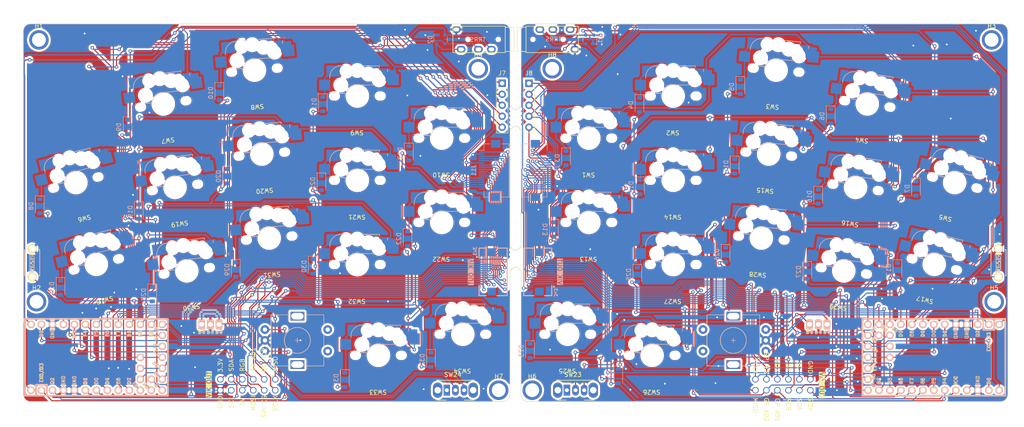
<source format=kicad_pcb>
(kicad_pcb (version 20221018) (generator pcbnew)
  (title_block (title "rufous") (rev "0.2") (company "jcmkk3"))
  (layers (0 "F.Cu" signal) (31 "B.Cu" signal) (34 "B.Paste" user) (35 "F.Paste" user) (36 "B.SilkS" user "B.Silkscreen") (37 "F.SilkS" user "F.Silkscreen") (38 "B.Mask" user) (39 "F.Mask" user) (44 "Edge.Cuts" user))
  (net 0 "")
  (net 1 "GND_R")
  (net 2 "TX_R")
  (net 3 "RX_R")
  (net 4 "RAW_R")
  (net 5 "GND_L")
  (net 6 "TX_L")
  (net 7 "RX_L")
  (net 8 "RAW_L")
  (net 9 "Net-(D3-K)")
  (net 10 "col4_R")
  (net 11 "Net-(D4-K)")
  (net 12 "col3_R")
  (net 13 "Net-(D5-K)")
  (net 14 "col2_R")
  (net 15 "Net-(D6-K)")
  (net 16 "col1_R")
  (net 17 "Net-(D7-K)")
  (net 18 "col0_R")
  (net 19 "Net-(D8-K)")
  (net 20 "col0_L")
  (net 21 "Net-(D9-K)")
  (net 22 "col1_L")
  (net 23 "Net-(D10-K)")
  (net 24 "col2_L")
  (net 25 "Net-(D11-K)")
  (net 26 "col3_L")
  (net 27 "Net-(D12-K)")
  (net 28 "col4_L")
  (net 29 "Net-(D13-K)")
  (net 30 "Net-(D14-K)")
  (net 31 "Net-(D15-K)")
  (net 32 "Net-(D16-K)")
  (net 33 "Net-(D17-K)")
  (net 34 "Net-(D18-K)")
  (net 35 "Net-(D19-K)")
  (net 36 "Net-(D20-K)")
  (net 37 "Net-(D21-K)")
  (net 38 "Net-(D22-K)")
  (net 39 "Net-(D23-K)")
  (net 40 "Net-(D24-K)")
  (net 41 "Net-(D25-K)")
  (net 42 "Net-(D26-K)")
  (net 43 "Net-(D27-K)")
  (net 44 "Net-(D28-K)")
  (net 45 "Net-(D29-K)")
  (net 46 "Net-(D30-K)")
  (net 47 "Net-(D31-K)")
  (net 48 "Net-(D32-K)")
  (net 49 "VCC_R")
  (net 50 "SDA_R")
  (net 51 "SCL_R")
  (net 52 "LED_5V_R")
  (net 53 "VIK_AD1_R")
  (net 54 "MOSI_R")
  (net 55 "VIK_AD2_R")
  (net 56 "NCS_R")
  (net 57 "SCLK_R")
  (net 58 "VCC_L")
  (net 59 "SDA_L")
  (net 60 "SCL_L")
  (net 61 "LED_5V_L")
  (net 62 "VIK_AD1_L")
  (net 63 "MOSI_L")
  (net 64 "VIK_AD2_L")
  (net 65 "NCS_L")
  (net 66 "SCLK_L")
  (net 67 "GPIO10_L")
  (net 68 "GPIO11_L")
  (net 69 "GPIO14_L")
  (net 70 "GPIO15_L")
  (net 71 "GPIO16_L")
  (net 72 "GPIO10_R")
  (net 73 "GPIO11_R")
  (net 74 "GPIO14_R")
  (net 75 "GPIO15_R")
  (net 76 "GPIO16_R")
  (net 77 "BAT_L")
  (net 78 "BAT_R")
  (net 79 "row_0_R")
  (net 80 "row_0_L")
  (net 81 "RESET_R")
  (net 82 "RESET_L")
  (net 83 "row_1_R")
  (net 84 "row_1_L")
  (net 87 "row_2_R")
  (net 88 "row_2_L")
  (net 93 "EncR_R")
  (net 94 "EncL_R")
  (net 95 "MISO_R")
  (net 96 "EncR_L")
  (net 97 "EncL_L")
  (net 98 "MISO_L")
  (footprint "Alaa:gateron-ks27-choc-v1-mx-hotswap" (layer "F.Cu") (at 110.248744 103.961151 -166)
    (fp_text reference "SW6")
    (fp_text value "SW_Push")
  )
  (footprint "Alaa:ResetSW" (layer "F.Cu") (at 323.465455 122.525769 -90)
    (fp_text reference "SW11" hide)
    (fp_text value "SW_Push")
  )
  (footprint "Alaa:3JST_BAT" (layer "F.Cu") (at 281.833455 136.775769)
    (fp_text reference "J10" hide)
    (fp_text value "Conn_01x03_Socket" hide)
  )
  (footprint "Alaa:MountingHole_M3" (layer "F.Cu") (at 220.339055 77.627969)
    (fp_text reference "H8")
    (fp_text value "MountingHole")
  )
  (footprint "Alaa:gateron-ks27-choc-v1-mx-hotswap" (layer "F.Cu") (at 175.291988 103.436708 180)
    (fp_text reference "SW21")
    (fp_text value "SW_Push")
  )
  (footprint "Alaa:gateron-ks27-choc-v1-mx-hotswap" (layer "F.Cu") (at 153.218836 97.376831 -175)
    (fp_text reference "SW20")
    (fp_text value "SW_Push")
  )
  (footprint "Alaa:gateron-ks27-choc-v1-mx-hotswap" (layer "F.Cu") (at 272.067089 77.947727 175)
    (fp_text reference "SW3")
    (fp_text value "SW_Push")
  )
  (footprint "Alaa:gateron-ks27-choc-v1-mx-hotswap" (layer "F.Cu") (at 114.968633 122.878609 -166)
    (fp_text reference "SW18")
    (fp_text value "SW_Push")
  )
  (footprint "Alaa:gateron-ks27-choc-v1-mx-hotswap" (layer "F.Cu") (at 194.7944 113.1834 180)
    (fp_text reference "SW22")
    (fp_text value "SW_Push")
  )
  (footprint "Alaa:ResetSW" (layer "F.Cu") (at 100.145455 122.525769 -90)
    (fp_text reference "SW12" hide)
    (fp_text value "SW_Push")
  )
  (footprint "Alaa:MountingHole_M3" (layer "F.Cu") (at 321.871172 70.949986)
    (fp_text reference "H3")
    (fp_text value "MountingHole")
  )
  (footprint "Alaa:gateron-ks27-choc-v1-mx-hotswap" (layer "F.Cu") (at 223.9194 139.0584 180)
    (fp_text reference "SW25")
    (fp_text value "SW_Push")
  )
  (footprint "Alaa:gateron-ks27-choc-v1-mx-hotswap" (layer "F.Cu") (at 268.668015 116.79932 175)
    (fp_text reference "SW28")
    (fp_text value "SW_Push")
  )
  (footprint "vik:vik-keyboard-throughole" (layer "F.Cu") (at 148.625455 150.745769)
    (fp_text reference "J6" hide)
    (fp_text value "~" hide)
  )
  (footprint "Alaa:RotaryEncoder_Alps_EC11E-Switch_Vertical_H20mm-keebio_modified" (layer "F.Cu") (at 262.181455 140.475769 180)
    (fp_text reference "SW36" hide)
    (fp_text value "Rotary_Encoder_Switch")
  )
  (footprint "Alaa:gateron-ks27-choc-v1-mx-hotswap" (layer "F.Cu") (at 248.2944 83.9334 180)
    (fp_text reference "SW2")
    (fp_text value "SW_Push")
  )
  (footprint "Connector_PinHeader_2.54mm:PinHeader_1x05_P2.54mm_Vertical" (layer "F.Cu") (at 208.761455 80.994769)
    (fp_text reference "J7")
    (fp_text value "Conn_01x05")
  )
  (footprint "Alaa:gateron-ks27-choc-v1-mx-hotswap" (layer "F.Cu") (at 151.519299 77.951035 -175)
    (fp_text reference "SW8")
    (fp_text value "SW_Push")
  )
  (footprint "Duckyb-Parts:mouse-bite-5mm-slot-with-space-for-track" (layer "F.Cu") (at 211.858473 121.616298)
    (fp_text reference "mouse-bite-2mm-slot" hide)
    (fp_text value "VAL**" hide)
  )
  (footprint "Alaa:gateron-ks27-choc-v1-mx-hotswap" (layer "F.Cu") (at 248.2944 103.4334 180)
    (fp_text reference "SW14")
    (fp_text value "SW_Push")
  )
  (footprint "Connector_PinHeader_2.54mm:PinHeader_1x05_P2.54mm_Vertical" (layer "F.Cu") (at 214.961455 81.004769)
    (fp_text reference "J8")
    (fp_text value "Conn_01x05")
  )
  (footprint "Alaa:MountingHole_M3" (layer "F.Cu") (at 101.706938 70.949986)
    (fp_text reference "H1")
    (fp_text value "MountingHole")
  )
  (footprint "Alaa:Helios-Nano" (layer "F.Cu") (at 116.254705 144.395769)
    (fp_text reference "U2" hide)
    (fp_text value "Helios" hide)
  )
  (footprint "Alaa:MountingHole_M3" (layer "F.Cu") (at 215.714055 152.002969)
    (fp_text reference "H6")
    (fp_text value "MountingHole")
  )
  (footprint "Alaa:gateron-ks27-choc-v1-mx-hotswap" (layer "F.Cu") (at 154.920785 116.79932 -175)
    (fp_text reference "SW31")
    (fp_text value "SW_Push")
  )
  (footprint "Alaa:TRRS-PJ-320A" (layer "F.Cu") (at 209.473455 70.839769 -90)
    (fp_text reference "J3")
    (fp_text value "AudioJack4dpb" hide)
  )
  (footprint "Alaa:TRRS-PJ-320A" (layer "F.Cu") (at 214.273455 70.839769 90)
    (fp_text reference "J4")
    (fp_text value "AudioJack4dpb" hide)
  )
  (footprint "Alaa:gateron-ks27-choc-v1-mx-hotswap" (layer "F.Cu") (at 133.159012 105.077938 -172)
    (fp_text reference "SW19")
    (fp_text value "SW_Push")
  )
  (footprint "Alaa:gateron-ks27-choc-v1-mx-hotswap" (layer "F.Cu") (at 313.337644 103.957843 166)
    (fp_text reference "SW5")
    (fp_text value "SW_Push")
  )
  (footprint "vik:vik-keyboard-throughole" (layer "F.Cu") (at 274.993455 150.745769 180)
    (fp_text reference "J5" hide)
    (fp_text value "~" hide)
  )
  (footprint "Alaa:gateron-ks27-choc-v1-mx-hotswap" (layer "F.Cu") (at 270.367552 97.373523 175)
    (fp_text reference "SW15")
    (fp_text value "SW_Push")
  )
  (footprint "Alaa:MountingHole_M3" (layer "F.Cu") (at 101.145455 131.525769)
    (fp_text reference "H2")
    (fp_text value "MountingHole")
  )
  (footprint "Alaa:3JST_BAT" (layer "F.Cu") (at 141.333455 136.775769)
    (fp_text reference "J9" hide)
    (fp_text value "Conn_01x03_Socket" hide)
  )
  (footprint "Alaa:gateron-ks27-choc-v1-mx-hotswap" (layer "F.Cu") (at 199.6694 139.0584 180)
    (fp_text reference "SW34")
    (fp_text value "SW_Push")
  )
  (footprint "Alaa:gateron-ks27-choc-v1-mx-hotswap" (layer "F.Cu") (at 175.2944 83.9334 180)
    (fp_text reference "SW9")
    (fp_text value "SW_Push")
  )
  (footprint "Alaa:gateron-ks27-choc-v1-mx-hotswap" (layer "F.Cu") (at 248.291709 122.936485 180)
    (fp_text reference "SW27")
    (fp_text value "SW_Push")
  )
  (footprint "Alaa:MountingHole_M3" (layer "F.Cu") (at 322.465455 131.525769)
    (fp_text reference "H5")
    (fp_text value "MountingHole")
  )
  (footprint "Duckyb-Parts:mouse-bite-5mm-slot-with-space-for-track" (layer "F.Cu") (at 211.883763 88.986059)
    (fp_text reference "mouse-bite-2mm-slot" hide)
    (fp_text value "VAL**" hide)
  )
  (footprint "Alaa:Helios-Nano" (layer "F.Cu") (at 307.254705 144.395769 180)
    (fp_text reference "U1" hide)
    (fp_text value "Helios" hide)
  )
  (footprint "Alaa:gateron-ks27-choc-v1-mx-hotswap" (layer "F.Cu") (at 290.429788 105.077938 172)
    (fp_text reference "SW16")
    (fp_text value "SW_Push")
  )
  (footprint "Alaa:gateron-ks27-choc-v1-mx-hotswap" (layer "F.Cu") (at 287.715913 124.388165 172)
    (fp_text reference "SW29")
    (fp_text value "SW_Push")
  )
  (footprint "Alaa:gateron-ks27-choc-v1-mx-hotswap" (layer "F.Cu") (at 194.791988 93.686708 180)
    (fp_text reference "SW10")
    (fp_text value "SW_Push")
  )
  (footprint "Alaa:RotaryEncoder_Alps_EC11E-Switch_Vertical_H20mm-keebio_modified" (layer "F.Cu") (at 161.437455 140.475769)
    (fp_text reference "SW35" hide)
    (fp_text value "Rotary_Encoder_Switch")
  )
  (footprint "Alaa:gateron-ks27-choc-v1-mx-hotswap" (layer "F.Cu") (at 308.617755 122.881917 166)
    (fp_text reference "SW17")
    (fp_text value "SW_Push")
  )
  (footprint "Alaa:gateron-ks27-choc-v1-mx-hotswap" (layer "F.Cu") (at 175.2944 122.9334 180)
    (fp_text reference "SW32")
    (fp_text value "SW_Push")
  )
  (footprint "Alaa:MountingHole_M3" (layer "F.Cu") (at 207.964055 152.002969)
    (fp_text reference "H7")
    (fp_text value "MountingHole")
  )
  (footprint "Alaa:gateron-ks27-choc-v1-mx-hotswap" (layer "F.Cu") (at 293.143664 85.767711 172)
    (fp_text reference "SW4")
    (fp_text value "SW_Push")
  )
  (footprint "Alaa:gateron-ks27-choc-v1-mx-hotswap" (layer "F.Cu") (at 228.7944 113.1834 180)
    (fp_text reference "SW13")
    (fp_text value "SW_Push")
  )
  (footprint "Alaa:MountingHole_M3" (layer "F.Cu") (at 203.239055 77.627969)
    (fp_text reference "H4")
    (fp_text value "MountingHole")
  )
  (footprint "Alaa:gateron-ks27-choc-v1-mx-hotswap" (layer "F.Cu") (at 243.4194 143.9334 180)
    (fp_text reference "SW26")
    (fp_text value "SW_Push")
  )
  (footprint "Alaa:SW_CuK_OS102011MA1QN1_SPDT_Angled" (layer "F.Cu") (at 223.714055 152.002969)
    (fp_text reference "SW23")
    (fp_text value "SW_SPDT")
  )
  (footprint "Alaa:gateron-ks27-choc-v1-mx-hotswap" (layer "F.Cu") (at 228.791988 93.686708 180)
    (fp_text reference "SW1")
    (fp_text value "SW_Push")
  )
  (footprint "Alaa:SW_CuK_OS102011MA1QN1_SPDT_Angled" (layer "F.Cu") (at 195.964055 152.002969)
    (fp_text reference "SW24")
    (fp_text value "SW_SPDT")
  )
  (footprint "Alaa:gateron-ks27-choc-v1-mx-hotswap" (layer "F.Cu") (at 130.445136 85.767711 -172)
    (fp_text reference "SW7")
    (fp_text value "SW_Push")
  )
  (footprint "Alaa:gateron-ks27-choc-v1-mx-hotswap" (layer "F.Cu") (at 180.166988 143.936708 180)
    (fp_text reference "SW33")
    (fp_text value "SW_Push")
  )
  (footprint "Alaa:gateron-ks27-choc-v1-mx-hotswap" (layer "F.Cu") (at 135.872887 124.388165 -172)
    (fp_text reference "SW30")
    (fp_text value "SW_Push")
  )
  (footprint "Diode_SMD:D_SOD-123" (layer "B.Cu") (at 240.6 105 -90)
    (fp_text reference "D14")
    (fp_text value "1N4148")
  )
  (footprint "Diode_SMD:D_SOD-123" (layer "B.Cu") (at 147.2 124.1 -90)
    (fp_text reference "D29")
    (fp_text value "1N4148")
  )
  (footprint "Diode_SMD:D_SOD-123" (layer "B.Cu") (at 165 123.35 -90)
    (fp_text reference "D30")
    (fp_text value "1N4148")
  )
  (footprint "Diode_SMD:D_SOD-123" (layer "B.Cu") (at 122.2 91.1 -90)
    (fp_text reference "D9")
    (fp_text value "1N4148")
  )
  (footprint "Diode_SMD:D_SOD-123" (layer "B.Cu") (at 220.7 114.8 -90)
    (fp_text reference "D13")
    (fp_text value "1N4148")
  )
  (footprint "Diode_SMD:D_SOD-123" (layer "B.Cu") (at 235.6 148.75 -90)
    (fp_text reference "D24")
    (fp_text value "1N4148")
  )
  (footprint "Diode_SMD:D_SOD-123" (layer "B.Cu") (at 143.4 83.2 -90)
    (fp_text reference "D10")
    (fp_text value "1N4148")
  )
  (footprint "Alaa:FPC-SMD_FPC05018-09200-.5mm-rev" (layer "B.Cu") (at 217.854 101.157 90)
    (fp_text reference "J12")
    (fp_text value "Conn_01x18")
  )
  (footprint "Diode_SMD:D_SOD-123" (layer "B.Cu") (at 284.7 88.6 -90)
    (fp_text reference "D6")
    (fp_text value "1N4148")
  )
  (footprint "Diode_SMD:D_SOD-123" (layer "B.Cu") (at 192.3 144.95 -90)
    (fp_text reference "D32")
    (fp_text value "1N4148")
  )
  (footprint "Diode_SMD:D_SOD-123" (layer "B.Cu") (at 187.2 97.2 -90)
    (fp_text reference "D12")
    (fp_text value "1N4148")
  )
  (footprint "Diode_SMD:D_SOD-123" (layer "B.Cu") (at 240.5 86 -90)
    (fp_text reference "D4")
    (fp_text value "1N4148")
  )
  (footprint "vik:vik-keyboard-connector-horizontal" (layer "B.Cu") (at 205.622455 124.623769 -90)
    (fp_text reference "J2" hide)
    (fp_text value "~")
  )
  (footprint "Diode_SMD:D_SOD-123" (layer "B.Cu") (at 281.8 107.2 -90)
    (fp_text reference "D16")
    (fp_text value "1N4148")
  )
  (footprint "Diode_SMD:D_SOD-123" (layer "B.Cu") (at 172.4 149.6 -90)
    (fp_text reference "D31")
    (fp_text value "1N4148")
  )
  (footprint "Diode_SMD:D_SOD-123" (layer "B.Cu") (at 223.52 98.298 -90)
    (fp_text reference "D3")
    (fp_text value "1N4148")
  )
  (footprint "Diode_SMD:D_SOD-123" (layer "B.Cu") (at 167.3 85.8 -90)
    (fp_text reference "D11")
    (fp_text value "1N4148")
  )
  (footprint "Package_TO_SOT_SMD:SOT-143" (layer "B.Cu") (at 194.537455 70.839769 -90)
    (fp_text reference "D2")
    (fp_text value "PRTR5V0U2X")
  )
  (footprint "Alaa:FPC-SMD_FPC05018-09200-.5mm-rev" (layer "B.Cu") (at 205.864 101.157 -90)
    (fp_text reference "J11")
    (fp_text value "Conn_01x18")
  )
  (footprint "Diode_SMD:D_SOD-123" (layer "B.Cu") (at 263.8 81.8 -90)
    (fp_text reference "D5")
    (fp_text value "1N4148")
  )
  (footprint "Package_TO_SOT_SMD:SOT-143" (layer "B.Cu") (at 229.015455 70.855769 90)
    (fp_text reference "D1")
    (fp_text value "PRTR5V0U2X")
  )
  (footprint "Diode_SMD:D_SOD-123" (layer "B.Cu") (at 106.7 128.3 -90)
    (fp_text reference "D18")
    (fp_text value "1N4148")
  )
  (footprint "Diode_SMD:D_SOD-123" (layer "B.Cu") (at 186.9 116.95 -90)
    (fp_text reference "D22")
    (fp_text value "1N4148")
  )
  (footprint "Diode_SMD:D_SOD-123" (layer "B.Cu") (at 300.1 124.2 -90)
    (fp_text reference "D17")
    (fp_text value "1N4148")
  )
  (footprint "Diode_SMD:D_SOD-123" (layer "B.Cu") (at 167 104.1 -90)
    (fp_text reference "D21")
    (fp_text value "1N4148")
  )
  (footprint "vik:vik-keyboard-connector-horizontal" (layer "B.Cu") (at 218.020455 124.623769 90)
    (fp_text reference "J1" hide)
    (fp_text value "~")
  )
  (footprint "Diode_SMD:D_SOD-123" (layer "B.Cu") (at 304.4 105.35 -90)
    (fp_text reference "D7")
    (fp_text value "1N4148")
  )
  (footprint "Diode_SMD:D_SOD-123" (layer "B.Cu") (at 262.5 100.2 -90)
    (fp_text reference "D15")
    (fp_text value "1N4148")
  )
  (footprint "Diode_SMD:D_SOD-123" (layer "B.Cu") (at 260.4 120.65 -90)
    (fp_text reference "D26")
    (fp_text value "1N4148")
  )
  (footprint "Diode_SMD:D_SOD-123" (layer "B.Cu") (at 101.9 109.4 -90)
    (fp_text reference "D8")
    (fp_text value "1N4148")
  )
  (footprint "Diode_SMD:D_SOD-123" (layer "B.Cu") (at 240 125.25 -90)
    (fp_text reference "D25")
    (fp_text value "1N4148")
  )
  (footprint "Diode_SMD:D_SOD-123" (layer "B.Cu") (at 215.2 142.9 -90)
    (fp_text reference "D23")
    (fp_text value "1N4148")
  )
  (footprint "Diode_SMD:D_SOD-123" (layer "B.Cu") (at 127.9 129.8 -90)
    (fp_text reference "D28")
    (fp_text value "1N4148")
  )
  (footprint "Diode_SMD:D_SOD-123" (layer "B.Cu") (at 124.8 110.7 -90)
    (fp_text reference "D19")
    (fp_text value "1N4148")
  )
  (footprint "Diode_SMD:D_SOD-123" (layer "B.Cu") (at 145.2 102.5 -90)
    (fp_text reference "D20")
    (fp_text value "1N4148")
  )
  (footprint "Diode_SMD:D_SOD-123" (layer "B.Cu") (at 279.273 124.587 -90)
    (fp_text reference "D27")
    (fp_text value "1N4148")
  )
  (gr_line (start 210.953437 124.162229) (end 210.583132 124.16189) (stroke (width 0.1)) (layer "Edge.Cuts"))
  (gr_arc (start 212.800706 119.082889) (mid 211.876879 119.70197) (end 210.952285 119.084097) (stroke (width 0.1)) (layer "Edge.Cuts"))
  (gr_line (start 212.801858 124.161021) (end 213.123132 124.158918) (stroke (width 0.1)) (layer "Edge.Cuts"))
  (gr_arc (start 213.130067 68.852293) (mid 213.621462 67.714357) (end 214.772128 67.253629) (stroke (width 0.1)) (layer "Edge.Cuts"))
  (gr_line (start 212.800706 86.443942) (end 213.121843 86.443935) (stroke (width 0.1)) (layer "Edge.Cuts"))
  (gr_line (start 210.952285 86.44515) (end 210.583132 86.444281) (stroke (width 0.1)) (layer "Edge.Cuts"))
  (gr_line (start 212.800706 119.082889) (end 213.121843 119.082882) (stroke (width 0.1)) (layer "Edge.Cuts"))
  (gr_arc (start 210.57268 153.038267) (mid 210.081226 154.176098) (end 208.930619 154.636931) (stroke (width 0.1)) (layer "Edge.Cuts"))
  (gr_line (start 210.583132 86.444281) (end 210.579615 83.531642) (stroke (width 0.1)) (layer "Edge.Cuts"))
  (gr_arc (start 323.987957 67.247986) (mid 325.125864 67.739385) (end 325.586621 68.890047) (stroke (width 0.1)) (layer "Edge.Cuts"))
  (gr_line (start 214.721104 154.63375) (end 323.949806 154.637788) (stroke (width 0.1)) (layer "Edge.Cuts"))
  (gr_arc (start 325.591867 153.039124) (mid 325.100433 154.177014) (end 323.949806 154.637788) (stroke (width 0.1)) (layer "Edge.Cuts"))
  (gr_arc (start 98.11088 68.851436) (mid 98.602301 67.713547) (end 99.752941 67.252772) (stroke (width 0.1)) (layer "Edge.Cuts"))
  (gr_line (start 210.57268 153.038267) (end 210.583132 124.16189) (stroke (width 0.1)) (layer "Edge.Cuts"))
  (gr_line (start 323.987957 67.247986) (end 214.772128 67.253629) (stroke (width 0.1)) (layer "Edge.Cuts"))
  (gr_line (start 210.952285 119.084097) (end 210.583132 119.083228) (stroke (width 0.1)) (layer "Edge.Cuts"))
  (gr_line (start 210.579615 83.531642) (end 210.580307 68.898871) (stroke (width 0.1)) (layer "Edge.Cuts"))
  (gr_arc (start 210.953437 124.162229) (mid 211.877253 123.543081) (end 212.801858 124.161021) (stroke (width 0.1)) (layer "Edge.Cuts"))
  (gr_line (start 212.801858 91.522074) (end 213.123132 91.519971) (stroke (width 0.1)) (layer "Edge.Cuts"))
  (gr_line (start 213.123132 124.158918) (end 213.12244 152.991689) (stroke (width 0.1)) (layer "Edge.Cuts"))
  (gr_line (start 213.123132 91.519971) (end 213.121843 119.082882) (stroke (width 0.1)) (layer "Edge.Cuts"))
  (gr_arc (start 214.721104 154.63375) (mid 213.583184 154.142338) (end 213.12244 152.991689) (stroke (width 0.1)) (layer "Edge.Cuts"))
  (gr_arc (start 99.71479 154.642574) (mid 98.576913 154.151142) (end 98.116126 153.000513) (stroke (width 0.1)) (layer "Edge.Cuts"))
  (gr_line (start 210.583132 119.083228) (end 210.583132 91.522943) (stroke (width 0.1)) (layer "Edge.Cuts"))
  (gr_line (start 208.981643 67.25681) (end 99.752941 67.252772) (stroke (width 0.1)) (layer "Edge.Cuts"))
  (gr_arc (start 210.953437 91.523282) (mid 211.877253 90.904163) (end 212.801858 91.522074) (stroke (width 0.1)) (layer "Edge.Cuts"))
  (gr_line (start 99.71479 154.642574) (end 208.930619 154.636931) (stroke (width 0.1)) (layer "Edge.Cuts"))
  (gr_line (start 210.953437 91.523282) (end 210.583132 91.522943) (stroke (width 0.1)) (layer "Edge.Cuts"))
  (gr_line (start 213.130067 68.852293) (end 213.121843 86.443935) (stroke (width 0.1)) (layer "Edge.Cuts"))
  (gr_line (start 98.11088 68.851436) (end 98.116126 153.000513) (stroke (width 0.1)) (layer "Edge.Cuts"))
  (gr_arc (start 208.981643 67.25681) (mid 210.11955 67.748206) (end 210.580307 68.898871) (stroke (width 0.1)) (layer "Edge.Cuts"))
  (gr_line (start 325.591867 153.039124) (end 325.586621 68.890047) (stroke (width 0.1)) (layer "Edge.Cuts"))
  (gr_arc (start 212.800706 86.443942) (mid 211.876879 87.063052) (end 210.952285 86.44515) (stroke (width 0.1)) (layer "Edge.Cuts"))
  (segment (start 291.657469 150.814469) (end 290.957 149.987) (width 0.25) (layer "F.Cu") (net 1))
  (segment (start 281.833455 136.775769) (end 281.833455 139.806545) (width 0.25) (layer "F.Cu") (net 1))
  (segment (start 294.828531 150.814469) (end 291.657469 150.814469) (width 0.25) (layer "F.Cu") (net 1))
  (segment (start 281.833455 139.806545) (end 281.813 139.827) (width 0.25) (layer "F.Cu") (net 1))
  (segment (start 296.164 149.479) (end 294.828531 150.814469) (width 0.25) (layer "F.Cu") (net 1))
  (segment (start 226.809769 73.139769) (end 228.219 74.549) (width 0.25) (layer "F.Cu") (net 1))
  (segment (start 290.957 149.987) (end 290.957 150.114) (width 0.25) (layer "F.Cu") (net 1))
  (segment (start 225.573455 73.139769) (end 226.809769 73.139769) (width 0.25) (layer "F.Cu") (net 1))
  (via (at 299.593 133.096) (size 0.8) (drill 0.4) (layers "F.Cu" "B.Cu") (net 1))
  (via (at 273.431 135.128) (size 0.8) (drill 0.4) (layers "F.Cu" "B.Cu") (net 1))
  (via (at 300.482 149.479) (size 0.8) (drill 0.4) (layers "F.Cu" "B.Cu") (net 1))
  (via (at 296.545 130.81) (size 0.8) (drill 0.4) (layers "F.Cu" "B.Cu") (net 1))
  (via (at 219.837 142.621) (size 0.8) (drill 0.4) (layers "F.Cu" "B.Cu") (net 1))
  (via (at 296.164 149.479) (size 0.8) (drill 0.4) (layers "F.Cu" "B.Cu") (net 1))
  (via (at 214.924451 127.585951) (size 0.8) (drill 0.4) (layers "F.Cu" "B.Cu") (net 1))
  (via (at 230.632 142.748) (size 0.8) (drill 0.4) (layers "F.Cu" "B.Cu") (net 1))
  (via (at 269.24 135.128) (size 0.8) (drill 0.4) (layers "F.Cu" "B.Cu") (net 1))
  (via (at 251.85 85.45) (size 0.8) (drill 0.4) (layers "F.Cu" "B.Cu") (net 1))
  (via (at 281.813 139.827) (size 0.8) (drill 0.4) (layers "F.Cu" "B.Cu") (net 1))
  (via (at 217.17 110.236) (size 0.8) (drill 0.4) (layers "F.Cu" "B.Cu") (net 1))
  (via (at 308.229 128.524) (size 0.8) (drill 0.4) (layers "F.Cu" "B.Cu") (net 1))
  (via (at 286.004 139.7) (size 0.8) (drill 0.4) (layers "F.Cu" "B.Cu") (net 1))
  (via (at 290.703 144.653) (size 0.8) (drill 0.4) (layers "F.Cu" "B.Cu") (net 1))
  (via (at 296.418 128.524) (size 0.8) (drill 0.4) (layers "F.Cu" "B.Cu") (net 1))
  (via (at 291.211 141.986) (size 0.8) (drill 0.4) (layers "F.Cu" "B.Cu") (net 1))
  (via (at 311.531 72.009) (size 0.8) (drill 0.4) (layers "F.Cu" "B.Cu") (net 1))
  (via (at 286.004 141.859) (size 0.8) (drill 0.4) (layers "F.Cu" "B.Cu") (net 1))
  (via (at 221.234 70.866) (size 0.8) (drill 0.4) (layers "F.Cu" "B.Cu") (net 1))
  (via (at 221.488 104.775) (size 0.8) (drill 0.4) (layers "F.Cu" "B.Cu") (net 1))
  (via (at 273.431 137.16) (size 0.8) (drill 0.4) (layers "F.Cu" "B.Cu") (net 1))
  (via (at 258.064 150.368) (size 0.8) (drill 0.4) (layers "F.Cu" "B.Cu") (net 1))
  (via (at 246.38 150.495) (size 0.8) (drill 0.4) (layers "F.Cu" "B.Cu") (net 1))
  (via (at 229.108 119.38) (size 0.8) (drill 0.4) (layers "F.Cu" "B.Cu") (net 1))
  (via (at 286.004 136.652) (size 0.8) (drill 0.4) (layers "F.Cu" "B.Cu") (net 1))
  (via (at 238.379 151.892) (size 0.8) (drill 0.4) (layers "F.Cu" "B.Cu") (net 1))
  (via (at 283.464 152.146) (size 0.8) (drill 0.4) (layers "F.Cu" "B.Cu") (net 1))
  (via (at 321.31 124.079) (size 0.8) (drill 0.4) (layers "F.Cu" "B.Cu") (net 1))
  (via (at 222.504 68.707) (size 0.8) (drill 0.4) (layers "F.Cu" "B.Cu") (net 1))
  (via (at 323.7 115.9) (size 0.8) (drill 0.4) (layers "F.Cu" "B.Cu") (net 1))
  (via (at 236.093 69.723) (size 0.8) (drill 0.4) (layers "F.Cu" "B.Cu") (net 1))
  (via (at 237.35 147.05) (size 0.8) (drill 0.4) (layers "F.Cu" "B.Cu") (net 1))
  (via (at 258.75 146.4) (size 0.8) (drill 0.4) (layers "F.Cu" "B.Cu") (net 1))
  (via (at 239.8 145.95) (size 0.8) (drill 0.4) (layers "F.Cu" "B.Cu") (net 1))
  (via (at 290.957 149.987) (size 0.8) (drill 0.4) (layers "F.Cu" "B.Cu") (net 1))
  (via (at 258.445 135.128) (size 0.8) (drill 0.4) (layers "F.Cu" "B.Cu") (net 1))
  (via (at 318.262 68.834) (size 0.8) (drill 0.4) (layers "F.Cu" "B.Cu") (net 1))
  (via (at 235.458 78.867) (size 0.8) (drill 0.4) (layers "F.Cu" "B.Cu") (net 1))
  (via (at 303.784 72.263) (size 0.8) (drill 0.4) (layers "F.Cu" "B.Cu") (net 1))
  (via (at 231.902 67.945) (size 0.8) (drill 0.4) (layers "F.Cu" "B.Cu") (net 1))
  (via (at 231.775 72.009) (size 0.8) (drill 0.4) (layers "F.Cu" "B.Cu") (net 1))
  (via (at 286.131 152.019) (size 0.8) (drill 0.4) (layers "F.Cu" "B.Cu") (net 1))
  (via (at 287.401 144.399) (size 0.8) (drill 0.4) (layers "F.Cu" "B.Cu") (net 1))
  (via (at 236.982 135.763) (size 0.8) (drill 0.4) (layers "F.Cu" "B.Cu") (net 1))
  (via (at 235.331 134.366) (size 0.8) (drill 0.4) (layers "F.Cu" "B.Cu") (net 1))
  (via (at 296.037 146.939) (size 0.8) (drill 0.4) (layers "F.Cu" "B.Cu") (net 1))
  (via (at 218.694 72.517) (size 0.8) (drill 0.4) (layers "F.Cu" "B.Cu") (net 1))
  (via (at 312.42 89.154) (size 0.8) (drill 0.4) (layers "F.Cu" "B.Cu") (net 1))
  (via (at 228.219 74.549) (size 0.8) (drill 0.4) (layers "F.Cu" "B.Cu") (net 1))
  (segment (start 221.356 104.907) (end 221.488 104.775) (width 0.25) (layer "B.Cu") (net 1))
  (segment (start 231.621769 71.855769) (end 231.775 72.009) (width 0.25) (layer "B.Cu") (net 1))
  (segment (start 219.704 104.907) (end 221.356 104.907) (width 0.25) (layer "B.Cu") (net 1))
  (segment (start 215.636633 126.873769) (end 220.058455 126.873769) (width 0.25) (layer "B.Cu") (net 1))
  (segment (start 229.765455 71.855769) (end 231.621769 71.855769) (width 0.25) (layer "B.Cu") (net 1))
  (segment (start 214.924451 127.585951) (end 215.636633 126.873769) (width 0.25) (layer "B.Cu") (net 1))
  (segment (start 296.767 109.250604) (end 298.831 107.186604) (width 0.25) (layer "F.Cu") (net 2))
  (segment (start 299.212 91.694) (end 302.006 88.9) (width 0.25) (layer "F.Cu") (net 2))
  (segment (start 293.284705 139.315769) (end 291.248 137.279064) (width 0.25) (layer "F.Cu") (net 2))
  (segment (start 292.1 67.564) (end 235.331 67.564) (width 0.25) (layer "F.Cu") (net 2))
  (segment (start 298.831 107.186604) (end 298.831 104.622336) (width 0.25) (layer "F.Cu") (net 2))
  (segment (start 302.006 88.9) (end 302.006 77.47) (width 0.25) (layer "F.Cu") (net 2))
  (segment (start 235.331 67.564) (end 234.823 68.072) (width 0.25) (layer "F.Cu") (net 2))
  (segment (start 296.767 124.492) (end 296.767 109.250604) (width 0.25) (layer "F.Cu") (net 2))
  (segment (start 302.006 77.47) (end 292.1 67.564) (width 0.25) (layer "F.Cu") (net 2))
  (segment (start 291.248 137.279064) (end 291.248 130.011) (width 0.25) (layer "F.Cu") (net 2))
  (segment (start 291.248 130.011) (end 296.767 124.492) (width 0.25) (layer "F.Cu") (net 2))
  (segment (start 298.831 104.622336) (end 299.212 104.241336) (width 0.25) (layer "F.Cu") (net 2))
  (segment (start 299.212 104.241336) (end 299.212 91.694) (width 0.25) (layer "F.Cu") (net 2))
  (via (at 234.823 68.072) (size 0.8) (drill 0.4) (layers "F.Cu" "B.Cu") (net 2))
  (segment (start 297.711231 139.295769) (end 298.364705 139.295769) (width 0.25) (layer "B.Cu") (net 2))
  (segment (start 231.774302 75.056302) (end 231.265988 75.056302) (width 0.25) (layer "B.Cu") (net 2))
  (segment (start 294.001769 139.315769) (end 295.203069 140.517069) (width 0.25) (layer "B.Cu") (net 2))
  (segment (start 231.265988 75.056302) (end 228.065455 71.855769) (width 0.25) (layer "B.Cu") (net 2))
  (segment (start 293.284705 139.315769) (end 294.001769 139.315769) (width 0.25) (layer "B.Cu") (net 2))
  (segment (start 228.065455 71.855769) (end 220.789455 71.855769) (width 0.25) (layer "B.Cu") (net 2))
  (segment (start 234.823 71.882) (end 234.885802 71.944802) (width 0.25) (layer "B.Cu") (net 2))
  (segment (start 296.489931 140.517069) (end 297.711231 139.295769) (width 0.25) (layer "B.Cu") (net 2))
  (segment (start 295.203069 140.517069) (end 296.489931 140.517069) (width 0.25) (layer "B.Cu") (net 2))
  (segment (start 234.885802 71.944802) (end 231.774302 75.056302) (width 0.25) (layer "B.Cu") (net 2))
  (segment (start 234.823 68.072) (end 234.823 71.882) (width 0.25) (layer "B.Cu") (net 2))
  (segment (start 220.789455 71.855769) (end 217.473455 68.539769) (width 0.25) (layer "B.Cu") (net 2))
  (segment (start 296.317 109.064208) (end 298.381 107.000208) (width 0.25) (layer "F.Cu") (net 3))
  (segment (start 298.381 107.000208) (end 298.381 104.43594) (width 0.25) (layer "F.Cu") (net 3))
  (segment (start 298.762 104.05494) (end 298.762 90.99) (width 0.25) (layer "F.Cu") (net 3))
  (segment (start 296.317 124.305604) (end 296.317 109.064208) (width 0.25) (layer "F.Cu") (net 3))
  (segment (start 298.381 104.43594) (end 298.762 104.05494) (width 0.25) (layer "F.Cu") (net 3))
  (segment (start 293.284705 141.855769) (end 290.798 139.369064) (width 0.25) (layer "F.Cu") (net 3))
  (segment (start 290.798 139.369064) (end 290.798 129.824604) (width 0.25) (layer "F.Cu") (net 3))
  (segment (start 301.556 88.196) (end 301.556 77.656396) (width 0.25) (layer "F.Cu") (net 3))
  (segment (start 291.913604 68.014) (end 301.556 77.656396) (width 0.25) (layer "F.Cu") (net 3))
  (segment (start 235.331 68.834) (end 227.457 68.834) (width 0.25) (layer "F.Cu") (net 3))
  (segment (start 298.762 90.99) (end 301.556 88.196) (width 0.25) (layer "F.Cu") (net 3))
  (segment (start 236.151 68.014) (end 291.913604 68.014) (width 0.25) (layer "F.Cu") (net 3))
  (segment (start 236.151 68.014) (end 235.331 68.834) (width 0.25) (layer "F.Cu") (net 3))
  (segment (start 290.798 129.824604) (end 296.317 124.305604) (width 0.25) (layer "F.Cu") (net 3))
  (via (at 227.457 68.834) (size 0.8) (drill 0.4) (layers "F.Cu" "B.Cu") (net 3))
  (segment (start 293.284705 141.855769) (end 298.344705 141.855769) (width 0.25) (layer "B.Cu") (net 3))
  (segment (start 298.344705 141.855769) (end 298.364705 141.835769) (width 0.25) (layer "B.Cu") (net 3))
  (segment (start 228.065455 69.442455) (end 227.457 68.834) (width 0.25) (layer "B.Cu") (net 3))
  (segment (start 228.065455 69.855769) (end 228.065455 69.442455) (width 0.25) (layer "B.Cu") (net 3))
  (segment (start 221.789455 69.855769) (end 220.473455 68.539769) (width 0.25) (layer "B.Cu") (net 3))
  (segment (start 228.065455 69.855769) (end 221.789455 69.855769) (width 0.25) (layer "B.Cu") (net 3))
  (segment (start 226.441 69.85) (end 223.266 73.025) (width 0.25) (layer "F.Cu") (net 4))
  (segment (start 274.30978 129.7875) (end 274.574 130.05172) (width 0.25) (layer "F.Cu") (net 4))
  (segment (start 227.714055 152.002969) (end 227.714055 146.135945) (width 0.25) (layer "F.Cu") (net 4))
  (segment (start 321.224705 140.630705) (end 321.224705 152.015769) (width 0.25) (layer "F.Cu") (net 4))
  (segment (start 231.521 69.85) (end 226.441 69.85) (width 0.25) (layer "F.Cu") (net 4))
  (segment (start 321.183 140.589) (end 321.224705 140.630705) (width 0.25) (layer "F.Cu") (net 4))
  (segment (start 274.574 130.05172) (end 274.574 140.589) (width 0.25) (layer "F.Cu") (net 4))
  (segment (start 274.574 140.589) (end 274.955 140.97) (width 0.25) (layer "F.Cu") (net 4))
  (segment (start 274.913455 141.011545) (end 274.955 140.97) (width 0.25) (layer "F.Cu") (net 4))
  (segment (start 227.714055 146.135945) (end 227.75 146.1) (width 0.25) (layer "F.Cu") (net 4))
  (segment (start 274.913455 149.475769) (end 274.913455 141.011545) (width 0.25) (layer "F.Cu") (net 4))
  (via (at 231.521 69.85) (size 0.8) (drill 0.4) (layers "F.Cu" "B.Cu") (net 4))
  (via (at 227.75 146.1) (size 0.8) (drill 0.4) (layers "F.Cu" "B.Cu") (net 4))
  (via (at 223.266 73.025) (size 0.8) (drill 0.4) (layers "F.Cu" "B.Cu") (net 4))
  (via (at 321.183 140.589) (size 0.8) (drill 0.4) (layers "F.Cu" "B.Cu") (net 4))
  (via (at 274.95 144.9) (size 0.8) (drill 0.4) (layers "F.Cu" "B.Cu") (net 4))
  (via (at 274.955 140.97) (size 0.8) (drill 0.4) (layers "F.Cu" "B.Cu") (net 4))
  (via (at 274.30978 129.7875) (size 0.8) (drill 0.4) (layers "F.Cu" "B.Cu") (net 4))
  (segment (start 268.7 144.95) (end 274.9 144.95) (width 0.25) (layer "B.Cu") (net 4))
  (segment (start 239.350769 147.500769) (end 255.149231 147.500769) (width 0.25) (layer "B.Cu") (net 4))
  (segment (start 216.620395 124.848964) (end 216.1957 124.424269) (width 0.25) (layer "B.Cu") (net 4))
  (segment (start 273.05 130.062) (end 262.540681 130.062) (width 0.25) (layer "B.Cu") (net 4))
  (segment (start 274.955 140.97) (end 275.270531 140.654469) (width 0.25) (layer "B.Cu") (net 4))
  (segment (start 229.971224 69.85) (end 229.965455 69.855769) (width 0.25) (layer "B.Cu") (net 4))
  (segment (start 231.521 69.85) (end 229.971224 69.85) (width 0.25) (layer "B.Cu") (net 4))
  (segment (start 297.912579 140.589) (end 321.437 140.589) (width 0.25) (layer "B.Cu") (net 4))
  (segment (start 261.075681 128.597) (end 257.21342 128.597) (width 0.25) (layer "B.Cu") (net 4))
  (segment (start 228.181686 68.072) (end 229.965455 69.855769) (width 0.25) (layer "B.Cu") (net 4))
  (segment (start 213.322696 101.943696) (end 213.322696 100.838) (width 0.25) (layer "B.Cu") (net 4))
  (segment (start 216.1957 124.424269) (end 214.340269 124.424269) (width 0.25) (layer "B.Cu") (net 4))
  (segment (start 274.30978 129.7875) (end 273.3105 129.7875) (width 0.25) (layer "B.Cu") (net 4))
  (segment (start 273.05 130.048) (end 273.05 130.062) (width 0.25) (layer "B.Cu") (net 4))
  (segment (start 222.631 73.66) (end 223.266 73.025) (width 0.25) (layer "B.Cu") (net 4))
  (segment (start 213.487 100.673696) (end 213.487 77.978) (width 0.25) (layer "B.Cu") (net 4))
  (segment (start 224.473455 68.539769) (end 224.941224 68.072) (width 0.25) (layer "B.Cu") (net 4))
  (segment (start 220.058455 124.873769) (end 216.620395 124.873769) (width 0.25) (layer "B.Cu") (net 4))
  (segment (start 274.9 144.95) (end 274.95 144.9) (width 0.25) (layer "B.Cu") (net 4))
  (segment (start 213.322696 100.838) (end 213.487 100.673696) (width 0.25) (layer "B.Cu") (net 4))
  (segment (start 233.820081 130.865597) (end 227.828253 124.873769) (width 0.25) (layer "B.Cu") (net 4))
  (segment (start 255.149231 147.500769) (end 258.3 144.35) (width 0.25) (layer "B.Cu") (net 4))
  (segment (start 217.805 73.66) (end 222.631 73.66) (width 0.25) (layer "B.Cu") (net 4))
  (segment (start 257.21342 128.597) (end 255.68822 130.1222) (width 0.25) (layer "B.Cu") (net 4))
  (segment (start 213.487 77.978) (end 217.805 73.66) (width 0.25) (layer "B.Cu") (net 4))
  (segment (start 213.322229 110.833229) (end 213.322696 100.838) (width 0.25) (layer "B.Cu") (net 4))
  (segment (start 268.1 144.35) (end 268.7 144.95) (width 0.25) (layer "B.Cu") (net 4))
  (segment (start 213.741 123.825) (end 213.741 111.252) (width 0.25) (layer "B.Cu") (net 4))
  (segment (start 237.175 145.325) (end 239.350769 147.500769) (width 0.25) (layer "B.Cu") (net 4))
  (segment (start 258.3 144.35) (end 268.1 144.35) (width 0.25) (layer "B.Cu") (net 4))
  (segment (start 273.3105 129.7875) (end 273.05 130.048) (width 0.25) (layer "B.Cu") (net 4))
  (segment (start 213.741 111.252) (end 213.322229 110.833229) (width 0.25) (layer "B.Cu") (net 4))
  (segment (start 216.620395 124.873769) (end 216.620395 124.848964) (width 0.25) (layer "B.Cu") (net 4))
  (segment (start 250.519412 130.1222) (end 249.776014 130.865598) (width 0.25) (layer "B.Cu") (net 4))
  (segment (start 213.924311 102.545311) (end 213.322696 101.943696) (width 0.25) (layer "B.Cu") (net 4))
  (segment (start 227.828253 124.873769) (end 220.058455 124.873769) (width 0.25) (layer "B.Cu") (net 4))
  (segment (start 214.340269 124.424269) (end 213.741 123.825) (width 0.25) (layer "B.Cu") (net 4))
  (segment (start 224.941224 68.072) (end 228.181686 68.072) (width 0.25) (layer "B.Cu") (net 4))
  (segment (start 249.776014 130.865598) (end 233.820081 130.865597) (width 0.25) (layer "B.Cu") (net 4))
  (segment (start 214.709077 102.907) (end 214.347388 102.545311) (width 0.25) (layer "B.Cu") (net 4))
  (segment (start 293.7823 140.654469) (end 294.33712 141.209289) (width 0.25) (layer "B.Cu") (net 4))
  (segment (start 255.68822 130.1222) (end 250.519412 130.1222) (width 0.25) (layer "B.Cu") (net 4))
  (segment (start 275.270531 140.654469) (end 293.7823 140.654469) (width 0.25) (layer "B.Cu") (net 4))
  (segment (start 234.775 145.325) (end 237.175 145.325) (width 0.25) (layer "B.Cu") (net 4))
  (segment (start 234 146.1) (end 234.775 145.325) (width 0.25) (layer "B.Cu") (net 4))
  (segment (start 227.75 146.1) (end 234 146.1) (width 0.25) (layer "B.Cu") (net 4))
  (segment (start 262.540681 130.062) (end 261.075681 128.597) (width 0.25) (layer "B.Cu") (net 4))
  (segment (start 214.347388 102.545311) (end 213.924311 102.545311) (width 0.25) (layer "B.Cu") (net 4))
  (segment (start 297.29229 141.209289) (end 297.912579 140.589) (width 0.25) (layer "B.Cu") (net 4))
  (segment (start 219.704 102.907) (end 214.709077 102.907) (width 0.25) (layer "B.Cu") (net 4))
  (segment (start 294.33712 141.209289) (end 297.29229 141.209289) (width 0.25) (layer "B.Cu") (net 4))
  (segment (start 204.683769 68.539769) (end 205.232 69.088) (width 0.25) (layer "F.Cu") (net 5))
  (segment (start 192.191231 68.539769) (end 191.008 69.85) (width 0.25) (layer "F.Cu") (net 5))
  (segment (start 198.173455 68.539769) (end 192.191231 68.539769) (width 0.25) (layer "F.Cu") (net 5))
  (segment (start 191.008 69.85) (end 191.008 69.723) (width 0.25) (layer "F.Cu") (net 5))
  (segment (start 198.173455 68.539769) (end 204.683769 68.539769) (width 0.25) (layer "F.Cu") (net 5))
  (via (at 111.76 134.112) (size 0.8) (drill 0.4) (layers "F.Cu" "B.Cu") (net 5))
  (via (at 205.35 83.75) (size 0.8) (drill 0.4) (layers "F.Cu" "B.Cu") (net 5))
  (via (at 190.627 151.765) (size 0.8) (drill 0.4) (layers "F.Cu" "B.Cu") (net 5))
  (via (at 120.015 146.812) (size 0.8) (drill 0.4) (layers "F.Cu" "B.Cu") (net 5))
  (via (at 205.232 69.088) (size 0.8) (drill 0.4) (layers "F.Cu" "B.Cu") (net 5))
  (via (at 191.516 73.279) (size 0.8) (drill 0.4) (layers "F.Cu" "B.Cu") (net 5))
  (via (at 191.008 69.85) (size 0.8) (drill 0.4) (layers "F.Cu" "B.Cu") (net 5))
  (via (at 122.428 113.919) (size 0.8) (drill 0.4) (layers "F.Cu" "B.Cu") (net 5))
  (via (at 162.179 140.462) (size 0.8) (drill 0.4) (layers "F.Cu" "B.Cu") (net 5))
  (via (at 121.031 79.375) (size 0.8) (drill 0.4) (layers "F.Cu" "B.Cu") (net 5))
  (via (at 186.85 83.8) (size 0.8) (drill 0.4) (layers "F.Cu" "B.Cu") (net 5))
  (via (at 117.856 146.939) (size 0.8) (drill 0.4) (layers "F.Cu" "B.Cu") (net 5))
  (via (at 112.268 69.469) (size 0.8) (drill 0.4) (layers "F.Cu" "B.Cu") (net 5))
  (via (at 137.541 138.684) (size 0.8) (drill 0.4) (layers "F.Cu" "B.Cu") (net 5))
  (via (at 202.057 97.536) (size 0.8) (drill 0.4) (layers "F.Cu" "B.Cu") (net 5))
  (via (at 182.372 131.445) (size 0.8) (drill 0.4) (layers "F.Cu" "B.Cu") (net 5))
  (via (at 198.755 75.946) (size 0.8) (drill 0.4) (layers "F.Cu" "B.Cu") (net 5))
  (via (at 204.47 151.638) (size 0.8) (drill 0.4) (layers "F.Cu" "B.Cu") (net 5))
  (via (at 134.62 137.16) (size 0.8) (drill 0.4) (layers "F.Cu" "B.Cu") (net 5))
  (via (at 186.309 68.58) (size 0.8) (drill 0.4) (layers "F.Cu" "B.Cu") (net 5))
  (via (at 171.3 124.95) (size 0.8) (drill 0.4) (layers "F.Cu" "B.Cu") (net 5))
  (via (at 114.935 133.096) (size 0.8) (drill 0.4) (layers "F.Cu" "B.Cu") (net 5))
  (via (at 118.364 132.715) (size 0.8) (drill 0.4) (layers "F.Cu" "B.Cu") (net 5))
  (via (at 198.755 70.612) (size 0.8) (drill 0.4) (layers "F.Cu" "B.Cu") (net 5))
  (via (at 122.555 147.066) (size 0.8) (drill 0.4) (layers "F.Cu" "B.Cu") (net 5))
  (via (at 141.605 152.015769) (size 0.8) (drill 0.4) (layers "F.Cu" "B.Cu") (net 5))
  (via (at 119.126 129.413) (size 0.8) (drill 0.4) (layers "F.Cu" "B.Cu") (net 5))
  (via (at 127.254 87.757) (size 0.8) (drill 0.4) (layers "F.Cu" "B.Cu") (net 5))
  (via (at 140.081 149.098) (size 0.8) (drill 0.4) (layers "F.Cu" "B.Cu") (net 5))
  (via (at 199.644 121.92) (size 0.8) (drill 0.4) (layers "F.Cu" "B.Cu") (net 5))
  (via (at 124.206 128.651) (size 0.8) (drill 0.4) (layers "F.Cu" "B.Cu") (net 5))
  (via (at 123.444 106.807) (size 0.8) (drill 0.4) (layers "F.Cu" "B.Cu") (net 5))
  (via (at 189.865 97.79) (size 0.8) (drill 0.4) (layers "F.Cu" "B.Cu") (net 5))
  (via (at 137.795 146.685) (size 0.8) (drill 0.4) (layers "F.Cu" "B.Cu") (net 5))
  (segment (start 140.462 138.684) (end 137.541 138.684) (width 0.25) (layer "B.Cu") (net 5))
  (segment (start 202.186 97.407) (end 202.057 97.536) (width 0.25) (layer "B.Cu") (net 5))
  (segment (start 191.018231 69.839769) (end 191.008 69.85) (width 0.25) (layer "B.Cu") (net 5))
  (segment (start 141.333455 136.775769) (end 141.333455 137.812545) (width 0.25) (layer "B.Cu") (net 5))
  (segment (start 153.937455 140.475769) (end 162.165231 140.475769) (width 0.25) (layer "B.Cu") (net 5))
  (segment (start 204.014 97.407) (end 202.186 97.407) (width 0.25) (layer "B.Cu") (net 5))
  (segment (start 200.224769 122.373769) (end 199.771 121.92) (width 0.25) (layer "B.Cu") (net 5))
  (segment (start 162.165231 140.475769) (end 162.179 140.462) (width 0.25) (layer "B.Cu") (net 5))
  (segment (start 193.787455 69.839769) (end 191.018231 69.839769) (width 0.25) (layer "B.Cu") (net 5))
  (segment (start 203.584455 122.373769) (end 200.224769 122.373769) (width 0.25) (layer "B.Cu") (net 5))
  (segment (start 141.333455 137.812545) (end 140.462 138.684) (width 0.25) (layer "B.Cu") (net 5))
  (segment (start 199.644 121.92) (end 199.644 121.793) (width 0.25) (layer "B.Cu") (net 5))
  (segment (start 141.605 152.015769) (end 143.625455 152.015769) (width 0.25) (layer "B.Cu") (net 5))
  (segment (start 199.771 121.92) (end 199.644 121.92) (width 0.25) (layer "B.Cu") (net 5))
  (segment (start 146.627 119.761) (end 146.627 123.503396) (width 0.25) (layer "F.Cu") (net 6))
  (segment (start 181.539409 70.6435) (end 181.539409 72.342896) (width 0.25) (layer "F.Cu") (net 6))
  (segment (start 181.539409 72.342896) (end 180.857305 73.025) (width 0.25) (layer "F.Cu") (net 6))
  (segment (start 135.832 134.298396) (end 135.832 143.868474) (width 0.25) (layer "F.Cu") (net 6))
  (segment (start 145.738 118.872) (end 146.627 119.761) (width 0.25) (layer "F.Cu") (net 6))
  (segment (start 164.28 79.307396) (end 160.968396 82.619) (width 0.25) (layer "F.Cu") (net 6))
  (segment (start 165.863396 73.025) (end 164.28 74.608396) (width 0.25) (layer "F.Cu") (net 6))
  (segment (start 135.832 143.868474) (end 130.224705 149.475769) (width 0.25) (layer "F.Cu") (net 6))
  (segment (start 151.951396 82.619) (end 145.738 88.832396) (width 0.25) (layer "F.Cu") (net 6))
  (segment (start 146.627 123.503396) (end 135.832 134.298396) (width 0.25) (layer "F.Cu") (net 6))
  (segment (start 180.857305 73.025) (end 165.863396 73.025) (width 0.25) (layer "F.Cu") (net 6))
  (segment (start 160.968396 82.619) (end 151.951396 82.619) (width 0.25) (layer "F.Cu") (net 6))
  (segment (start 145.738 88.832396) (end 145.738 118.872) (width 0.25) (layer "F.Cu") (net 6))
  (segment (start 164.28 74.608396) (end 164.28 79.307396) (width 0.25) (layer "F.Cu") (net 6))
  (via (at 181.539409 70.6435) (size 0.8) (drill 0.4) (layers "F.Cu" "B.Cu") (net 6))
  (segment (start 125.144705 149.495769) (end 126.685474 147.955) (width 0.25) (layer "B.Cu") (net 6))
  (segment (start 126.685474 147.955) (end 128.703936 147.955) (width 0.25) (layer "B.Cu") (net 6))
  (segment (start 181.634909 70.739) (end 186.944 70.739) (width 0.25) (layer "B.Cu") (net 6))
  (segment (start 195.072 68.199) (end 195.487455 68.614455) (width 0.25) (layer "B.Cu") (net 6))
  (segment (start 202.973455 69.839769) (end 206.273455 73.139769) (width 0.25) (layer "B.Cu") (net 6))
  (segment (start 186.944 70.739) (end 189.484 68.199) (width 0.25) (layer "B.Cu") (net 6))
  (segment (start 189.484 68.199) (end 195.072 68.199) (width 0.25) (layer "B.Cu") (net 6))
  (segment (start 181.539409 70.6435) (end 181.634909 70.739) (width 0.25) (layer "B.Cu") (net 6))
  (segment (start 195.487455 69.839769) (end 202.973455 69.839769) (width 0.25) (layer "B.Cu") (net 6))
  (segment (start 128.703936 147.955) (end 130.224705 149.475769) (width 0.25) (layer "B.Cu") (net 6))
  (segment (start 195.487455 68.614455) (end 195.487455 69.839769) (width 0.25) (layer "B.Cu") (net 6))
  (segment (start 135.382 134.112) (end 145.288 124.206) (width 0.25) (layer "F.Cu") (net 7))
  (segment (start 160.782 82.169) (end 163.83 79.121) (width 0.25) (layer "F.Cu") (net 7))
  (segment (start 165.735 72.517) (end 180.34 72.517) (width 0.25) (layer "F.Cu") (net 7))
  (segment (start 163.83 74.422) (end 165.735 72.517) (width 0.25) (layer "F.Cu") (net 7))
  (segment (start 145.288 124.206) (end 145.288 88.646) (width 0.25) (layer "F.Cu") (net 7))
  (segment (start 135.382 141.778474) (end 135.382 134.112) (width 0.25) (layer "F.Cu") (net 7))
  (segment (start 151.765 82.169) (end 160.782 82.169) (width 0.25) (layer "F.Cu") (net 7))
  (segment (start 130.224705 146.935769) (end 135.382 141.778474) (width 0.25) (layer "F.Cu") (net 7))
  (segment (start 180.34 72.517) (end 180.594 72.263) (width 0.25) (layer "F.Cu") (net 7))
  (segment (start 163.83 79.121) (end 163.83 74.422) (width 0.25) (layer "F.Cu") (net 7))
  (segment (start 145.288 88.646) (end 151.765 82.169) (width 0.25) (layer "F.Cu") (net 7))
  (via (at 180.594 72.263) (size 0.8) (drill 0.4) (layers "F.Cu" "B.Cu") (net 7))
  (segment (start 130.204705 146.955769) (end 130.224705 146.935769) (width 0.25) (layer "B.Cu") (net 7))
  (segment (start 125.144705 146.955769) (end 130.204705 146.955769) (width 0.25) (layer "B.Cu") (net 7))
  (segment (start 194.812455 71.164769) (end 187.154627 71.164769) (width 0.25) (layer "B.Cu") (net 7))
  (segment (start 186.056396 72.263) (end 180.594 72.263) (width 0.25) (layer "B.Cu") (net 7))
  (segment (start 195.487455 71.839769) (end 201.973455 71.839769) (width 0.25) (layer "B.Cu") (net 7))
  (segment (start 195.487455 71.839769) (end 194.812455 71.164769) (width 0.25) (layer "B.Cu") (net 7))
  (segment (start 201.973455 71.839769) (end 203.273455 73.139769) (width 0.25) (layer "B.Cu") (net 7))
  (segment (start 187.154627 71.164769) (end 186.056396 72.263) (width 0.25) (layer "B.Cu") (net 7))
  (segment (start 102.362 140.517069) (end 102.284705 140.439774) (width 0.25) (layer "F.Cu") (net 8))
  (segment (start 154.559 145.669) (end 155.067 145.161) (width 0.25) (layer "F.Cu") (net 8))
  (segment (start 201.65 116.15) (end 201.95 115.85) (width 0.25) (layer "F.Cu") (net 8))
  (segment (start 206.908 119.254416) (end 206.908 116.308) (width 0.25) (layer "F.Cu") (net 8))
  (segment (start 206.7 116.1) (end 206.55 115.95) (width 0.25) (layer "F.Cu") (net 8))
  (segment (start 206 124.7) (end 205.994 124.694) (width 0.25) (layer "F.Cu") (net 8))
  (segment (start 206.908 116.308) (end 206.7 116.1) (width 0.25) (layer "F.Cu") (net 8))
  (segment (start 153.924 130.046604) (end 150.865 133.105604) (width 0.25) (layer "F.Cu") (net 8))
  (segment (start 150.865 133.105604) (end 150.865 143.3625) (width 0.25) (layer "F.Cu") (net 8))
  (segment (start 205.994 124.694) (end 205.994 120.168416) (width 0.25) (layer "F.Cu") (net 8))
  (segment (start 102.284705 140.439774) (end 102.284705 136.775769) (width 0.25) (layer "F.Cu") (net 8))
  (segment (start 206.55 115.95) (end 206.7 115.95) (width 0.25) (layer "F.Cu") (net 8))
  (segment (start 205.994 120.168416) (end 206.908 119.254416) (width 0.25) (layer "F.Cu") (net 8))
  (segment (start 201.95 115.85) (end 201.95 107.6) (width 0.25) (layer "F.Cu") (net 8))
  (segment (start 201.95 107.6) (end 200.516299 106.166299) (width 0.25) (layer "F.Cu") (net 8))
  (segment (start 200.516299 106.166299) (end 200.516299 99.314) (width 0.25) (layer "F.Cu") (net 8))
  (segment (start 153.924 127.709) (end 153.924 130.046604) (width 0.25) (layer "F.Cu") (net 8))
  (segment (start 150.865 143.3625) (end 150.5905 143.637) (width 0.25) (layer "F.Cu") (net 8))
  (segment (start 153.035 145.669) (end 154.559 145.669) (width 0.25) (layer "F.Cu") (net 8))
  (via (at 153.035 145.669) (size 0.8) (drill 0.4) (layers "F.Cu" "B.Cu") (net 8))
  (via (at 150.5905 143.637) (size 0.8) (drill 0.4) (layers "F.Cu" "B.Cu") (net 8))
  (via (at 206.55 115.95) (size 0.8) (drill 0.4) (layers "F.Cu" "B.Cu") (net 8))
  (via (at 155.067 145.288) (size 0.8) (drill 0.4) (layers "F.Cu" "B.Cu") (net 8))
  (via (at 200.516299 99.314) (size 0.8) (drill 0.4) (layers "F.Cu" "B.Cu") (net 8))
  (via (at 153.924 127.709) (size 0.8) (drill 0.4) (layers "F.Cu" "B.Cu") (net 8))
  (via (at 201.65 116.15) (size 0.8) (drill 0.4) (layers "F.Cu" "B.Cu") (net 8))
  (via (at 102.362 140.517069) (size 0.8) (drill 0.4) (layers "F.Cu" "B.Cu") (net 8))
  (via (at 206 124.7) (size 0.8) (drill 0.4) (layers "F.Cu" "B.Cu") (net 8))
  (segment (start 206.8 87.06972) (end 193.587455 73.857175) (width 0.25) (layer "B.Cu") (net 8))
  (segment (start 153.924 126.492) (end 154.156 126.26) (width 0.25) (layer "B.Cu") (net 8))
  (segment (start 206.8 91.7) (end 206.8 87.06972) (width 0.25) (layer "B.Cu") (net 8))
  (segment (start 200.516299 99.314) (end 200.516299 97.983701) (width 0.25) (layer "B.Cu") (net 8))
  (segment (start 199.273455 73.139769) (end 194.887455 73.139769) (width 0.25) (layer "B.Cu") (net 8))
  (segment (start 199.964055 152.002969) (end 199.964055 150.942055) (width 0.25) (layer "B.Cu") (net 8))
  (segment (start 197.035 148.013) (end 199.964055 150.942055) (width 0.25) (layer "B.Cu") (net 8))
  (segment (start 155.067 145.921604) (end 155.067 145.288) (width 0.25) (layer "B.Cu") (net 8))
  (segment (start 155.131198 145.985802) (end 155.067 145.921604) (width 0.25) (layer "B.Cu") (net 8))
  (segment (start 200.609299 99.407) (end 200.516299 99.314) (width 0.25) (layer "B.Cu") (net 8))
  (segment (start 206 124.7) (end 205.673769 124.373769) (width 0.25) (layer "B.Cu") (net 8))
  (segment (start 183.455604 153.22) (end 188.662604 148.013) (width 0.25) (layer "B.Cu") (net 8))
  (segment (start 150.5905 143.637) (end 150.5905 143.0975) (width 0.25) (layer "B.Cu") (net 8))
  (segment (start 152.6225 145.669) (end 153.035 145.669) (width 0.25) (layer "B.Cu") (net 8))
  (segment (start 153.924 127.709) (end 153.924 126.492) (width 0.25) (layer "B.Cu") (net 8))
  (segment (start 162.365396 153.22) (end 155.131198 145.985802) (width 0.25) (layer "B.Cu") (net 8))
  (segment (start 149.987 144.2405) (end 149.987 150.734224) (width 0.25) (layer "B.Cu") (net 8))
  (segment (start 204.014 99.407) (end 200.609299 99.407) (width 0.25) (layer "B.Cu") (net 8))
  (segment (start 133.911673 140.517069) (end 102.362 140.517069) (width 0.25) (layer "B.Cu") (net 8))
  (segment (start 150.5905 143.637) (end 152.6225 145.669) (width 0.25) (layer "B.Cu") (net 8))
  (segment (start 194.370546 124.373769) (end 203.584455 124.373769) (width 0.25) (layer "B.Cu") (net 8))
  (segment (start 194.887455 73.139769) (end 193.587455 71.839769) (width 0.25) (layer "B.Cu") (net 8))
  (segment (start 161.433416 126.26) (end 162.948416 127.775) (width 0.25) (layer "B.Cu") (net 8))
  (segment (start 162.365396 153.22) (end 183.455604 153.22) (width 0.25) (layer "B.Cu") (net 8))
  (segment (start 200.516299 97.983701) (end 206.8 91.7) (width 0.25) (layer "B.Cu") (net 8))
  (segment (start 150.5905 143.637) (end 149.987 144.2405) (width 0.25) (layer "B.Cu") (net 8))
  (segment (start 134.361673 140.967069) (end 133.911673 140.517069) (width 0.25) (layer "B.Cu") (net 8))
  (segment (start 150.5905 143.0975) (end 148.460069 140.967069) (width 0.25) (layer "B.Cu") (net 8))
  (segment (start 154.156 126.26) (end 161.433416 126.26) (width 0.25) (layer "B.Cu") (net 8))
  (segment (start 201.85 115.95) (end 201.65 116.15) (width 0.25) (layer "B.Cu") (net 8))
  (segment (start 188.662604 148.013) (end 197.035 148.013) (width 0.25) (layer "B.Cu") (net 8))
  (segment (start 206.55 115.95) (end 201.85 115.95) (width 0.25) (layer "B.Cu") (net 8))
  (segment (start 162.948416 127.775) (end 190.969315 127.775) (width 0.25) (layer "B.Cu") (net 8))
  (segment (start 149.987 150.734224) (end 148.705455 152.015769) (width 0.25) (layer "B.Cu") (net 8))
  (segment (start 205.673769 124.373769) (end 203.584455 124.373769) (width 0.25) (layer "B.Cu") (net 8))
  (segment (start 193.587455 73.857175) (end 193.587455 71.839769) (width 0.25) (layer "B.Cu") (net 8))
  (segment (start 190.969315 127.775) (end 194.370546 124.373769) (width 0.25) (layer "B.Cu") (net 8))
  (segment (start 148.460069 140.967069) (end 134.361673 140.967069) (width 0.25) (layer "B.Cu") (net 8))
  (segment (start 221.231988 89.621708) (end 222.916988 87.936708) (width 0.25) (layer "B.Cu") (net 9))
  (segment (start 221.231988 91.146708) (end 221.231988 89.621708) (width 0.25) (layer "B.Cu") (net 9))
  (segment (start 223.52 96.648) (end 223.52 96.012) (width 0.25) (layer "B.Cu") (net 9))
  (segment (start 223.52 96.012) (end 221.2 93.692) (width 0.25) (layer "B.Cu") (net 9))
  (segment (start 221.2 93.692) (end 221.2 91.178696) (width 0.25) (layer "B.Cu") (net 9))
  (segment (start 221.2 91.178696) (end 221.231988 91.146708) (width 0.25) (layer "B.Cu") (net 9))
  (segment (start 222.689 106.620604) (end 219.964 109.345604) (width 0.25) (layer "F.Cu") (net 10))
  (segment (start 231.521 149.071) (end 231.85 149.4) (width 0.25) (layer "F.Cu") (net 10))
  (segment (start 219.964 116.460396) (end 220.471302 116.967698) (width 0.25) (layer "F.Cu") (net 10))
  (segment (start 231.521 144.653) (end 232.595 143.579) (width 0.25) (layer "F.Cu") (net 10))
  (segment (start 232.595 143.579) (end 232.595 118.93) (width 0.25) (layer "F.Cu") (net 10))
  (segment (start 231.521 144.653) (end 231.521 149.071) (width 0.25) (layer "F.Cu") (net 10))
  (segment (start 222.689 103.436) (end 222.689 106.620604) (width 0.25) (layer "F.Cu") (net 10))
  (segment (start 231.14 117.475) (end 219.964 117.475) (width 0.25) (layer "F.Cu") (net 10))
  (segment (start 220.471302 116.967698) (end 219.964 117.475) (width 0.25) (layer "F.Cu") (net 10))
  (segment (start 232.595 118.93) (end 231.14 117.475) (width 0.25) (layer "F.Cu") (net 10))
  (segment (start 221.742 102.489) (end 222.689 103.436) (width 0.25) (layer "F.Cu") (net 10))
  (segment (start 219.964 109.345604) (end 219.964 116.460396) (width 0.25) (layer "F.Cu") (net 10))
  (via (at 231.85 149.4) (size 0.8) (drill 0.4) (layers "F.Cu" "B.Cu") (net 10))
  (via (at 231.521 144.653) (size 0.8) (drill 0.4) (layers "F.Cu" "B.Cu") (net 10))
  (via (at 221.742 102.489) (size 0.8) (drill 0.4) (layers "F.Cu" "B.Cu") (net 10))
  (via (at 219.964 117.475) (size 0.8) (drill 0.4) (layers "F.Cu" "B.Cu") (net 10))
  (segment (start 236.982 149.352) (end 232.791 149.352) (width 0.25) (layer "B.Cu") (net 10))
  (segment (start 220.7 116.739) (end 219.964 117.475) (width 0.25) (layer "B.Cu") (net 10))
  (segment (start 231.521 144.653) (end 231.418 144.55) (width 0.25) (layer "B.Cu") (net 10))
  (segment (start 220.7 116.45) (end 220.7 116.739) (width 0.25) (layer "B.Cu") (net 10))
  (segment (start 232.791 149.352) (end 231.898 149.352) (width 0.25) (layer "B.Cu") (net 10))
  (segment (start 301.473517 153.986957) (end 241.614744 153.984744) (width 0.25) (layer "B.Cu") (net 10))
  (segment (start 231.898 149.352) (end 231.85 149.4) (width 0.25) (layer "B.Cu") (net 10))
  (segment (start 303.444705 152.015769) (end 301.473517 153.986957) (width 0.25) (layer "B.Cu") (net 10))
  (segment (start 241.614744 153.984744) (end 236.982 149.352) (width 0.25) (layer "B.Cu") (net 10))
  (segment (start 221.742 102.489) (end 221.742 101.726) (width 0.25) (layer "B.Cu") (net 10))
  (segment (start 231.418 144.55) (end 215.2 144.55) (width 0.25) (layer "B.Cu") (net 10))
  (segment (start 221.742 101.726) (end 223.52 99.948) (width 0.25) (layer "B.Cu") (net 10))
  (segment (start 240.7344 84.1156) (end 240.7344 79.8684) (width 0.25) (layer "B.Cu") (net 11))
  (segment (start 240.7344 79.8684) (end 242.4194 78.1834) (width 0.25) (layer "B.Cu") (net 11))
  (segment (start 240.5 84.35) (end 240.7344 84.1156) (width 0.25) (layer "B.Cu") (net 11))
  (segment (start 239.268 106.553) (end 239.268 89.408) (width 0.25) (layer "F.Cu") (net 12))
  (segment (start 239.268 121.793) (end 233.495 127.566) (width 0.25) (layer "F.Cu") (net 12))
  (segment (start 233.495 127.566) (end 233.495 144.849) (width 0.25) (layer "F.Cu") (net 12))
  (segment (start 233.495 144.849) (end 233.934 145.288) (width 0.25) (layer "F.Cu") (net 12))
  (segment (start 233.934 145.288) (end 233.934 150.495) (width 0.25) (layer "F.Cu") (net 12))
  (segment (start 239.268 106.553) (end 239.268 121.793) (width 0.25) (layer "F.Cu") (net 12))
  (via (at 233.934 150.495) (size 0.8) (drill 0.4) (layers "F.Cu" "B.Cu") (net 12))
  (via (at 239.268 89.408) (size 0.8) (drill 0.4) (layers "F.Cu" "B.Cu") (net 12))
  (via (at 239.268 106.553) (size 0.8) (drill 0.4) (layers "F.Cu" "B.Cu") (net 12))
  (segment (start 239.634671 154.434671) (end 235.6 150.4) (width 0.25) (layer "B.Cu") (net 12))
  (segment (start 305.984705 152.015769) (end 303.56344 154.437034) (width 0.25) (layer "B.Cu") (net 12))
  (segment (start 240.5 87.65) (end 240.5 88.176) (width 0.25) (layer "B.Cu") (net 12))
  (segment (start 234.029 150.4) (end 233.934 150.495) (width 0.25) (layer "B.Cu") (net 12))
  (segment (start 303.56344 154.437034) (end 239.634671 154.434671) (width 0.25) (layer "B.Cu") (net 12))
  (segment (start 235.6 150.4) (end 234.029 150.4) (width 0.25) (layer "B.Cu") (net 12))
  (segment (start 240.5 88.176) (end 239.268 89.408) (width 0.25) (layer "B.Cu") (net 12))
  (segment (start 240.503 106.553) (end 240.6 106.65) (width 0.25) (layer "B.Cu") (net 12))
  (segment (start 239.268 106.553) (end 240.503 106.553) (width 0.25) (layer "B.Cu") (net 12))
  (segment (start 264.757233 73.665925) (end 266.715591 71.707567) (width 0.25) (layer "B.Cu") (net 13))
  (segment (start 264.757233 79.192767) (end 264.757233 74.758495) (width 0.25) (layer "B.Cu") (net 13))
  (segment (start 264.757233 74.758495) (end 264.757233 73.665925) (width 0.25) (layer "B.Cu") (net 13))
  (segment (start 263.8 80.15) (end 264.757233 79.192767) (width 0.25) (layer "B.Cu") (net 13))
  (segment (start 260.096 112.531305) (end 260.096 102.108) (width 0.25) (layer "F.Cu") (net 14))
  (segment (start 260.858 101.346) (end 260.858 83.439) (width 0.25) (layer "F.Cu") (net 14))
  (segment (start 258.445 131.572) (end 258.228 131.355) (width 0.25) (layer "F.Cu") (net 14))
  (segment (start 293.284705 132.883705) (end 291.973 131.572) (width 0.25) (layer "F.Cu") (net 14))
  (segment (start 260.731 101.473) (end 260.858 101.346) (width 0.25) (layer "F.Cu") (net 14))
  (segment (start 239.903 133.731) (end 239.903 128.143) (width 0.25) (layer "F.Cu") (net 14))
  (segment (start 258.228 131.355) (end 258.228 114.399305) (width 0.25) (layer "F.Cu") (net 14))
  (segment (start 239.649 133.985) (end 239.903 133.731) (width 0.25) (layer "F.Cu") (net 14))
  (segment (start 260.096 102.108) (end 260.731 101.473) (width 0.25) (layer "F.Cu") (net 14))
  (segment (start 258.228 114.399305) (end 260.096 112.531305) (width 0.25) (layer "F.Cu") (net 14))
  (segment (start 239.903 128.143) (end 238.76 127) (width 0.25) (layer "F.Cu") (net 14))
  (segment (start 293.284705 136.795769) (end 293.284705 132.883705) (width 0.25) (layer "F.Cu") (net 14))
  (via (at 239.649 133.985) (size 0.8) (drill 0.4) (layers "F.Cu" "B.Cu") (net 14))
  (via (at 238.76 127) (size 0.8) (drill 0.4) (layers "F.Cu" "B.Cu") (net 14))
  (via (at 291.973 131.572) (size 0.8) (drill 0.4) (layers "F.Cu" "B.Cu") (net 14))
  (via (at 260.858 83.439) (size 0.8) (drill 0.4) (layers "F.Cu" "B.Cu") (net 14))
  (via (at 258.445 131.572) (size 0.8) (drill 0.4) (layers "F.Cu" "B.Cu") (net 14))
  (via (at 260.731 101.473) (size 0.8) (drill 0.4) (layers "F.Cu" "B.Cu") (net 14))
  (segment (start 261.108 101.85) (end 260.731 101.473) (width 0.25) (layer "B.Cu") (net 14))
  (segment (start 276.930695 132.762) (end 261.422305 132.762) (width 0.25) (layer "B.Cu") (net 14))
  (segment (start 260.858 83.439) (end 263.789 83.439) (width 0.25) (layer "B.Cu") (net 14))
  (segment (start 262.5 101.85) (end 261.108 101.85) (width 0.25) (layer "B.Cu") (net 14))
  (segment (start 239.649 133.985) (end 256.032 133.985) (width 0.25) (layer "B.Cu") (net 14))
  (segment (start 261.422305 132.762) (end 260.142305 131.482) (width 0.25) (layer "B.Cu") (net 14))
  (segment (start 239.9 127) (end 240 126.9) (width 0.25) (layer "B.Cu") (net 14))
  (segment (start 238.76 127) (end 239.9 127) (width 0.25) (layer "B.Cu") (net 14))
  (segment (start 290.783 132.762) (end 280.091305 132.762) (width 0.25) (layer "B.Cu") (net 14))
  (segment (start 260.142305 131.482) (end 258.535 131.482) (width 0.25) (layer "B.Cu") (net 14))
  (segment (start 280.091305 132.762) (end 278.811305 131.482) (width 0.25) (layer "B.Cu") (net 14))
  (segment (start 278.811305 131.482) (end 278.210695 131.482) (width 0.25) (layer "B.Cu") (net 14))
  (segment (start 278.210695 131.482) (end 276.930695 132.762) (width 0.25) (layer "B.Cu") (net 14))
  (segment (start 258.535 131.482) (end 258.445 131.572) (width 0.25) (layer "B.Cu") (net 14))
  (segment (start 263.789 83.439) (end 263.8 83.45) (width 0.25) (layer "B.Cu") (net 14))
  (segment (start 256.032 133.985) (end 258.445 131.572) (width 0.25) (layer "B.Cu") (net 14))
  (segment (start 291.973 131.572) (end 290.783 132.762) (width 0.25) (layer "B.Cu") (net 14))
  (segment (start 284.7 86.95) (end 286.010737 85.639263) (width 0.25) (layer "B.Cu") (net 15))
  (segment (start 286.010737 82.200281) (end 286.010737 81.371375) (width 0.25) (layer "B.Cu") (net 15))
  (segment (start 286.010737 85.639263) (end 286.010737 82.200281) (width 0.25) (layer "B.Cu") (net 15))
  (segment (start 286.010737 81.371375) (end 288.126084 79.256028) (width 0.25) (layer "B.Cu") (net 15))
  (segment (start 295.824705 136.775769) (end 295.824705 132.502705) (width 0.25) (layer "F.Cu") (net 16))
  (segment (start 278.511 108.839) (end 278.511 97.663) (width 0.25) (layer "F.Cu") (net 16))
  (segment (start 278.511 97.663) (end 284.734 91.44) (width 0.25) (layer "F.Cu") (net 16))
  (segment (start 295.824705 132.502705) (end 295.783 132.461) (width 0.25) (layer "F.Cu") (net 16))
  (segment (start 278.511 132.207) (end 278.511 108.839) (width 0.25) (layer "F.Cu") (net 16))
  (segment (start 259.842 123.444) (end 258.953 122.555) (width 0.25) (layer "F.Cu") (net 16))
  (segment (start 259.842 132.207) (end 259.842 123.444) (width 0.25) (layer "F.Cu") (net 16))
  (via (at 278.511 132.207) (size 0.8) (drill 0.4) (layers "F.Cu" "B.Cu") (net 16))
  (via (at 278.511 108.839) (size 0.8) (drill 0.4) (layers "F.Cu" "B.Cu") (net 16))
  (via (at 295.783 132.461) (size 0.8) (drill 0.4) (layers "F.Cu" "B.Cu") (net 16))
  (via (at 259.842 132.207) (size 0.8) (drill 0.4) (layers "F.Cu" "B.Cu") (net 16))
  (via (at 258.953 122.555) (size 0.8) (drill 0.4) (layers "F.Cu" "B.Cu") (net 16))
  (via (at 284.734 91.44) (size 0.8) (drill 0.4) (layers "F.Cu" "B.Cu") (net 16))
  (segment (start 259.208 122.3) (end 258.953 122.555) (width 0.25) (layer "B.Cu") (net 16))
  (segment (start 261.185769 133.550769) (end 261.524538 133.212) (width 0.25) (layer "B.Cu") (net 16))
  (segment (start 284.7 90.25) (end 284.7 91.406) (width 0.25) (layer "B.Cu") (net 16))
  (segment (start 295.783 132.461) (end 295.032 133.212) (width 0.25) (layer "B.Cu") (net 16))
  (segment (start 279.516 133.212) (end 278.511 132.207) (width 0.25) (layer "B.Cu") (net 16))
  (segment (start 295.032 133.212) (end 279.516 133.212) (width 0.25) (layer "B.Cu") (net 16))
  (segment (start 281.8 108.85) (end 278.522 108.85) (width 0.25) (layer "B.Cu") (net 16))
  (segment (start 277.506 133.212) (end 278.511 132.207) (width 0.25) (layer "B.Cu") (net 16))
  (segment (start 284.7 91.406) (end 284.734 91.44) (width 0.25) (layer "B.Cu") (net 16))
  (segment (start 260.4 122.3) (end 259.208 122.3) (width 0.25) (layer "B.Cu") (net 16))
  (segment (start 259.842 132.207) (end 261.185769 133.550769) (width 0.25) (layer "B.Cu") (net 16))
  (segment (start 261.524538 133.212) (end 277.506 133.212) (width 0.25) (layer "B.Cu") (net 16))
  (segment (start 306.61669 99.664362) (end 309.028208 97.252844) (width 0.25) (layer "B.Cu") (net 17))
  (segment (start 304.4 101.881052) (end 306.61669 99.664362) (width 0.25) (layer "B.Cu") (net 17))
  (segment (start 309.028208 97.252844) (end 309.028208 96.957351) (width 0.25) (layer "B.Cu") (net 17))
  (segment (start 304.4 103.7) (end 304.4 101.881052) (width 0.25) (layer "B.Cu") (net 17))
  (segment (start 300.99 107.696) (end 297.667 111.019) (width 0.25) (layer "F.Cu") (net 18))
  (segment (start 298.364705 136.775769) (end 298.364705 126.323295) (width 0.25) (layer "F.Cu") (net 18))
  (segment (start 298.45 126.238) (end 298.45 126.111) (width 0.25) (layer "F.Cu") (net 18))
  (segment (start 298.45 124.333) (end 298.45 126.111) (width 0.25) (layer "F.Cu") (net 18))
  (segment (start 297.667 123.55) (end 298.45 124.333) (width 0.25) (layer "F.Cu") (net 18))
  (segment (start 297.667 111.019) (end 297.667 123.55) (width 0.25) (layer "F.Cu") (net 18))
  (segment (start 298.364705 126.323295) (end 298.45 126.238) (width 0.25) (layer "F.Cu") (net 18))
  (via (at 298.45 126.111) (size 0.8) (drill 0.4) (layers "F.Cu" "B.Cu") (net 18))
  (via (at 300.99 107.696) (size 0.8) (drill 0.4) (layers "F.Cu" "B.Cu") (net 18))
  (segment (start 298.838 125.85) (end 298.577 126.111) (width 0.25) (layer "B.Cu") (net 18))
  (segment (start 300.99 107.696) (end 301.686 107) (width 0.25) (layer "B.Cu") (net 18))
  (segment (start 280.046 127.508) (end 297.053 127.508) (width 0.25) (layer "B.Cu") (net 18))
  (segment (start 297.053 127.508) (end 298.45 126.111) (width 0.25) (layer "B.Cu") (net 18))
  (segment (start 279.273 126.237) (end 279.273 126.735) (width 0.25) (layer "B.Cu") (net 18))
  (segment (start 301.686 107) (end 304.4 107) (width 0.25) (layer "B.Cu") (net 18))
  (segment (start 300.1 125.85) (end 298.838 125.85) (width 0.25) (layer "B.Cu") (net 18))
  (segment (start 279.273 126.735) (end 280.046 127.508) (width 0.25) (layer "B.Cu") (net 18))
  (segment (start 101.9 107.75) (end 102.298827 107.351173) (width 0.25) (layer "B.Cu") (net 19))
  (segment (start 103.157206 99.803242) (end 103.157206 102.46715) (width 0.25) (layer "B.Cu") (net 19))
  (segment (start 103.157206 102.46715) (end 102.298827 103.325529) (width 0.25) (layer "B.Cu") (net 19))
  (segment (start 102.298827 107.351173) (end 102.298827 103.325529) (width 0.25) (layer "B.Cu") (net 19))
  (segment (start 104.148939 129.142857) (end 103.759 128.752918) (width 0.25) (layer "F.Cu") (net 20))
  (segment (start 103.759 128.752918) (end 103.759 111.125) (width 0.25) (layer "F.Cu") (net 20))
  (segment (start 125.144705 152.015769) (end 123.862909 150.733973) (width 0.25) (layer "F.Cu") (net 20))
  (segment (start 123.862909 150.733973) (end 123.862909 131.482909) (width 0.25) (layer "F.Cu") (net 20))
  (segment (start 123.862909 131.482909) (end 123.698 131.318) (width 0.25) (layer "F.Cu") (net 20))
  (segment (start 104.537143 129.142857) (end 104.148939 129.142857) (width 0.25) (layer "F.Cu") (net 20))
  (via (at 104.537143 129.142857) (size 0.8) (drill 0.4) (layers "F.Cu" "B.Cu") (net 20))
  (via (at 103.759 111.125) (size 0.8) (drill 0.4) (layers "F.Cu" "B.Cu") (net 20))
  (via (at 123.698 131.318) (size 0.8) (drill 0.4) (layers "F.Cu" "B.Cu") (net 20))
  (segment (start 123.698 131.318) (end 108.068 131.318) (width 0.25) (layer "B.Cu") (net 20))
  (segment (start 108.068 131.318) (end 106.7 129.95) (width 0.25) (layer "B.Cu") (net 20))
  (segment (start 123.698 131.318) (end 127.768 131.318) (width 0.25) (layer "B.Cu") (net 20))
  (segment (start 103.684 111.05) (end 103.759 111.125) (width 0.25) (layer "B.Cu") (net 20))
  (segment (start 104.537143 129.142857) (end 104.537143 129.429143) (width 0.25) (layer "B.Cu") (net 20))
  (segment (start 105.058 129.95) (end 106.7 129.95) (width 0.25) (layer "B.Cu") (net 20))
  (segment (start 101.9 111.05) (end 103.684 111.05) (width 0.25) (layer "B.Cu") (net 20))
  (segment (start 127.768 131.318) (end 127.9 131.45) (width 0.25) (layer "B.Cu") (net 20))
  (segment (start 104.537143 129.429143) (end 105.058 129.95) (width 0.25) (layer "B.Cu") (net 20))
  (segment (start 122.60521 82.113168) (end 123.827066 80.891312) (width 0.25) (layer "B.Cu") (net 21))
  (segment (start 122.60521 84.304579) (end 122.60521 82.113168) (width 0.25) (layer "B.Cu") (net 21))
  (segment (start 122.2 89.45) (end 122.60521 89.04479) (width 0.25) (layer "B.Cu") (net 21))
  (segment (start 122.60521 89.04479) (end 122.60521 84.304579) (width 0.25) (layer "B.Cu") (net 21))
  (segment (start 128.651 118.368188) (end 128.651 112.522) (width 0.25) (layer "F.Cu") (net 22))
  (segment (start 128.511502 118.507686) (end 128.651 118.368188) (width 0.25) (layer "F.Cu") (net 22))
  (segment (start 121.666 112.268) (end 121.666 93.853) (width 0.25) (layer "F.Cu") (net 22))
  (segment (start 128.511502 128.409498) (end 128.511502 118.507686) (width 0.25) (layer "F.Cu") (net 22))
  (segment (start 120.904 93.091) (end 120.904 92.964) (width 0.25) (layer "F.Cu") (net 22))
  (segment (start 126.483405 130.437595) (end 128.511502 128.409498) (width 0.25) (layer "F.Cu") (net 22))
  (segment (start 126.483405 150.814469) (end 126.483405 130.437595) (width 0.25) (layer "F.Cu") (net 22))
  (segment (start 121.666 93.853) (end 120.904 93.091) (width 0.25) (layer "F.Cu") (net 22))
  (segment (start 127.684705 152.015769) (end 126.483405 150.814469) (width 0.25) (layer "F.Cu") (net 22))
  (via (at 121.666 112.268) (size 0.8) (drill 0.4) (layers "F.Cu" "B.Cu") (net 22))
  (via (at 120.904 92.964) (size 0.8) (drill 0.4) (layers "F.Cu" "B.Cu") (net 22))
  (via (at 128.651 112.522) (size 0.8) (drill 0.4) (layers "F.Cu" "B.Cu") (net 22))
  (via (at 126.483405 132.08) (size 0.8) (drill 0.4) (layers "F.Cu" "B.Cu") (net 22))
  (segment (start 140.589 132.334) (end 147.173 125.75) (width 0.25) (layer "B.Cu") (net 22))
  (segment (start 126.483405 132.08) (end 126.737405 132.334) (width 0.25) (layer "B.Cu") (net 22))
  (segment (start 124.8 112.35) (end 121.748 112.35) (width 0.25) (layer "B.Cu") (net 22))
  (segment (start 121.748 112.35) (end 121.666 112.268) (width 0.25) (layer "B.Cu") (net 22))
  (segment (start 126.737405 132.334) (end 140.589 132.334) (width 0.25) (layer "B.Cu") (net 22))
  (segment (start 121.986 92.964) (end 122.2 92.75) (width 0.25) (layer "B.Cu") (net 22))
  (segment (start 128.651 112.522) (end 124.972 112.522) (width 0.25) (layer "B.Cu") (net 22))
  (segment (start 124.972 112.522) (end 124.8 112.35) (width 0.25) (layer "B.Cu") (net 22))
  (segment (start 120.904 92.964) (end 121.986 92.964) (width 0.25) (layer "B.Cu") (net 22))
  (segment (start 147.173 125.75) (end 147.2 125.75) (width 0.25) (layer "B.Cu") (net 22))
  (segment (start 143.766691 76.079598) (end 143.766691 74.133774) (width 0.25) (layer "B.Cu") (net 23))
  (segment (start 143.766691 74.133774) (end 145.16551 72.734955) (width 0.25) (layer "B.Cu") (net 23))
  (segment (start 143.4 81.55) (end 143.766691 81.183309) (width 0.25) (layer "B.Cu") (net 23))
  (segment (start 143.766691 81.183309) (end 143.766691 76.079598) (width 0.25) (layer "B.Cu") (net 23))
  (segment (start 129.54 108.6225) (end 129.54 118.115584) (width 0.25) (layer "F.Cu") (net 24))
  (segment (start 143.764 105.537) (end 143.764 86.36) (width 0.25) (layer "F.Cu") (net 24))
  (segment (start 128.961502 118.694082) (end 128.961502 150.732566) (width 0.25) (layer "F.Cu") (net 24))
  (segment (start 128.961502 150.732566) (end 130.224705 151.995769) (width 0.25) (layer "F.Cu") (net 24))
  (segment (start 143.764 86.36) (end 145.288 84.963) (width 0.25) (layer "F.Cu") (net 24))
  (segment (start 129.54 118.115584) (end 128.961502 118.694082) (width 0.25) (layer "F.Cu") (net 24))
  (segment (start 165.608 108.4955) (end 165.1 107.9875) (width 0.25) (layer "F.Cu") (net 24))
  (segment (start 165.608 123.299371) (end 165.608 108.4955) (width 0.25) (layer "F.Cu") (net 24))
  (via (at 145.288 84.963) (size 0.8) (drill 0.4) (layers "F.Cu" "B.Cu") (net 24))
  (via (at 143.764 105.537) (size 0.8) (drill 0.4) (layers "F.Cu" "B.Cu") (net 24))
  (via (at 165.1 107.9875) (size 0.8) (drill 0.4) (layers "F.Cu" "B.Cu") (net 24))
  (via (at 165.608 123.299371) (size 0.8) (drill 0.4) (layers "F.Cu" "B.Cu") (net 24))
  (via (at 129.54 108.6225) (size 0.8) (drill 0.4) (layers "F.Cu" "B.Cu") (net 24))
  (segment (start 153.143291 108.897) (end 141.166 108.897) (width 0.25) (layer "B.Cu") (net 24))
  (segment (start 141.732 108.331) (end 141.732 107.618) (width 0.25) (layer "B.Cu") (net 24))
  (segment (start 129.8145 108.897) (end 141.166 108.897) (width 0.25) (layer "B.Cu") (net 24))
  (segment (start 164.8255 108.262) (end 153.778291 108.262) (width 0.25) (layer "B.Cu") (net 24))
  (segment (start 153.778291 108.262) (end 153.143291 108.897) (width 0.25) (layer "B.Cu") (net 24))
  (segment (start 165.608 123.299371) (end 165.608 124.841) (width 0.25) (layer "B.Cu") (net 24))
  (segment (start 145.175 84.85) (end 145.288 84.963) (width 0.25) (layer "B.Cu") (net 24))
  (segment (start 165.608 124.841) (end 165.449 125) (width 0.25) (layer "B.Cu") (net 24))
  (segment (start 129.54 108.6225) (end 129.8145 108.897) (width 0.25) (layer "B.Cu") (net 24))
  (segment (start 141.732 107.618) (end 143.764 105.586) (width 0.25) (layer "B.Cu") (net 24))
  (segment (start 143.764 105.537) (end 143.813 105.537) (width 0.25) (layer "B.Cu") (net 24))
  (segment (start 165.449 125) (end 165 125) (width 0.25) (layer "B.Cu") (net 24))
  (segment (start 143.764 105.586) (end 143.764 105.537) (width 0.25) (layer "B.Cu") (net 24))
  (segment (start 165.1 107.9875) (end 164.8255 108.262) (width 0.25) (layer "B.Cu") (net 24))
  (segment (start 143.4 84.85) (end 145.175 84.85) (width 0.25) (layer "B.Cu") (net 24))
  (segment (start 141.166 108.897) (end 141.732 108.331) (width 0.25) (layer "B.Cu") (net 24))
  (segment (start 143.813 105.537) (end 145.2 104.15) (width 0.25) (layer "B.Cu") (net 24))
  (segment (start 167.7344 83.7156) (end 167.7344 79.8684) (width 0.25) (layer "B.Cu") (net 25))
  (segment (start 167.3 84.15) (end 167.7344 83.7156) (width 0.25) (layer "B.Cu") (net 25))
  (segment (start 167.7344 79.8684) (end 169.4194 78.1834) (width 0.25) (layer "B.Cu") (net 25))
  (segment (start 166.37 131.5725) (end 166.37 107.188) (width 0.25) (layer "F.Cu") (net 26))
  (segment (start 166.37 107.188) (end 164.973 105.791) (width 0.25) (layer "F.Cu") (net 26))
  (segment (start 117.524705 136.775769) (end 117.524705 134.189295) (width 0.25) (layer "F.Cu") (net 26))
  (segment (start 170.815 151.13) (end 170.688 151.257) (width 0.25) (layer "F.Cu") (net 26))
  (segment (start 170.815 131.572) (end 170.815 151.13) (width 0.25) (layer "F.Cu") (net 26))
  (segment (start 164.973 105.791) (end 165.1 87.503) (width 0.25) (layer "F.Cu") (net 26))
  (segment (start 117.729 134.239) (end 117.602 134.112) (width 0.25) (layer "F.Cu") (net 26))
  (segment (start 117.524705 134.189295) (end 117.729 134.239) (width 0.25) (layer "F.Cu") (net 26))
  (via (at 166.37 131.5725) (size 0.8) (drill 0.4) (layers "F.Cu" "B.Cu") (net 26))
  (via (at 117.729 134.239) (size 0.8) (drill 0.4) (layers "F.Cu" "B.Cu") (net 26))
  (via (at 170.815 131.572) (size 0.8) (drill 0.4) (layers "F.Cu" "B.Cu") (net 26))
  (via (at 170.688 151.257) (size 0.8) (drill 0.4) (layers "F.Cu" "B.Cu") (net 26))
  (via (at 164.973 105.791) (size 0.8) (drill 0.4) (layers "F.Cu" "B.Cu") (net 26))
  (via (at 165.1 87.503) (size 0.8) (drill 0.4) (layers "F.Cu" "B.Cu") (net 26))
  (segment (start 166.959 105.791) (end 167 105.75) (width 0.25) (layer "B.Cu") (net 26))
  (segment (start 146.363396 132.784) (end 126.80471 132.784) (width 0.25) (layer "B.Cu") (net 26))
  (segment (start 166.37 131.5725) (end 165.9885 131.191) (width 0.25) (layer "B.Cu") (net 26))
  (segment (start 124.624 133.821) (end 118.147 133.821) (width 0.25) (layer "B.Cu") (net 26))
  (segment (start 166.37 131.5725) (end 166.7515 131.191) (width 0.25) (layer "B.Cu") (net 26))
  (segment (start 126.78371 132.805) (end 125.64 132.805) (width 0.25) (layer "B.Cu") (net 26))
  (segment (start 165.1 87.503) (end 167.247 87.503) (width 0.25) (layer "B.Cu") (net 26))
  (segment (start 125.64 132.805) (end 124.624 133.821) (width 0.25) (layer "B.Cu") (net 26))
  (segment (start 164.973 105.791) (end 166.959 105.791) (width 0.25) (layer "B.Cu") (net 26))
  (segment (start 147.956396 131.191) (end 146.363396 132.784) (width 0.25) (layer "B.Cu") (net 26))
  (segment (start 126.80471 132.784) (end 126.78371 132.805) (width 0.25) (layer "B.Cu") (net 26))
  (segment (start 118.147 133.821) (end 117.729 134.239) (width 0.25) (layer "B.Cu") (net 26))
  (segment (start 172.4 151.25) (end 170.695 151.25) (width 0.25) (layer "B.Cu") (net 26))
  (segment (start 170.695 151.25) (end 170.688 151.257) (width 0.25) (layer "B.Cu") (net 26))
  (segment (start 170.561 131.191) (end 170.815 131.572) (width 0.25) (layer "B.Cu") (net 26))
  (segment (start 167.247 87.503) (end 167.3 87.45) (width 0.25) (layer "B.Cu") (net 26))
  (segment (start 166.7515 131.191) (end 170.561 131.191) (width 0.25) (layer "B.Cu") (net 26))
  (segment (start 165.9885 131.191) (end 147.956396 131.191) (width 0.25) (layer "B.Cu") (net 26))
  (segment (start 187.231988 89.621708) (end 187.231988 91.146708) (width 0.25) (layer "B.Cu") (net 27))
  (segment (start 187.231988 95.368012) (end 187.2 95.4) (width 0.25) (layer "B.Cu") (net 27))
  (segment (start 187.231988 91.146708) (end 187.231988 95.368012) (width 0.25) (layer "B.Cu") (net 27))
  (segment (start 188.916988 87.936708) (end 187.231988 89.621708) (width 0.25) (layer "B.Cu") (net 27))
  (segment (start 185.674 112.649) (end 185.674 97.155) (width 0.25) (layer "F.Cu") (net 28))
  (segment (start 120.064705 136.775769) (end 120.064705 134.697295) (width 0.25) (layer "F.Cu") (net 28))
  (segment (start 188.722 118.7) (end 188.722 115.697) (width 0.25) (layer "F.Cu") (net 28))
  (segment (start 188.722 118.7) (end 188.722 131.699) (width 0.25) (layer "F.Cu") (net 28))
  (segment (start 188.722 115.697) (end 185.674 112.649) (width 0.25) (layer "F.Cu") (net 28))
  (segment (start 188.722 131.699) (end 188.468 131.953) (width 0.25) (layer "F.Cu") (net 28))
  (segment (start 188.468 131.953) (end 189.992 133.477) (width 0.25) (layer "F.Cu") (net 28))
  (segment (start 189.992 133.477) (end 190.119 146.558) (width 0.25) (layer "F.Cu") (net 28))
  (segment (start 120.064705 134.697295) (end 120.142 134.62) (width 0.25) (layer "F.Cu") (net 28))
  (via (at 185.674 97.155) (size 0.8) (drill 0.4) (layers "F.Cu" "B.Cu") (net 28))
  (via (at 120.142 134.62) (size 0.8) (drill 0.4) (layers "F.Cu" "B.Cu") (net 28))
  (via (at 188.468 131.953) (size 0.8) (drill 0.4) (layers "F.Cu" "B.Cu") (net 28))
  (via (at 190.119 146.558) (size 0.8) (drill 0.4) (layers "F.Cu" "B.Cu") (net 28))
  (via (at 188.722 118.7) (size 0.8) (drill 0.4) (layers "F.Cu" "B.Cu") (net 28))
  (segment (start 165.317 132.297) (end 188.124 132.297) (width 0.25) (layer "B.Cu") (net 28))
  (segment (start 185.674 97.155) (end 187.2 98.681) (width 0.25) (layer "B.Cu") (net 28))
  (segment (start 187.2 98.681) (end 187.2 98.85) (width 0.25) (layer "B.Cu") (net 28))
  (segment (start 190.161 146.6) (end 190.119 146.558) (width 0.25) (layer "B.Cu") (net 28))
  (segment (start 146.549792 133.234) (end 148.142792 131.641) (width 0.25) (layer "B.Cu") (net 28))
  (segment (start 192.3 146.6) (end 190.161 146.6) (width 0.25) (layer "B.Cu") (net 28))
  (segment (start 126.970106 133.255) (end 126.991106 133.234) (width 0.25) (layer "B.Cu") (net 28))
  (segment (start 164.661 131.641) (end 165.317 132.297) (width 0.25) (layer "B.Cu") (net 28))
  (segment (start 188.722 118.7) (end 188.622 118.6) (width 0.25) (layer "B.Cu") (net 28))
  (segment (start 188.124 132.297) (end 188.468 131.953) (width 0.25) (layer "B.Cu") (net 28))
  (segment (start 148.142792 131.641) (end 164.661 131.641) (width 0.25) (layer "B.Cu") (net 28))
  (segment (start 124.810396 134.271) (end 125.826396 133.255) (width 0.25) (layer "B.Cu") (net 28))
  (segment (start 120.142 134.62) (end 120.491 134.271) (width 0.25) (layer "B.Cu") (net 28))
  (segment (start 120.491 134.271) (end 124.810396 134.271) (width 0.25) (layer "B.Cu") (net 28))
  (segment (start 125.826396 133.255) (end 126.970106 133.255) (width 0.25) (layer "B.Cu") (net 28))
  (segment (start 188.622 118.6) (end 186.9 118.6) (width 0.25) (layer "B.Cu") (net 28))
  (segment (start 126.991106 133.234) (end 146.549792 133.234) (width 0.25) (layer "B.Cu") (net 28))
  (segment (start 221.2344 112.6156) (end 221.2344 110.6434) (width 0.25) (layer "B.Cu") (net 29))
  (segment (start 220.7 113.15) (end 221.2344 112.6156) (width 0.25) (layer "B.Cu") (net 29))
  (segment (start 221.2344 109.1184) (end 222.9194 107.4334) (width 0.25) (layer "B.Cu") (net 29))
  (segment (start 221.2344 110.6434) (end 221.2344 109.1184) (width 0.25) (layer "B.Cu") (net 29))
  (segment (start 240.7344 103.2156) (end 240.7344 99.3684) (width 0.25) (layer "B.Cu") (net 30))
  (segment (start 240.6 103.35) (end 240.7344 103.2156) (width 0.25) (layer "B.Cu") (net 30))
  (segment (start 240.7344 99.3684) (end 242.4194 97.6834) (width 0.25) (layer "B.Cu") (net 30))
  (segment (start 263.057696 94.184291) (end 263.057696 93.091721) (width 0.25) (layer "B.Cu") (net 31))
  (segment (start 263.057696 93.091721) (end 265.016054 91.133363) (width 0.25) (layer "B.Cu") (net 31))
  (segment (start 263.057696 97.992304) (end 263.057696 94.184291) (width 0.25) (layer "B.Cu") (net 31))
  (segment (start 262.5 98.55) (end 263.057696 97.992304) (width 0.25) (layer "B.Cu") (net 31))
  (segment (start 283.296861 104.053139) (end 283.296861 101.510508) (width 0.25) (layer "B.Cu") (net 32))
  (segment (start 283.296861 100.681602) (end 285.412208 98.566255) (width 0.25) (layer "B.Cu") (net 32))
  (segment (start 283.296861 101.510508) (end 283.296861 100.681602) (width 0.25) (layer "B.Cu") (net 32))
  (segment (start 281.8 105.55) (end 283.296861 104.053139) (width 0.25) (layer "B.Cu") (net 32))
  (segment (start 301.896801 118.588436) (end 304.308319 116.176918) (width 0.25) (layer "B.Cu") (net 33))
  (segment (start 300.1 120.385237) (end 301.896801 118.588436) (width 0.25) (layer "B.Cu") (net 33))
  (segment (start 300.1 122.55) (end 300.1 120.385237) (width 0.25) (layer "B.Cu") (net 33))
  (segment (start 304.308319 116.176918) (end 304.308319 115.881425) (width 0.25) (layer "B.Cu") (net 33))
  (segment (start 107.018716 119.579079) (end 107.877095 118.7207) (width 0.25) (layer "B.Cu") (net 34))
  (segment (start 107.018716 122.242987) (end 107.018716 119.579079) (width 0.25) (layer "B.Cu") (net 34))
  (segment (start 106.7 126.65) (end 107.018716 126.331284) (width 0.25) (layer "B.Cu") (net 34))
  (segment (start 107.018716 126.331284) (end 107.018716 122.242987) (width 0.25) (layer "B.Cu") (net 34))
  (segment (start 124.8 109.05) (end 125.319086 108.530914) (width 0.25) (layer "B.Cu") (net 35))
  (segment (start 125.319086 101.423395) (end 126.540942 100.201539) (width 0.25) (layer "B.Cu") (net 35))
  (segment (start 125.319086 103.614806) (end 125.319086 101.423395) (width 0.25) (layer "B.Cu") (net 35))
  (segment (start 125.319086 108.530914) (end 125.319086 103.614806) (width 0.25) (layer "B.Cu") (net 35))
  (segment (start 145.466228 93.55957) (end 146.865047 92.160751) (width 0.25) (layer "B.Cu") (net 36))
  (segment (start 145.466228 100.583772) (end 145.466228 95.505394) (width 0.25) (layer "B.Cu") (net 36))
  (segment (start 145.2 100.85) (end 145.466228 100.583772) (width 0.25) (layer "B.Cu") (net 36))
  (segment (start 145.466228 95.505394) (end 145.466228 93.55957) (width 0.25) (layer "B.Cu") (net 36))
  (segment (start 167.731988 101.718012) (end 167.731988 99.371708) (width 0.25) (layer "B.Cu") (net 37))
  (segment (start 167.731988 99.371708) (end 169.416988 97.686708) (width 0.25) (layer "B.Cu") (net 37))
  (segment (start 167 102.45) (end 167.731988 101.718012) (width 0.25) (layer "B.Cu") (net 37))
  (segment (start 187.2344 114.8156) (end 186.9 115.15) (width 0.25) (layer "B.Cu") (net 38))
  (segment (start 187.2344 109.1184) (end 187.2344 110.6434) (width 0.25) (layer "B.Cu") (net 38))
  (segment (start 187.2344 110.6434) (end 187.2344 114.8156) (width 0.25) (layer "B.Cu") (net 38))
  (segment (start 188.9194 107.4334) (end 187.2344 109.1184) (width 0.25) (layer "B.Cu") (net 38))
  (segment (start 215.9 140.55) (end 215.9 136.9778) (width 0.25) (layer "B.Cu") (net 39))
  (segment (start 216.3594 136.5184) (end 216.3594 134.9934) (width 0.25) (layer "B.Cu") (net 39))
  (segment (start 216.3594 134.9934) (end 218.0444 133.3084) (width 0.25) (layer "B.Cu") (net 39))
  (segment (start 215.9 136.9778) (end 216.3594 136.5184) (width 0.25) (layer "B.Cu") (net 39))
  (segment (start 215.2 141.25) (end 215.9 140.55) (width 0.25) (layer "B.Cu") (net 39))
  (segment (start 236 143.15) (end 236 146) (width 0.25) (layer "F.Cu") (net 40))
  (segment (start 236 146) (end 236.05 146.05) (width 0.25) (layer "F.Cu") (net 40))
  (via (at 236 143.15) (size 0.8) (drill 0.4) (layers "F.Cu" "B.Cu") (net 40))
  (via (at 236.05 146.05) (size 0.8) (drill 0.4) (layers "F.Cu" "B.Cu") (net 40))
  (segment (start 235.8594 143.0094) (end 236 143.15) (width 0.25) (layer "B.Cu") (net 40))
  (segment (start 235.95 146.75) (end 236.05 146.05) (width 0.25) (layer "B.Cu") (net 40))
  (segment (start 235.6 147.1) (end 235.8594 146.8406) (width 0.25) (layer "B.Cu") (net 40))
  (segment (start 235.8594 141.3934) (end 235.8594 139.8684) (width 0.25) (layer "B.Cu") (net 40))
  (segment (start 235.6 147.1) (end 235.95 146.75) (width 0.25) (layer "B.Cu") (net 40))
  (segment (start 235.8594 139.8684) (end 237.5444 138.1834) (width 0.25) (layer "B.Cu") (net 40))
  (segment (start 235.8594 141.3934) (end 235.8594 143.0094) (width 0.25) (layer "B.Cu") (net 40))
  (segment (start 240.731709 118.871485) (end 242.416709 117.186485) (width 0.25) (layer "B.Cu") (net 41))
  (segment (start 240.731709 122.868291) (end 240.731709 118.871485) (width 0.25) (layer "B.Cu") (net 41))
  (segment (start 240 123.6) (end 240.731709 122.868291) (width 0.25) (layer "B.Cu") (net 41))
  (segment (start 261.358159 112.517518) (end 263.316517 110.55916) (width 0.25) (layer "B.Cu") (net 42))
  (segment (start 260.4 119) (end 261.358159 118.041841) (width 0.25) (layer "B.Cu") (net 42))
  (segment (start 261.358159 118.041841) (end 261.358159 113.610088) (width 0.25) (layer "B.Cu") (net 42))
  (segment (start 261.358159 113.610088) (end 261.358159 112.517518) (width 0.25) (layer "B.Cu") (net 42))
  (segment (start 279.273 122.130721) (end 280.582986 120.820735) (width 0.25) (layer "B.Cu") (net 43))
  (segment (start 280.582986 120.820735) (end 280.582986 119.991829) (width 0.25) (layer "B.Cu") (net 43))
  (segment (start 280.582986 119.991829) (end 282.698333 117.876482) (width 0.25) (layer "B.Cu") (net 43))
  (segment (start 279.273 122.937) (end 279.273 122.130721) (width 0.25) (layer "B.Cu") (net 43))
  (segment (start 128.032961 120.733622) (end 129.254817 119.511766) (width 0.25) (layer "B.Cu") (net 44))
  (segment (start 127.9 128.15) (end 128.032961 128.017039) (width 0.25) (layer "B.Cu") (net 44))
  (segment (start 128.032961 128.017039) (end 128.032961 122.925033) (width 0.25) (layer "B.Cu") (net 44))
  (segment (start 128.032961 122.925033) (end 128.032961 120.733622) (width 0.25) (layer "B.Cu") (net 44))
  (segment (start 147.168177 122.418177) (end 147.168177 114.927883) (width 0.25) (layer "B.Cu") (net 45))
  (segment (start 147.168177 112.982059) (end 148.566996 111.58324) (width 0.25) (layer "B.Cu") (net 45))
  (segment (start 147.168177 114.927883) (end 147.168177 112.982059) (width 0.25) (layer "B.Cu") (net 45))
  (segment (start 147.2 122.45) (end 147.168177 122.418177) (width 0.25) (layer "B.Cu") (net 45))
  (segment (start 165 121.6028) (end 169.4194 117.1834) (width 0.25) (layer "B.Cu") (net 46))
  (segment (start 165 121.7) (end 166.3066 120.3934) (width 0.25) (layer "B.Cu") (net 46))
  (segment (start 165 121.7) (end 165 121.6028) (width 0.25) (layer "B.Cu") (net 46))
  (segment (start 166.3066 120.3934) (end 167.7344 120.3934) (width 0.25) (layer "B.Cu") (net 46))
  (segment (start 172.606988 141.396708) (end 172.606988 139.871708) (width 0.25) (layer "B.Cu") (net 47))
  (segment (start 172.606988 139.871708) (end 174.291988 138.186708) (width 0.25) (layer "B.Cu") (net 47))
  (segment (start 172.4 147.95) (end 172.606988 147.743012) (width 0.25) (layer "B.Cu") (net 47))
  (segment (start 172.606988 147.743012) (end 172.606988 141.396708) (width 0.25) (layer "B.Cu") (net 47))
  (segment (start 192.1094 136.5184) (end 192.1094 134.9934) (width 0.25) (layer "B.Cu") (net 48))
  (segment (start 192.1094 143.1094) (end 192.1094 136.5184) (width 0.25) (layer "B.Cu") (net 48))
  (segment (start 192.3 143.3) (end 192.1094 143.1094) (width 0.25) (layer "B.Cu") (net 48))
  (segment (start 192.1094 134.9934) (end 193.7944 133.3084) (width 0.25) (layer "B.Cu") (net 48))
  (segment (start 213.741 105.569671) (end 214.046989 105.263682) (width 0.25) (layer "F.Cu") (net 49))
  (segment (start 279.993455 152.015769) (end 281.963922 153.986236) (width 0.25) (layer "F.Cu") (net 49))
  (segment (start 285.376167 153.986236) (end 285.376293 153.986362) (width 0.25) (layer "F.Cu") (net 49))
  (segment (start 312.294474 153.326) (end 313.604705 152.015769) (width 0.25) (layer "F.Cu") (net 49))
  (segment (start 285.115 132.4765) (end 285.115 153.543) (width 0.25) (layer "F.Cu") (net 49))
  (segment (start 286.004 131.5875) (end 285.115 132.4765) (width 0.25) (layer "F.Cu") (net 49))
  (segment (start 285.115 153.543) (end 285.558362 153.986362) (width 0.25) (layer "F.Cu") (net 49))
  (segment (start 285.376293 153.986362) (end 309.933517 153.986362) (width 0.25) (layer "F.Cu") (net 49))
  (segment (start 281.963922 153.986236) (end 285.376167 153.986236) (width 0.25) (layer "F.Cu") (net 49))
  (segment (start 310.595695 153.326) (end 312.294474 153.326) (width 0.25) (layer "F.Cu") (net 49))
  (segment (start 309.933517 153.986362) (end 309.934425 153.98727) (width 0.25) (layer "F.Cu") (net 49))
  (segment (start 309.934425 153.98727) (end 310.595695 153.326) (width 0.25) (layer "F.Cu") (net 49))
  (segment (start 213.741 128.397) (end 213.741 105.569671) (width 0.25) (layer "F.Cu") (net 49))
  (via (at 286.004 131.5875) (size 0.8) (drill 0.4) (layers "F.Cu" "B.Cu") (net 49))
  (via (at 213.741 128.397) (size 0.8) (drill 0.4) (layers "F.Cu" "B.Cu") (net 49))
  (via (at 214.046989 105.263682) (size 0.8) (drill 0.4) (layers "F.Cu" "B.Cu") (net 49))
  (segment (start 256.433804 131.9222) (end 251.264996 131.9222) (width 0.25) (layer "B.Cu") (net 49))
  (segment (start 280.464097 131.862) (end 279.184097 130.582) (width 0.25) (layer "B.Cu") (net 49))
  (segment (start 285.7295 131.862) (end 280.464097 131.862) (width 0.25) (layer "B.Cu") (net 49))
  (segment (start 233.074497 132.665597) (end 227.782669 127.373769) (width 0.25) (layer "B.Cu") (net 49))
  (segment (start 216.161231 127.373769) (end 220.058455 127.373769) (width 0.25) (layer "B.Cu") (net 49))
  (segment (start 251.264996 131.9222) (end 250.521598 132.665598) (width 0.25) (layer "B.Cu") (net 49))
  (segment (start 277.837903 130.582) (end 276.557903 131.862) (width 0.25) (layer "B.Cu") (net 49))
  (segment (start 279.184097 130.582) (end 277.837903 130.582) (width 0.25) (layer "B.Cu") (net 49))
  (segment (start 213.741 128.397) (end 215.138 128.397) (width 0.25) (layer "B.Cu") (net 49))
  (segment (start 250.521598 132.665598) (end 233.074497 132.665597) (width 0.25) (layer "B.Cu") (net 49))
  (segment (start 257.959004 130.397) (end 256.433804 131.9222) (width 0.25) (layer "B.Cu") (net 49))
  (segment (start 214.046989 105.263682) (end 214.190307 105.407) (width 0.25) (layer "B.Cu") (net 49))
  (segment (start 276.557903 131.862) (end 261.795097 131.862) (width 0.25) (layer "B.Cu") (net 49))
  (segment (start 261.795097 131.862) (end 260.330097 130.397) (width 0.25) (layer "B.Cu") (net 49))
  (segment (start 260.330097 130.397) (end 257.959004 130.397) (width 0.25) (layer "B.Cu") (net 49))
  (segment (start 286.004 131.5875) (end 285.7295 131.862) (width 0.25) (layer "B.Cu") (net 49))
  (segment (start 215.138 128.397) (end 216.161231 127.373769) (width 0.25) (layer "B.Cu") (net 49))
  (segment (start 227.782669 127.373769) (end 220.058455 127.373769) (width 0.25) (layer "B.Cu") (net 49))
  (segment (start 214.190307 105.407) (end 219.704 105.407) (width 0.25) (layer "B.Cu") (net 49))
  (segment (start 214.191 126.423552) (end 214.191 106.23) (width 0.25) (layer "F.Cu") (net 50))
  (segment (start 284.353 148.137069) (end 281.785845 150.704224) (width 0.25) (layer "F.Cu") (net 50))
  (segment (start 281.785845 150.704224) (end 278.765 150.704224) (width 0.25) (layer "F.Cu") (net 50))
  (segment (start 288.29 130.175) (end 288.544 130.429) (width 0.25) (layer "F.Cu") (net 50))
  (segment (start 214.771989 104.916989) (end 214.122 104.267) (width 0.25) (layer "F.Cu") (net 50))
  (segment (start 214.4655 126.698052) (end 214.191 126.423552) (width 0.25) (layer "F.Cu") (net 50))
  (segment (start 284.353 147.5365) (end 284.353 148.137069) (width 0.25) (layer "F.Cu") (net 50))
  (segment (start 288.544 130.429) (end 288.544 147.066) (width 0.25) (layer "F.Cu") (net 50))
  (segment (start 214.191 106.23) (end 214.771989 105.649011) (width 0.25) (layer "F.Cu") (net 50))
  (segment (start 278.765 150.704224) (end 277.453455 152.015769) (width 0.25) (layer "F.Cu") (net 50))
  (segment (start 288.544 147.066) (end 287.528 148.082) (width 0.25) (layer "F.Cu") (net 50))
  (segment (start 214.771989 105.649011) (end 214.771989 104.916989) (width 0.25) (layer "F.Cu") (net 50))
  (segment (start 311.064705 148.040295) (end 311.064705 136.775769) (width 0.25) (layer "F.Cu") (net 50))
  (segment (start 311.023 148.082) (end 311.064705 148.040295) (width 0.25) (layer "F.Cu") (net 50))
  (via (at 288.29 130.175) (size 0.8) (drill 0.4) (layers "F.Cu" "B.Cu") (net 50))
  (via (at 214.4655 126.698052) (size 0.8) (drill 0.4) (layers "F.Cu" "B.Cu") (net 50))
  (via (at 284.353 147.5365) (size 0.8) (drill 0.4) (layers "F.Cu" "B.Cu") (net 50))
  (via (at 214.122 104.267) (size 0.8) (drill 0.4) (layers "F.Cu" "B.Cu") (net 50))
  (via (at 311.023 148.082) (size 0.8) (drill 0.4) (layers "F.Cu" "B.Cu") (net 50))
  (via (at 287.528 148.209) (size 0.8) (drill 0.4) (layers "F.Cu" "B.Cu") (net 50))
  (segment (start 279.370493 130.132) (end 277.527 130.132) (width 0.25) (layer "B.Cu") (net 50))
  (segment (start 219.704 104.407) (end 218.754 104.407) (width 0.25) (layer "B.Cu") (net 50))
  (segment (start 310.967931 148.137069) (end 287.599931 148.137069) (width 0.25) (layer "B.Cu") (net 50))
  (segment (start 260.516493 129.947) (end 257.772608 129.947) (width 0.25) (layer "B.Cu") (net 50))
  (segment (start 214.4655 126.698052) (end 214.789783 126.373769) (width 0.25) (layer "B.Cu") (net 50))
  (segment (start 218.204 104.957) (end 214.812 104.957) (width 0.25) (layer "B.Cu") (net 50))
  (segment (start 284.953569 148.137069) (end 287.456069 148.137069) (width 0.25) (layer "B.Cu") (net 50))
  (segment (start 287.456069 148.137069) (end 287.528 148.209) (width 0.25) (layer "B.Cu") (net 50))
  (segment (start 285.502195 130.175) (end 284.265195 131.412) (width 0.25) (layer "B.Cu") (net 50))
  (segment (start 284.265195 131.412) (end 280.650493 131.412) (width 0.25) (layer "B.Cu") (net 50))
  (segment (start 276.247 131.412) (end 261.981493 131.412) (width 0.25) (layer "B.Cu") (net 50))
  (segment (start 251.0786 131.4722) (end 250.335202 132.215598) (width 0.25) (layer "B.Cu") (net 50))
  (segment (start 218.754 104.407) (end 218.204 104.957) (width 0.25) (layer "B.Cu") (net 50))
  (segment (start 277.527 130.132) (end 276.247 131.412) (width 0.25) (layer "B.Cu") (net 50))
  (segment (start 287.599931 148.137069) (end 287.528 148.209) (width 0.25) (layer "B.Cu") (net 50))
  (segment (start 257.772608 129.947) (end 256.247408 131.4722) (width 0.25) (layer "B.Cu") (net 50))
  (segment (start 214.789783 126.373769) (end 220.058455 126.373769) (width 0.25) (layer "B.Cu") (net 50))
  (segment (start 288.29 130.175) (end 285.502195 130.175) (width 0.25) (layer "B.Cu") (net 50))
  (segment (start 233.260893 132.215597) (end 227.419065 126.373769) (width 0.25) (layer "B.Cu") (net 50))
  (segment (start 311.023 148.082) (end 310.967931 148.137069) (width 0.25) (layer "B.Cu") (net 50))
  (segment (start 214.812 104.957) (end 214.122 104.267) (width 0.25) (layer "B.Cu") (net 50))
  (segment (start 280.650493 131.412) (end 279.370493 130.132) (width 0.25) (layer "B.Cu") (net 50))
  (segment (start 261.981493 131.412) (end 260.516493 129.947) (width 0.25) (layer "B.Cu") (net 50))
  (segment (start 250.335202 132.215598) (end 233.260893 132.215597) (width 0.25) (layer "B.Cu") (net 50))
  (segment (start 256.247408 131.4722) (end 251.0786 131.4722) (width 0.25) (layer "B.Cu") (net 50))
  (segment (start 227.419065 126.373769) (end 220.058455 126.373769) (width 0.25) (layer "B.Cu") (net 50))
  (segment (start 284.353 147.5365) (end 284.953569 148.137069) (width 0.25) (layer "B.Cu") (net 50))
  (segment (start 286.893 142.748) (end 286.512 143.129) (width 0.25) (layer "F.Cu") (net 51))
  (segment (start 308.61 143.129) (end 308.524705 143.043705) (width 0.25) (layer "F.Cu") (net 51))
  (segment (start 277.453455 143.678545) (end 278.003 143.129) (width 0.25) (layer "F.Cu") (net 51))
  (segment (start 308.524705 143.043705) (end 308.524705 136.775769) (width 0.25) (layer "F.Cu") (net 51))
  (segment (start 215.221989 105.835407) (end 214.641 106.416396) (width 0.25) (layer "F.Cu") (net 51))
  (segment (start 215.221989 104.341684) (end 215.221989 105.835407) (width 0.25) (layer "F.Cu") (net 51))
  (segment (start 214.641 106.416396) (end 214.641 125.366822) (width 0.25) (layer "F.Cu") (net 51))
  (segment (start 214.150616 103.270311) (end 215.221989 104.341684) (width 0.25) (layer "F.Cu") (net 51))
  (segment (start 277.453455 149.475769) (end 277.453455 143.678545) (width 0.25) (layer "F.Cu") (net 51))
  (segment (start 214.641 125.366822) (end 214.923447 125.649269) (width 0.25) (layer "F.Cu") (net 51))
  (segment (start 214.047083 103.270311) (end 214.150616 103.270311) (width 0.25) (layer "F.Cu") (net 51))
  (segment (start 286.893 128.905) (end 286.893 142.748) (width 0.25) (layer "F.Cu") (net 51))
  (via (at 286.893 128.905) (size 0.8) (drill 0.4) (layers "F.Cu" "B.Cu") (net 51))
  (via (at 214.047083 103.270311) (size 0.8) (drill 0.4) (layers "F.Cu" "B.Cu") (net 51))
  (via (at 308.61 143.129) (size 0.8) (drill 0.4) (layers "F.Cu" "B.Cu") (net 51))
  (via (at 214.923447 125.649269) (size 0.8) (drill 0.4) (layers "F.Cu" "B.Cu") (net 51))
  (via (at 286.512 143.129) (size 0.8) (drill 0.4) (layers "F.Cu" "B.Cu") (net 51))
  (via (at 278.003 143.129) (size 0.8) (drill 0.4) (layers "F.Cu" "B.Cu") (net 51))
  (segment (start 286.073 129.725) (end 286.893 128.905) (width 0.25) (layer "B.Cu") (net 51))
  (segment (start 285.315799 129.725) (end 286.073 129.725) (width 0.25) (layer "B.Cu") (net 51))
  (segment (start 256.061012 131.0222) (end 257.586212 129.497) (width 0.25) (layer "B.Cu") (net 51))
  (segment (start 250.892204 131.0222) (end 256.061012 131.0222) (width 0.25) (layer "B.Cu") (net 51))
  (segment (start 218.617604 103.907) (end 219.704 103.907) (width 0.25) (layer "B.Cu") (net 51))
  (segment (start 233.447289 131.765597) (end 250.148806 131.765598) (width 0.25) (layer "B.Cu") (net 51))
  (segment (start 277.340604 129.682) (end 279.556889 129.682) (width 0.25) (layer "B.Cu") (net 51))
  (segment (start 257.586212 129.497) (end 260.702889 129.497) (width 0.25) (layer "B.Cu") (net 51))
  (segment (start 214.923447 125.649269) (end 215.147947 125.873769) (width 0.25) (layer "B.Cu") (net 51))
  (segment (start 308.483 143.129) (end 308.61 143.002) (width 0.25) (layer "B.Cu") (net 51))
  (segment (start 276.060604 130.962) (end 277.340604 129.682) (width 0.25) (layer "B.Cu") (net 51))
  (segment (start 214.150616 103.270311) (end 215.387305 104.507) (width 0.25) (layer "B.Cu") (net 51))
  (segment (start 218.017604 104.507) (end 218.617604 103.907) (width 0.25) (layer "B.Cu") (net 51))
  (segment (start 280.836889 130.962) (end 284.078799 130.962) (width 0.25) (layer "B.Cu") (net 51))
  (segment (start 262.167889 130.962) (end 276.060604 130.962) (width 0.25) (layer "B.Cu") (net 51))
  (segment (start 215.387305 104.507) (end 218.017604 104.507) (width 0.25) (layer "B.Cu") (net 51))
  (segment (start 250.148806 131.765598) (end 250.892204 131.0222) (width 0.25) (layer "B.Cu") (net 51))
  (segment (start 214.047083 103.270311) (end 214.150616 103.270311) (width 0.25) (layer "B.Cu") (net 51))
  (segment (start 284.078799 130.962) (end 285.315799 129.725) (width 0.25) (layer "B.Cu") (net 51))
  (segment (start 215.147947 125.873769) (end 220.058455 125.873769) (width 0.25) (layer "B.Cu") (net 51))
  (segment (start 278.003 143.129) (end 308.483 143.129) (width 0.25) (layer "B.Cu") (net 51))
  (segment (start 279.556889 129.682) (end 280.836889 130.962) (width 0.25) (layer "B.Cu") (net 51))
  (segment (start 260.702889 129.497) (end 262.167889 130.962) (width 0.25) (layer "B.Cu") (net 51))
  (segment (start 227.555461 125.873769) (end 233.447289 131.765597) (width 0.25) (layer "B.Cu") (net 51))
  (segment (start 220.058455 125.873769) (end 227.555461 125.873769) (width 0.25) (layer "B.Cu") (net 51))
  (segment (start 276.987 138.811) (end 276.987 138.684) (width 0.25) (layer "F.Cu") (net 52))
  (segment (start 275.802253 130.195753) (end 275.844 130.2375) (width 0.25) (layer "F.Cu") (net 52))
  (segment (start 276.987 138.684) (end 277.114 138.684) (width 0.25) (layer "F.Cu") (net 52))
  (segment (start 216.0905 124.954164) (end 215.895395 125.149269) (width 0.25) (layer "F.Cu") (net 52))
  (segment (start 274.913455 152.015769) (end 276.225 150.704224) (width 0.25) (layer "F.Cu") (net 52))
  (segment (start 216.0905 123.3805) (end 216.0905 124.954164) (width 0.25) (layer "F.Cu") (net 52))
  (segment (start 277.114 138.684) (end 277.0505 138.7475) (width 0.25) (layer "F.Cu") (net 52))
  (segment (start 275.844 137.541) (end 276.987 138.684) (width 0.25) (layer "F.Cu") (net 52))
  (segment (start 216.324 106.006188) (end 215.541 106.789188) (width 0.25) (layer "F.Cu") (net 52))
  (segment (start 215.541 122.831) (end 216.0905 123.3805) (width 0.25) (layer "F.Cu") (net 52))
  (segment (start 276.225 139.573) (end 276.987 138.811) (width 0.25) (layer "F.Cu") (net 52))
  (segment (start 275.844 130.2375) (end 275.844 137.541) (width 0.25) (layer "F.Cu") (net 52))
  (segment (start 215.541 106.789188) (end 215.541 122.831) (width 0.25) (layer "F.Cu") (net 52))
  (segment (start 216.380044 103.6315) (end 216.324 103.687544) (width 0.25) (layer "F.Cu") (net 52))
  (segment (start 216.324 103.687544) (end 216.324 106.006188) (width 0.25) (layer "F.Cu") (net 52))
  (segment (start 276.225 150.704224) (end 276.225 139.573) (width 0.25) (layer "F.Cu") (net 52))
  (via (at 215.895395 125.149269) (size 0.8) (drill 0.4) (layers "F.Cu" "B.Cu") (net 52))
  (via (at 276.987 138.684) (size 0.8) (drill 0.4) (layers "F.Cu" "B.Cu") (net 52))
  (via (at 275.802253 130.195753) (size 0.8) (drill 0.4) (layers "F.Cu" "B.Cu") (net 52))
  (via (at 216.380044 103.6315) (size 0.8) (drill 0.4) (layers "F.Cu" "B.Cu") (net 52))
  (segment (start 216.604544 103.407) (end 219.704 103.407) (width 0.25) (layer "B.Cu") (net 52))
  (segment (start 262.354285 130.512) (end 260.889285 129.047) (width 0.25) (layer "B.Cu") (net 52))
  (segment (start 274.618 130.512) (end 262.354285 130.512) (width 0.25) (layer "B.Cu") (net 52))
  (segment (start 291.145531 138.114469) (end 294.623405 138.114469) (width 0.25) (layer "B.Cu") (net 52))
  (segment (start 276.987 138.684) (end 290.576 138.684) (width 0.25) (layer "B.Cu") (net 52))
  (segment (start 250.705808 130.5722) (end 249.96241 131.315598) (width 0.25) (layer "B.Cu") (net 52))
  (segment (start 215.895395 125.149269) (end 216.119895 125.373769) (width 0.25) (layer "B.Cu") (net 52))
  (segment (start 216.380044 103.6315) (end 216.604544 103.407) (width 0.25) (layer "B.Cu") (net 52))
  (segment (start 227.691857 125.373769) (end 220.058455 125.373769) (width 0.25) (layer "B.Cu") (net 52))
  (segment (start 233.633685 131.315597) (end 227.691857 125.373769) (width 0.25) (layer "B.Cu") (net 52))
  (segment (start 294.623405 138.114469) (end 295.824705 139.315769) (width 0.25) (layer "B.Cu") (net 52))
  (segment (start 274.934247 130.195753) (end 274.618 130.512) (width 0.25) (layer "B.Cu") (net 52))
  (segment (start 216.119895 125.373769) (end 220.058455 125.373769) (width 0.25) (layer "B.Cu") (net 52))
  (segment (start 290.576 138.684) (end 291.145531 138.114469) (width 0.25) (layer "B.Cu") (net 52))
  (segment (start 260.889285 129.047) (end 257.399816 129.047) (width 0.25) (layer "B.Cu") (net 52))
  (segment (start 249.96241 131.315598) (end 233.633685 131.315597) (width 0.25) (layer "B.Cu") (net 52))
  (segment (start 255.874616 130.5722) (end 250.705808 130.5722) (width 0.25) (layer "B.Cu") (net 52))
  (segment (start 257.399816 129.047) (end 255.874616 130.5722) (width 0.25) (layer "B.Cu") (net 52))
  (segment (start 275.802253 130.195753) (end 274.934247 130.195753) (width 0.25) (layer "B.Cu") (net 52))
  (segment (start 214.772083 103.255382) (end 215.671989 104.155288) (width 0.25) (layer "F.Cu") (net 53))
  (segment (start 214.772083 102.970006) (end 214.772083 103.255382) (width 0.25) (layer "F.Cu") (net 53))
  (segment (start 252.984 152.654) (end 252.857 152.527) (width 0.25) (layer "F.Cu") (net 53))
  (segment (start 215.091 123.425269) (end 215.3655 123.699769) (width 0.25) (layer "F.Cu") (net 53))
  (segment (start 214.625038 101.876124) (end 214.625038 102.822961) (width 0.25) (layer "F.Cu") (net 53))
  (segment (start 214.625038 102.822961) (end 214.772083 102.970006) (width 0.25) (layer "F.Cu") (net 53))
  (segment (start 274.793657 154.435971) (end 310.509709 154.437291) (width 0.25) (layer "F.Cu") (net 53))
  (segment (start 215.671989 106.021803) (end 215.091 106.602792) (width 0.25) (layer "F.Cu") (net 53))
  (segment (start 272.373455 152.015769) (end 274.793657 154.435971) (width 0.25) (layer "F.Cu") (net 53))
  (segment (start 215.671989 104.155288) (end 215.671989 106.021803) (width 0.25) (layer "F.Cu") (net 53))
  (segment (start 252.857 152.527) (end 252.857 129.286) (width 0.25) (layer "F.Cu") (net 53))
  (segment (start 310.509709 154.437291) (end 310.896 154.051) (width 0.25) (layer "F.Cu") (net 53))
  (segment (start 215.091 106.602792) (end 215.091 123.425269) (width 0.25) (layer "F.Cu") (net 53))
  (via (at 215.3655 123.699769) (size 0.8) (drill 0.4) (layers "F.Cu" "B.Cu") (net 53))
  (via (at 214.625038 101.876124) (size 0.8) (drill 0.4) (layers "F.Cu" "B.Cu") (net 53))
  (via (at 252.857 129.286) (size 0.8) (drill 0.4) (layers "F.Cu" "B.Cu") (net 53))
  (via (at 310.896 154.051) (size 0.8) (drill 0.4) (layers "F.Cu" "B.Cu") (net 53))
  (via (at 252.984 152.654) (size 0.8) (drill 0.4) (layers "F.Cu" "B.Cu") (net 53))
  (segment (start 253.865197 153.535197) (end 252.984 152.654) (width 0.25) (layer "B.Cu") (net 53))
  (segment (start 234.006477 130.415597) (end 227.964649 124.373769) (width 0.25) (layer "B.Cu") (net 53))
  (segment (start 252.857 129.286) (end 252.4708 129.6722) (width 0.25) (layer "B.Cu") (net 53))
  (segment (start 272.373455 152.015769) (end 270.853399 153.535825) (width 0.25) (layer "B.Cu") (net 53))
  (segment (start 250.298398 129.6722) (end 249.555 130.415598) (width 0.25) (layer "B.Cu") (net 53))
  (segment (start 215.110914 102.362) (end 218.729 102.362) (width 0.25) (layer "B.Cu") (net 53))
  (segment (start 227.964649 124.373769) (end 220.058455 124.373769) (width 0.25) (layer "B.Cu") (net 53))
  (segment (start 218.774 102.407) (end 219.704 102.407) (width 0.25) (layer "B.Cu") (net 53))
  (segment (start 270.853399 153.535825) (end 253.865197 153.535197) (width 0.25) (layer "B.Cu") (net 53))
  (segment (start 311.064705 152.015769) (end 311.064705 153.882295) (width 0.25) (layer "B.Cu") (net 53))
  (segment (start 252.4708 129.6722) (end 250.298398 129.6722) (width 0.25) (layer "B.Cu") (net 53))
  (segment (start 214.625038 101.876124) (end 215.110914 102.362) (width 0.25) (layer "B.Cu") (net 53))
  (segment (start 217.044769 123.699769) (end 217.718769 124.373769) (width 0.25) (layer "B.Cu") (net 53))
  (segment (start 249.555 130.415598) (end 234.006477 130.415597) (width 0.25) (layer "B.Cu") (net 53))
  (segment (start 215.3655 123.699769) (end 217.044769 123.699769) (width 0.25) (layer "B.Cu") (net 53))
  (segment (start 217.718769 124.373769) (end 220.058455 124.373769) (width 0.25) (layer "B.Cu") (net 53))
  (segment (start 218.729 102.362) (end 218.774 102.407) (width 0.25) (layer "B.Cu") (net 53))
  (segment (start 311.064705 153.882295) (end 310.896 154.051) (width 0.25) (layer "B.Cu") (net 53))
  (segment (start 217.105044 103.931805) (end 216.774 104.262849) (width 0.25) (layer "F.Cu") (net 54))
  (segment (start 215.991 122.256402) (end 216.341131 122.606533) (width 0.25) (layer "F.Cu") (net 54))
  (segment (start 297.026005 133.249995) (end 297.026005 150.814469) (width 0.25) (layer "F.Cu") (net 54))
  (segment (start 272.373455 134.620001) (end 272.373455 149.475769) (width 0.25) (layer "F.Cu") (net 54))
  (segment (start 214.129788 101.007948) (end 214.799948 101.007948) (width 0.25) (layer "F.Cu") (net 54))
  (segment (start 214.799948 101.007948) (end 217.105044 103.313044) (width 0.25) (layer "F.Cu") (net 54))
  (segment (start 215.991 106.975584) (end 215.991 122.256402) (width 0.25) (layer "F.Cu") (net 54))
  (segment (start 272.19304 129.75054) (end 272.19304 134.439586) (width 0.25) (layer "F.Cu") (net 54))
  (segment (start 216.774 104.262849) (end 216.774 106.192584) (width 0.25) (layer "F.Cu") (net 54))
  (segment (start 272.19304 134.439586) (end 272.373455 134.620001) (width 0.25) (layer "F.Cu") (net 54))
  (segment (start 271.78 129.3375) (end 272.19304 129.75054) (width 0.25) (layer "F.Cu") (net 54))
  (segment (start 217.105044 103.313044) (end 217.105044 103.931805) (width 0.25) (layer "F.Cu") (net 54))
  (segment (start 216.774 106.192584) (end 215.991 106.975584) (width 0.25) (layer "F.Cu") (net 54))
  (segment (start 297.053 133.223) (end 297.026005 133.249995) (width 0.25) (layer "F.Cu") (net 54))
  (segment (start 297.026005 150.814469) (end 295.824705 152.015769) (width 0.25) (layer "F.Cu") (net 54))
  (via (at 272.19304 134.439586) (size 0.8) (drill 0.4) (layers "F.Cu" "B.Cu") (net 54))
  (via (at 214.129788 101.007948) (size 0.8) (drill 0.4) (layers "F.Cu" "B.Cu") (net 54))
  (via (at 297.053 133.223) (size 0.8) (drill 0.4) (layers "F.Cu" "B.Cu") (net 54))
  (via (at 271.78 129.3375) (size 0.8) (drill 0.4) (layers "F.Cu" "B.Cu") (net 54))
  (via (at 216.341131 122.606533) (size 0.8) (drill 0.4) (layers "F.Cu" "B.Cu") (net 54))
  (segment (start 216.587929 122.606533) (end 217.855165 123.873769) (width 0.25) (layer "B.Cu") (net 54))
  (segment (start 234.192873 129.965597) (end 228.101045 123.873769) (width 0.25) (layer "B.Cu") (net 54))
  (segment (start 296.614 133.662) (end 297.053 133.223) (width 0.25) (layer "B.Cu") (net 54))
  (segment (start 261.262077 128.147) (end 257.027024 128.147) (width 0.25) (layer "B.Cu") (net 54))
  (segment (start 214.129788 101.007948) (end 214.21384 101.092) (width 0.25) (layer "B.Cu") (net 54))
  (segment (start 272.19304 134.439586) (end 272.970626 133.662) (width 0.25) (layer "B.Cu") (net 54))
  (segment (start 217.855165 123.873769) (end 220.058455 123.873769) (width 0.25) (layer "B.Cu") (net 54))
  (segment (start 214.21384 101.092) (end 215.011 101.092) (width 0.25) (layer "B.Cu") (net 54))
  (segment (start 272.970626 133.662) (end 296.614 133.662) (width 0.25) (layer "B.Cu") (net 54))
  (segment (start 216.341131 122.606533) (end 216.587929 122.606533) (width 0.25) (layer "B.Cu") (net 54))
  (segment (start 214.129788 101.007948) (end 215.180948 101.007948) (width 0.25) (layer "B.Cu") (net 54))
  (segment (start 271.78 129.3375) (end 271.5055 129.612) (width 0.25) (layer "B.Cu") (net 54))
  (segment (start 250.773202 128.561) (end 249.368604 129.965598) (width 0.25) (layer "B.Cu") (net 54))
  (segment (start 253.2698 128.561) (end 250.773202 128.561) (width 0.25) (layer "B.Cu") (net 54))
  (segment (start 254.381 129.6722) (end 253.2698 128.561) (width 0.25) (layer "B.Cu") (net 54))
  (segment (start 262.727077 129.612) (end 261.262077 128.147) (width 0.25) (layer "B.Cu") (net 54))
  (segment (start 216.341131 122.606533) (end 216.392664 122.555) (width 0.25) (layer "B.Cu") (net 54))
  (segment (start 228.101045 123.873769) (end 220.058455 123.873769) (width 0.25) (layer "B.Cu") (net 54))
  (segment (start 249.368604 129.965598) (end 234.192873 129.965597) (width 0.25) (layer "B.Cu") (net 54))
  (segment (start 271.5055 129.612) (end 262.727077 129.612) (width 0.25) (layer "B.Cu") (net 54))
  (segment (start 257.027024 128.147) (end 255.501824 129.6722) (width 0.25) (layer "B.Cu") (net 54))
  (segment (start 216.08 101.907) (end 219.704 101.907) (width 0.25) (layer "B.Cu") (net 54))
  (segment (start 255.501824 129.6722) (end 254.381 129.6722) (width 0.25) (layer "B.Cu") (net 54))
  (segment (start 215.180948 101.007948) (end 216.08 101.907) (width 0.25) (layer "B.Cu") (net 54))
  (segment (start 254.4073 128.9477) (end 253.307 130.048) (width 0.25) (layer "F.Cu") (net 55))
  (segment (start 217.794 103.121599) (end 214.742406 100.070005) (width 0.25) (layer "F.Cu") (net 55))
  (segment (start 216.441 107.663) (end 217.794 106.31) (width 0.25) (layer "F.Cu") (net 55))
  (segment (start 254.381 153.025695) (end 254.381 153.035) (width 0.25) (layer "F.Cu") (net 55))
  (segment (start 254.436769 153.090769) (end 268.758455 153.090769) (width 0.25) (layer "F.Cu") (net 55))
  (segment (start 268.758455 153.090769) (end 269.833455 152.015769) (width 0.25) (layer "F.Cu") (net 55))
  (segment (start 216.441 121.318) (end 216.441 107.663) (width 0.25) (layer "F.Cu") (net 55))
  (segment (start 216.789 121.666) (end 216.441 121.318) (width 0.25) (layer "F.Cu") (net 55))
  (segment (start 217.794 106.31) (end 217.794 103.121599) (width 0.25) (layer "F.Cu") (net 55))
  (segment (start 253.307 130.048) (end 253.307 151.951695) (width 0.25) (layer "F.Cu") (net 55))
  (segment (start 254.762 128.9477) (end 254.4073 128.9477) (width 0.25) (layer "F.Cu") (net 55))
  (segment (start 254.381 153.035) (end 254.436769 153.090769) (width 0.25) (layer "F.Cu") (net 55))
  (segment (start 253.307 151.951695) (end 254.381 153.025695) (width 0.25) (layer "F.Cu") (net 55))
  (via (at 216.789 121.666) (size 0.8) (drill 0.4) (layers "F.Cu" "B.Cu") (net 55))
  (via (at 214.742406 100.070005) (size 0.8) (drill 0.4) (layers "F.Cu" "B.Cu") (net 55))
  (via (at 254.762 128.9477) (size 0.8) (drill 0.4) (layers "F.Cu" "B.Cu") (net 55))
  (segment (start 254.762 128.9477) (end 253.9253 128.111) (width 0.25) (layer "B.Cu") (net 55))
  (segment (start 215.175301 100.070005) (end 216.462296 101.357) (width 0.25) (layer "B.Cu") (net 55))
  (segment (start 218.567423 101.357) (end 218.617423 101.407) (width 0.25) (layer "B.Cu") (net 55))
  (segment (start 216.462296 101.357) (end 218.567423 101.357) (width 0.25) (layer "B.Cu") (net 55))
  (segment (start 308.524705 150.028705) (end 308.356 149.86) (width 0.25) (layer "B.Cu") (net 55))
  (segment (start 228.237441 123.373769) (end 220.058455 123.373769) (width 0.25) (layer "B.Cu") (net 55))
  (segment (start 307.401531 150.814469) (end 308.356 149.86) (width 0.25) (layer "B.Cu") (net 55))
  (segment (start 216.789 121.930701) (end 216.789 121.666) (width 0.25) (layer "B.Cu") (net 55))
  (segment (start 269.833455 152.015769) (end 271.034755 150.814469) (width 0.25) (layer "B.Cu") (net 55))
  (segment (start 214.742406 100.070005) (end 215.175301 100.070005) (width 0.25) (layer "B.Cu") (net 55))
  (segment (start 218.617423 101.407) (end 219.704 101.407) (width 0.25) (layer "B.Cu") (net 55))
  (segment (start 253.9253 128.111) (end 250.586806 128.111) (width 0.25) (layer "B.Cu") (net 55))
  (segment (start 234.379269 129.515597) (end 228.237441 123.373769) (width 0.25) (layer "B.Cu") (net 55))
  (segment (start 250.586806 128.111) (end 249.182208 129.515598) (width 0.25) (layer "B.Cu") (net 55))
  (segment (start 249.182208 129.515598) (end 234.379269 129.515597) (width 0.25) (layer "B.Cu") (net 55))
  (segment (start 271.034755 150.814469) (end 307.401531 150.814469) (width 0.25) (layer "B.Cu") (net 55))
  (segment (start 218.232068 123.373769) (end 216.789 121.930701) (width 0.25) (layer "B.Cu") (net 55))
  (segment (start 220.058455 123.373769) (end 218.232068 123.373769) (width 0.25) (layer "B.Cu") (net 55))
  (segment (start 308.524705 152.015769) (end 308.524705 150.028705) (width 0.25) (layer "B.Cu") (net 55))
  (segment (start 218.244 102.547) (end 218.244 120.851695) (width 0.25) (layer "F.Cu") (net 56))
  (segment (start 268.224 128.8875) (end 266.954 130.1575) (width 0.25) (layer "F.Cu") (net 56))
  (segment (start 214.794841 98.924188) (end 214.794841 99.097841) (width 0.25) (layer "F.Cu") (net 56))
  (segment (start 217.917564 121.178131) (end 217.917564 121.588256) (width 0.25) (layer "F.Cu") (net 56))
  (segment (start 218.244 120.851695) (end 217.917564 121.178131) (width 0.25) (layer "F.Cu") (net 56))
  (segment (start 289.179 147.193) (end 289.179 151.892) (width 0.25) (layer "F.Cu") (net 56))
  (segment (start 266.954 143.891) (end 269.875 146.812) (width 0.25) (layer "F.Cu") (net 56))
  (segment (start 289.179 151.892) (end 289.306 152.019) (width 0.25) (layer "F.Cu") (net 56))
  (segment (start 214.794841 99.097841) (end 218.244 102.547) (width 0.25) (layer "F.Cu") (net 56))
  (segment (start 266.954 130.1575) (end 266.954 143.891) (width 0.25) (layer "F.Cu") (net 56))
  (segment (start 289.56 146.812) (end 289.179 147.193) (width 0.25) (layer "F.Cu") (net 56))
  (segment (start 269.833455 149.475769) (end 269.875 146.812) (width 0.25) (layer "F.Cu") (net 56))
  (via (at 268.224 128.8875) (size 0.8) (drill 0.4) (layers "F.Cu" "B.Cu") (net 56))
  (via (at 269.875 146.812) (size 0.8) (drill 0.4) (layers "F.Cu" "B.Cu") (net 56))
  (via (at 217.917564 121.588256) (size 0.8) (drill 0.4) (layers "F.Cu" "B.Cu") (net 56))
  (via (at 289.56 146.812) (size 0.8) (drill 0.4) (layers "F.Cu" "B.Cu") (net 56))
  (via (at 214.794841 98.924188) (size 0.8) (drill 0.4) (layers "F.Cu" "B.Cu") (net 56))
  (via (at 289.306 152.019) (size 0.8) (drill 0.4) (layers "F.Cu" "B.Cu") (net 56))
  (segment (start 220.058455 122.873769) (end 221.057 122.873769) (width 0.25) (layer "B.Cu") (net 56))
  (segment (start 217.917564 122.422869) (end 218.368464 122.873769) (width 0.25) (layer "B.Cu") (net 56))
  (segment (start 216.648692 100.907) (end 219.704 100.907) (width 0.25) (layer "B.Cu") (net 56))
  (segment (start 267.9495 129.162) (end 262.913473 129.162) (width 0.25) (layer "B.Cu") (net 56))
  (segment (start 215.064497 99.193844) (end 215.064497 99.322805) (width 0.25) (layer "B.Cu") (net 56))
  (segment (start 261.412473 127.661) (end 250.197598 127.661) (width 0.25) (layer "B.Cu") (net 56))
  (segment (start 221.107 122.923769) (end 228.423837 122.923769) (width 0.25) (layer "B.Cu") (net 56))
  (segment (start 214.794841 98.924188) (end 215.064497 99.193844) (width 0.25) (layer "B.Cu") (net 56))
  (segment (start 268.224 128.8875) (end 267.9495 129.162) (width 0.25) (layer "B.Cu") (net 56))
  (segment (start 215.064497 99.322805) (end 216.648692 100.907) (width 0.25) (layer "B.Cu") (net 56))
  (segment (start 289.56 146.812) (end 269.875 146.812) (width 0.25) (layer "B.Cu") (net 56))
  (segment (start 234.565665 129.065597) (end 248.793 129.065598) (width 0.25) (layer "B.Cu") (net 56))
  (segment (start 221.057 122.873769) (end 221.107 122.923769) (width 0.25) (layer "B.Cu") (net 56))
  (segment (start 289.309231 152.015769) (end 293.284705 152.015769) (width 0.25) (layer "B.Cu") (net 56))
  (segment (start 228.423837 122.923769) (end 234.565665 129.065597) (width 0.25) (layer "B.Cu") (net 56))
  (segment (start 262.913473 129.162) (end 261.412473 127.661) (width 0.25) (layer "B.Cu") (net 56))
  (segment (start 218.368464 122.873769) (end 220.058455 122.873769) (width 0.25) (layer "B.Cu") (net 56))
  (segment (start 250.197598 127.661) (end 248.793 129.065598) (width 0.25) (layer "B.Cu") (net 56))
  (segment (start 217.917564 121.588256) (end 217.917564 122.422869) (width 0.25) (layer "B.Cu") (net 56))
  (segment (start 289.306 152.019) (end 289.309231 152.015769) (width 0.25) (layer "B.Cu") (net 56))
  (segment (start 266.504 129.971104) (end 266.504 144.077396) (width 0.25) (layer "F.Cu") (net 57))
  (segment (start 266.504 144.077396) (end 267.293455 144.866851) (width 0.25) (layer "F.Cu") (net 57))
  (segment (start 219.329 117.084695) (end 219.239 117.174695) (width 0.25) (layer "F.Cu") (net 57))
  (segment (start 219.329 120.142) (end 219.964 120.777) (width 0.25) (layer "F.Cu") (net 57))
  (segment (start 219.329 117.865305) (end 219.329 120.142) (width 0.25) (layer "F.Cu") (net 57))
  (segment (start 266.536 127.725) (end 266.536 129.939104) (width 0.25) (layer "F.Cu") (net 57))
  (segment (start 266.536 129.939104) (end 266.504 129.971104) (width 0.25) (layer "F.Cu") (net 57))
  (segment (start 219.239 117.174695) (end 219.239 117.775305) (width 0.25) (layer "F.Cu") (net 57))
  (segment (start 289.299362 153.536362) (end 299.384112 153.536362) (width 0.25) (layer "F.Cu") (net 57))
  (segment (start 267.293455 144.866851) (end 267.293455 149.475769) (width 0.25) (layer "F.Cu") (net 57))
  (segment (start 288.4545 152.6915) (end 289.299362 153.536362) (width 0.25) (layer "F.Cu") (net 57))
  (segment (start 219.239 117.775305) (end 219.329 117.865305) (width 0.25) (layer "F.Cu") (net 57))
  (segment (start 219.329 100.711) (end 219.329 117.084695) (width 0.25) (layer "F.Cu") (net 57))
  (segment (start 266.319 127.508) (end 266.536 127.725) (width 0.25) (layer "F.Cu") (net 57))
  (segment (start 299.384112 153.536362) (end 300.904705 152.015769) (width 0.25) (layer "F.Cu") (net 57))
  (segment (start 216.789 99.0225) (end 217.6405 99.0225) (width 0.25) (layer "F.Cu") (net 57))
  (segment (start 217.6405 99.0225) (end 219.329 100.711) (width 0.25) (layer "F.Cu") (net 57))
  (segment (start 288.4545 150.089969) (end 288.4545 152.6915) (width 0.25) (layer "F.Cu") (net 57))
  (via (at 266.319 127.508) (size 0.8) (drill 0.4) (layers "F.Cu" "B.Cu") (net 57))
  (via (at 288.4545 150.089969) (size 0.8) (drill 0.4) (layers "F.Cu" "B.Cu") (net 57))
  (via (at 216.789 99.0225) (size 0.8) (drill 0.4) (layers "F.Cu" "B.Cu") (net 57))
  (via (at 219.964 120.777) (size 0.8) (drill 0.4) (layers "F.Cu" "B.Cu") (net 57))
  (segment (start 217.6735 99.907) (end 219.704 99.907) (width 0.25) (layer "B.Cu") (net 57))
  (segment (start 220.058455 121.887455) (end 220.058455 121.873769) (width 0.25) (layer "B.Cu") (net 57))
  (segment (start 264.93 128.262) (end 263.286265 128.262) (width 0.25) (layer "B.Cu") (net 57))
  (segment (start 219.964 120.777) (end 219.964 121.779314) (width 0.25) (layer "B.Cu") (net 57))
  (segment (start 248.420208 128.165598) (end 234.938457 128.165597) (width 0.25) (layer "B.Cu") (net 57))
  (segment (start 249.824806 126.761) (end 248.420208 128.165598) (width 0.25) (layer "B.Cu") (net 57))
  (segment (start 220.079769 121.908769) (end 220.058455 121.887455) (width 0.25) (layer "B.Cu") (net 57))
  (segment (start 288.4545 150.089969) (end 288.441531 150.077) (width 0.25) (layer "B.Cu") (net 57))
  (segment (start 216.789 99.0225) (end 217.6735 99.907) (width 0.25) (layer "B.Cu") (net 57))
  (segment (start 219.964 121.779314) (end 220.058455 121.873769) (width 0.25) (layer "B.Cu") (net 57))
  (segment (start 263.286265 128.262) (end 261.785265 126.761) (width 0.25) (layer "B.Cu") (net 57))
  (segment (start 288.441531 150.077) (end 283.808 150.077) (width 0.25) (layer "B.Cu") (net 57))
  (segment (start 228.681629 121.908769) (end 220.079769 121.908769) (width 0.25) (layer "B.Cu") (net 57))
  (segment (start 265.684 127.508) (end 264.93 128.262) (width 0.25) (layer "B.Cu") (net 57))
  (segment (start 234.938457 128.165597) (end 228.681629 121.908769) (width 0.25) (layer "B.Cu") (net 57))
  (segment (start 283.808 150.077) (end 282.131769 148.400769) (width 0.25) (layer "B.Cu") (net 57))
  (segment (start 266.319 127.508) (end 265.684 127.508) (width 0.25) (layer "B.Cu") (net 57))
  (segment (start 282.131769 148.400769) (end 268.368455 148.400769) (width 0.25) (layer "B.Cu") (net 57))
  (segment (start 261.785265 126.761) (end 249.824806 126.761) (width 0.25) (layer "B.Cu") (net 57))
  (segment (start 268.368455 148.400769) (end 267.293455 149.475769) (width 0.25) (layer "B.Cu") (net 57))
  (segment (start 147.32 131.062604) (end 147.32 129.413) (width 0.25) (layer "F.Cu") (net 58))
  (segment (start 145.8915 140.862955) (end 146.166 140.588455) (width 0.25) (layer "F.Cu") (net 58))
  (segment (start 145.764 136.114792) (end 145.764 132.618604) (width 0.25) (layer "F.Cu") (net 58))
  (segment (start 145.8915 143.764) (end 145.8915 140.862955) (width 0.25) (layer "F.Cu") (net 58))
  (segment (start 146.166 136.516792) (end 145.764 136.114792) (width 0.25) (layer "F.Cu") (net 58))
  (segment (start 147.32 129.413) (end 148.59 128.143) (width 0.25) (layer "F.Cu") (net 58))
  (segment (start 145.764 132.618604) (end 147.32 131.062604) (width 0.25) (layer "F.Cu") (net 58))
  (segment (start 145.8915 147.3515) (end 143.767231 149.475769) (width 0.25) (layer "F.Cu") (net 58))
  (segment (start 146.166 140.588455) (end 146.166 136.516792) (width 0.25) (layer "F.Cu") (net 58))
  (segment (start 109.904705 142.698295) (end 109.904705 136.775769) (width 0.25) (layer "F.Cu") (net 58))
  (segment (start 210.058 121.429194) (end 210.058 96.901) (width 0.25) (layer "F.Cu") (net 58))
  (segment (start 209.4185 122.068694) (end 210.058 121.429194) (width 0.25) (layer "F.Cu") (net 58))
  (segment (start 145.8915 143.764) (end 145.8915 147.3515) (width 0.25) (layer "F.Cu") (net 58))
  (segment (start 109.855 142.748) (end 109.904705 142.698295) (width 0.25) (layer "F.Cu") (net 58))
  (segment (start 143.767231 149.475769) (end 143.625455 149.475769) (width 0.25) (layer "F.Cu") (net 58))
  (via (at 145.8915 143.764) (size 0.8) (drill 0.4) (layers "F.Cu" "B.Cu") (net 58))
  (via (at 210.058 96.901) (size 0.8) (drill 0.4) (layers "F.Cu" "B.Cu") (net 58))
  (via (at 209.4185 122.068694) (size 0.8) (drill 0.4) (layers "F.Cu" "B.Cu") (net 58))
  (via (at 148.59 128.143) (size 0.8) (drill 0.4) (layers "F.Cu" "B.Cu") (net 58))
  (via (at 109.855 142.748) (size 0.8) (drill 0.4) (layers "F.Cu" "B.Cu") (net 58))
  (segment (start 209.925 96.907) (end 210.058 96.901) (width 0.25) (layer "B.Cu") (net 58))
  (segment (start 209.4185 122.068694) (end 209.052806 121.703) (width 0.25) (layer "B.Cu") (net 58))
  (segment (start 209.052806 121.703) (end 203.755224 121.703) (width 0.25) (layer "B.Cu") (net 58))
  (segment (start 145.2565 143.129) (end 110.109 143.129) (width 0.25) (layer "B.Cu") (net 58))
  (segment (start 203.584455 121.873769) (end 202.669455 121.873769) (width 0.25) (layer "B.Cu") (net 58))
  (segment (start 190.222853 125.975) (end 163.694 125.975) (width 0.25) (layer "B.Cu") (net 58))
  (segment (start 202.669455 121.873769) (end 201.572686 120.777) (width 0.25) (layer "B.Cu") (net 58))
  (segment (start 210.058 96.901) (end 209.931 96.901) (width 0.25) (layer "B.Cu") (net 58))
  (segment (start 163.694 125.975) (end 162.179 124.46) (width 0.25) (layer "B.Cu") (net 58))
  (segment (start 110.109 143.129) (end 109.855 142.875) (width 0.25) (layer "B.Cu") (net 58))
  (segment (start 201.572686 120.777) (end 195.420853 120.777) (width 0.25) (layer "B.Cu") (net 58))
  (segment (start 195.420853 120.777) (end 190.222853 125.975) (width 0.25) (layer "B.Cu") (net 58))
  (segment (start 109.855 142.875) (end 109.855 142.748) (width 0.25) (layer "B.Cu") (net 58))
  (segment (start 162.179 124.46) (end 152.273 124.46) (width 0.25) (layer "B.Cu") (net 58))
  (segment (start 203.755224 121.703) (end 203.584455 121.873769) (width 0.25) (layer "B.Cu") (net 58))
  (segment (start 204.014 96.907) (end 209.925 96.907) (width 0.25) (layer "B.Cu") (net 58))
  (segment (start 145.8915 143.764) (end 145.2565 143.129) (width 0.25) (layer "B.Cu") (net 58))
  (segment (start 152.273 124.46) (end 148.59 128.143) (width 0.25) (layer "B.Cu") (net 58))
  (segment (start 209.3745 123.0745) (end 208.694 122.394) (width 0.25) (layer "F.Cu") (net 59))
  (segment (start 209.608 98.066137) (end 209.173363 97.6315) (width 0.25) (layer "F.Cu") (net 59))
  (segment (start 146.616 149.025224) (end 146.165455 149.475769) (width 0.25) (layer "F.Cu") (net 59))
  (segment (start 146.616 136.330396) (end 146.616 149.025224) (width 0.25) (layer "F.Cu") (net 59))
  (segment (start 147.447 150.757314) (end 146.165455 149.475769) (width 0.25) (layer "F.Cu") (net 59))
  (segment (start 148.463 129.413) (end 148.463 130.556) (width 0.25) (layer "F.Cu") (net 59))
  (segment (start 148.463 130.556) (end 146.214 132.805) (width 0.25) (layer "F.Cu") (net 59))
  (segment (start 208.694 121.380396) (end 209.608 120.466396) (width 0.25) (layer "F.Cu") (net 59))
  (segment (start 146.214 132.805) (end 146.214 135.928396) (width 0.25) (layer "F.Cu") (net 59))
  (segment (start 147.447 153.289) (end 147.447 150.757314) (width 0.25) (layer "F.Cu") (net 59))
  (segment (start 209.608 120.466396) (end 209.608 98.066137) (width 0.25) (layer "F.Cu") (net 59))
  (segment (start 209.3745 123.642524) (end 209.3745 123.0745) (width 0.25) (layer "F.Cu") (net 59))
  (segment (start 208.694 122.394) (end 208.694 121.380396) (width 0.25) (layer "F.Cu") (net 59))
  (segment (start 146.214 135.928396) (end 146.616 136.330396) (width 0.25) (layer "F.Cu") (net 59))
  (via (at 209.173363 97.6315) (size 0.8) (drill 0.4) (layers "F.Cu" "B.Cu") (net 59))
  (via (at 209.3745 123.642524) (size 0.8) (drill 0.4) (layers "F.Cu" "B.Cu") (net 59))
  (via (at 148.463 129.413) (size 0.8) (drill 0.4) (layers "F.Cu" "B.Cu") (net 59))
  (via (at 147.447 153.289) (size 0.8) (drill 0.4) (layers "F.Cu" "B.Cu") (net 59))
  (segment (start 149.315 128.560302) (end 152.965302 124.91) (width 0.25) (layer "B.Cu") (net 59))
  (segment (start 148.463 129.413) (end 149.315 128.561) (width 0.25) (layer "B.Cu") (net 59))
  (segment (start 152.965302 124.91) (end 161.992604 124.91) (width 0.25) (layer "B.Cu") (net 59))
  (segment (start 206.709695 123.153) (end 206.430464 122.873769) (width 0.25) (layer "B.Cu") (net 59))
  (segment (start 190.409249 126.425) (end 193.96048 122.873769) (width 0.25) (layer "B.Cu") (net 59))
  (segment (start 149.315 128.561) (end 149.315 128.560302) (width 0.25) (layer "B.Cu") (net 59))
  (segment (start 114.167936 153.739) (end 112.444705 152.015769) (width 0.25) (layer "B.Cu") (net 59))
  (segment (start 163.507604 126.425) (end 190.409249 126.425) (width 0.25) (layer "B.Cu") (net 59))
  (segment (start 209.3745 123.642524) (end 208.884976 123.153) (width 0.25) (layer "B.Cu") (net 59))
  (segment (start 193.96048 122.873769) (end 203.584455 122.873769) (width 0.25) (layer "B.Cu") (net 59))
  (segment (start 147.447 153.289) (end 146.997 153.739) (width 0.25) (layer "B.Cu") (net 59))
  (segment (start 161.992604 124.91) (end 163.507604 126.425) (width 0.25) (layer "B.Cu") (net 59))
  (segment (start 209.173363 97.6315) (end 208.897863 97.907) (width 0.25) (layer "B.Cu") (net 59))
  (segment (start 208.884976 123.153) (end 206.709695 123.153) (width 0.25) (layer "B.Cu") (net 59))
  (segment (start 208.897863 97.907) (end 204.014 97.907) (width 0.25) (layer "B.Cu") (net 59))
  (segment (start 146.997 153.739) (end 114.167936 153.739) (width 0.25) (layer "B.Cu") (net 59))
  (segment (start 206.430464 122.873769) (end 203.584455 122.873769) (width 0.25) (layer "B.Cu") (net 59))
  (segment (start 145.716 140.402059) (end 136.906 149.212059) (width 0.25) (layer "F.Cu") (net 60))
  (segment (start 145.716 136.703188) (end 145.716 140.402059) (width 0.25) (layer "F.Cu") (net 60))
  (segment (start 136.906 149.212059) (end 136.906 152.908) (width 0.25) (layer "F.Cu") (net 60))
  (segment (start 145.314 136.301188) (end 145.716 136.703188) (width 0.25) (layer "F.Cu") (net 60))
  (segment (start 209.158 98.9535) (end 208.8835 98.679) (width 0.25) (layer "F.Cu") (net 60))
  (segment (start 146.426003 131.320205) (end 145.314 132.432208) (width 0.25) (layer "F.Cu") (net 60))
  (segment (start 209.158 120.28) (end 209.158 98.9535) (width 0.25) (layer "F.Cu") (net 60))
  (segment (start 208.525 124.196495) (end 208.525 123.654111) (width 0.25) (layer "F.Cu") (net 60))
  (segment (start 146.426003 130.932003) (end 146.426003 131.320205) (width 0.25) (layer "F.Cu") (net 60))
  (segment (start 208.9245 124.595995) (end 208.525 124.196495) (width 0.25) (layer "F.Cu") (net 60))
  (segment (start 145.314 132.432208) (end 145.314 136.301188) (width 0.25) (layer "F.Cu") (net 60))
  (segment (start 208.525 123.654111) (end 208.244 123.373111) (width 0.25) (layer "F.Cu") (net 60))
  (segment (start 208.244 123.373111) (end 208.244 121.194) (width 0.25) (layer "F.Cu") (net 60))
  (segment (start 208.244 121.194) (end 209.158 120.28) (width 0.25) (layer "F.Cu") (net 60))
  (via (at 208.8835 98.679) (size 0.8) (drill 0.4) (layers "F.Cu" "B.Cu") (net 60))
  (via (at 136.906 152.908) (size 0.8) (drill 0.4) (layers "F.Cu" "B.Cu") (net 60))
  (via (at 146.426003 130.932003) (size 0.8) (drill 0.4) (layers "F.Cu" "B.Cu") (net 60))
  (via (at 208.9245 124.595995) (size 0.8) (drill 0.4) (layers "F.Cu" "B.Cu") (net 60))
  (segment (start 163.321208 126.875) (end 190.596523 126.875) (width 0.25) (layer "B.Cu") (net 60))
  (segment (start 146.426003 130.932003) (end 146.839006 130.519) (width 0.25) (layer "B.Cu") (net 60))
  (segment (start 149.765 129.136305) (end 149.765 128.746698) (width 0.25) (layer "B.Cu") (net 60))
  (segment (start 208.9245 124.595995) (end 207.931505 123.603) (width 0.25) (layer "B.Cu") (net 60))
  (segment (start 194.097754 123.373769) (end 203.584455 123.373769) (width 0.25) (layer "B.Cu") (net 60))
  (segment (start 149.765 128.746698) (end 153.151698 125.36) (width 0.25) (layer "B.Cu") (net 60))
  (segment (start 153.151698 125.36) (end 161.806208 125.36) (width 0.25) (layer "B.Cu") (net 60))
  (segment (start 208.8835 98.679) (end 208.6115 98.407) (width 0.25) (layer "B.Cu") (net 60))
  (segment (start 137.287 153.289) (end 136.906 152.908) (width 0.25) (layer "B.Cu") (net 60))
  (segment (start 161.806208 125.36) (end 163.321208 126.875) (width 0.25) (layer "B.Cu") (net 60))
  (segment (start 146.839006 130.519) (end 148.382305 130.519) (width 0.25) (layer "B.Cu") (net 60))
  (segment (start 148.382305 130.519) (end 149.765 129.136305) (width 0.25) (layer "B.Cu") (net 60))
  (segment (start 136.525 153.289) (end 136.906 152.908) (width 0.25) (layer "B.Cu") (net 60))
  (segment (start 190.596523 126.875) (end 194.097754 123.373769) (width 0.25) (layer "B.Cu") (net 60))
  (segment (start 207.931505 123.603) (end 206.523299 123.603) (width 0.25) (layer "B.Cu") (net 60))
  (segment (start 137.287 153.289) (end 144.892224 153.289) (width 0.25) (layer "B.Cu") (net 60))
  (segment (start 114.984705 152.015769) (end 116.257936 153.289) (width 0.25) (layer "B.Cu") (net 60))
  (segment (start 206.294068 123.373769) (end 203.584455 123.373769) (width 0.25) (layer "B.Cu") (net 60))
  (segment (start 144.892224 153.289) (end 146.165455 152.015769) (width 0.25) (layer "B.Cu") (net 60))
  (segment (start 208.6115 98.407) (end 204.014 98.407) (width 0.25) (layer "B.Cu") (net 60))
  (segment (start 116.257936 153.289) (end 136.525 153.289) (width 0.25) (layer "B.Cu") (net 60))
  (segment (start 206.523299 123.603) (end 206.294068 123.373769) (width 0.25) (layer "B.Cu") (net 60))
  (segment (start 136.525 153.289) (end 137.287 153.289) (width 0.25) (layer "B.Cu") (net 60))
  (segment (start 151.435805 129.125796) (end 150.5296 129.125796) (width 0.25) (layer "F.Cu") (net 61))
  (segment (start 208.708 99.942483) (end 208.4335 99.667983) (width 0.25) (layer "F.Cu") (net 61))
  (segment (start 208.35 125.55) (end 208.075 125.275) (width 0.25) (layer "F.Cu") (net 61))
  (segment (start 149.363 130.292396) (end 149.363 130.928792) (width 0.25) (layer "F.Cu") (net 61))
  (segment (start 151.8605 128.173104) (end 151.8605 128.701101) (width 0.25) (layer "F.Cu") (net 61))
  (segment (start 147.897 148.667314) (end 148.705455 149.475769) (width 0.25) (layer "F.Cu") (net 61))
  (segment (start 207.794 120.914) (end 208.708 120) (width 0.25) (layer "F.Cu") (net 61))
  (segment (start 152.749 126.801085) (end 152.749 127.284604) (width 0.25) (layer "F.Cu") (net 61))
  (segment (start 208.075 123.840507) (end 207.794 123.559507) (width 0.25) (layer "F.Cu") (net 61))
  (segment (start 151.8605 128.701101) (end 151.435805 129.125796) (width 0.25) (layer "F.Cu") (net 61))
  (segment (start 150.5296 129.125796) (end 149.363 130.292396) (width 0.25) (layer "F.Cu") (net 61))
  (segment (start 208.075 125.275) (end 208.075 123.840507) (width 0.25) (layer "F.Cu") (net 61))
  (segment (start 147.897 132.394792) (end 147.897 148.667314) (width 0.25) (layer "F.Cu") (net 61))
  (segment (start 208.708 120) (end 208.708 99.942483) (width 0.25) (layer "F.Cu") (net 61))
  (segment (start 153.217184 126.332901) (end 152.749 126.801085) (width 0.25) (layer "F.Cu") (net 61))
  (segment (start 207.794 123.559507) (end 207.794 120.914) (width 0.25) (layer "F.Cu") (net 61))
  (segment (start 149.363 130.928792) (end 147.897 132.394792) (width 0.25) (layer "F.Cu") (net 61))
  (segment (start 152.749 127.284604) (end 151.8605 128.173104) (width 0.25) (layer "F.Cu") (net 61))
  (via (at 208.35 125.55) (size 0.8) (drill 0.4) (layers "F.Cu" "B.Cu") (net 61))
  (via (at 153.217184 126.332901) (size 0.8) (drill 0.4) (layers "F.Cu" "B.Cu") (net 61))
  (via (at 208.4335 99.667983) (size 0.8) (drill 0.4) (layers "F.Cu" "B.Cu") (net 61))
  (segment (start 206.157672 123.873769) (end 203.584455 123.873769) (width 0.25) (layer "B.Cu") (net 61))
  (segment (start 194.23415 123.873769) (end 203.584455 123.873769) (width 0.25) (layer "B.Cu") (net 61))
  (segment (start 128.886005 150.677069) (end 147.504155 150.677069) (width 0.25) (layer "B.Cu") (net 61))
  (segment (start 207.672517 98.907) (end 204.014 98.907) (width 0.25) (layer "B.Cu") (net 61))
  (segment (start 208.35 125.0468) (end 208.1995 124.8963) (width 0.25) (layer "B.Cu") (net 61))
  (segment (start 153.217184 126.332901) (end 153.217184 125.93091) (width 0.25) (layer "B.Cu") (net 61))
  (segment (start 207.745109 124.053) (end 206.336903 124.053) (width 0.25) (layer "B.Cu") (net 61))
  (segment (start 153.217184 125.93091) (end 153.338094 125.81) (width 0.25) (layer "B.Cu") (net 61))
  (segment (start 206.336903 124.053) (end 206.157672 123.873769) (width 0.25) (layer "B.Cu") (net 61))
  (segment (start 127.684705 149.475769) (end 128.886005 150.677069) (width 0.25) (layer "B.Cu") (net 61))
  (segment (start 163.134812 127.325) (end 190.782919 127.325) (width 0.25) (layer "B.Cu") (net 61))
  (segment (start 208.1995 124.8963) (end 208.1995 124.507391) (width 0.25) (layer "B.Cu") (net 61))
  (segment (start 208.1995 124.507391) (end 207.745109 124.053) (width 0.25) (layer "B.Cu") (net 61))
  (segment (start 147.504155 150.677069) (end 148.705455 149.475769) (width 0.25) (layer "B.Cu") (net 61))
  (segment (start 190.782919 127.325) (end 194.23415 123.873769) (width 0.25) (layer "B.Cu") (net 61))
  (segment (start 208.4335 99.667983) (end 207.672517 98.907) (width 0.25) (layer "B.Cu") (net 61))
  (segment (start 161.619812 125.81) (end 163.134812 127.325) (width 0.25) (layer "B.Cu") (net 61))
  (segment (start 208.35 125.55) (end 208.35 125.0468) (width 0.25) (layer "B.Cu") (net 61))
  (segment (start 153.338094 125.81) (end 161.619812 125.81) (width 0.25) (layer "B.Cu") (net 61))
  (segment (start 154.866688 126.9845) (end 153.623195 126.9845) (width 0.25) (layer "F.Cu") (net 62))
  (segment (start 152.31 131.024208) (end 150.415 132.919208) (width 0.25) (layer "F.Cu") (net 62))
  (segment (start 153.623195 126.9845) (end 153.199 127.408695) (width 0.25) (layer "F.Cu") (net 62))
  (segment (start 153.199 127.408695) (end 153.199 127.471) (width 0.25) (layer "F.Cu") (net 62))
  (segment (start 150.415 139.526) (end 149.479 140.462) (width 0.25) (layer "F.Cu") (net 62))
  (segment (start 149.479 140.462) (end 148.797 141.144) (width 0.25) (layer "F.Cu") (net 62))
  (segment (start 153.199 127.471) (end 152.31 128.36) (width 0.25) (layer "F.Cu") (net 62))
  (segment (start 207.344 123.745903) (end 207.625 124.026903) (width 0.25) (layer "F.Cu") (net 62))
  (segment (start 207.625 124.026903) (end 207.625 125.850305) (width 0.25) (layer "F.Cu") (net 62))
  (segment (start 148.797 147.027314) (end 151.245455 149.475769) (width 0.25) (layer "F.Cu") (net 62))
  (segment (start 207.344 120.727604) (end 207.344 123.745903) (width 0.25) (layer "F.Cu") (net 62))
  (segment (start 207.625 125.850305) (end 208.224695 126.45) (width 0.25) (layer "F.Cu") (net 62))
  (segment (start 208.258 100.558) (end 208.258 119.813604) (width 0.25) (layer "F.Cu") (net 62))
  (segment (start 208.224695 126.45) (end 209.25 126.55) (width 0.25) (layer "F.Cu") (net 62))
  (segment (start 207.223907 99.6315) (end 207.3315 99.6315) (width 0.25) (layer "F.Cu") (net 62))
  (segment (start 207.3315 99.6315) (end 208.258 100.558) (width 0.25) (layer "F.Cu") (net 62))
  (segment (start 148.797 141.144) (end 148.797 147.027314) (width 0.25) (layer "F.Cu") (net 62))
  (segment (start 150.415 132.919208) (end 150.415 139.526) (width 0.25) (layer "F.Cu") (net 62))
  (segment (start 152.31 128.36) (end 152.31 131.024208) (width 0.25) (layer "F.Cu") (net 62))
  (segment (start 208.258 119.813604) (end 207.344 120.727604) (width 0.25) (layer "F.Cu") (net 62))
  (via (at 149.479 140.462) (size 0.8) (drill 0.4) (layers "F.Cu" "B.Cu") (net 62))
  (via (at 154.866688 126.9845) (size 0.8) (drill 0.4) (layers "F.Cu" "B.Cu") (net 62))
  (via (at 209.25 126.55) (size 0.8) (drill 0.4) (layers "F.Cu" "B.Cu") (net 62))
  (via (at 207.223907 99.6315) (size 0.8) (drill 0.4) (layers "F.Cu" "B.Cu") (net 62))
  (segment (start 154.866688 126.9845) (end 155.7175 126.9845) (width 0.25) (layer "B.Cu") (net 62))
  (segment (start 128.508231 138.303) (end 128.762231 138.049) (width 0.25) (layer "B.Cu") (net 62))
  (segment (start 205.699695 125.425) (end 207.125 125.425) (width 0.25) (layer "B.Cu") (net 62))
  (segment (start 207.223907 99.6315) (end 206.923407 99.932) (width 0.25) (layer "B.Cu") (net 62))
  (segment (start 149.479 140.462) (end 149.423931 140.517069) (width 0.25) (layer "B.Cu") (net 62))
  (segment (start 155.7175 126.9845) (end 155.992 126.71) (width 0.25) (layer "B.Cu") (net 62))
  (segment (start 191.155711 128.225) (end 194.506942 124.873769) (width 0.25) (layer "B.Cu") (net 62))
  (segment (start 206.923407 99.932) (end 204.032 99.932) (width 0.25) (layer "B.Cu") (net 62))
  (segment (start 207.05 99.805407) (end 207.05 99.85) (width 0.25) (layer "B.Cu") (net 62))
  (segment (start 112.444705 136.775769) (end 113.971936 138.303) (width 0.25) (layer "B.Cu") (net 62))
  (segment (start 205.148464 124.873769) (end 205.699695 125.425) (width 0.25) (layer "B.Cu") (net 62))
  (segment (start 207.223907 99.6315) (end 207.05 99.805407) (width 0.25) (layer "B.Cu") (net 62))
  (segment (start 162.76202 128.225) (end 191.155711 128.225) (width 0.25) (layer "B.Cu") (net 62))
  (segment (start 134.548069 140.517069) (end 132.08 138.049) (width 0.25) (layer "B.Cu") (net 62))
  (segment (start 204.014 99.914) (end 204.014 99.907) (width 0.25) (layer "B.Cu") (net 62))
  (segment (start 113.971936 138.303) (end 128.508231 138.303) (width 0.25) (layer "B.Cu") (net 62))
  (segment (start 128.762231 138.049) (end 132.08 138.049) (width 0.25) (layer "B.Cu") (net 62))
  (segment (start 207.125 125.425) (end 208.25 126.55) (width 0.25) (layer "B.Cu") (net 62))
  (segment (start 203.584455 124.873769) (end 205.148464 124.873769) (width 0.25) (layer "B.Cu") (net 62))
  (segment (start 161.24702 126.71) (end 162.76202 128.225) (width 0.25) (layer "B.Cu") (net 62))
  (segment (start 194.506942 124.873769) (end 203.584455 124.873769) (width 0.25) (layer "B.Cu") (net 62))
  (segment (start 149.423931 140.517069) (end 134.548069 140.517069) (width 0.25) (layer "B.Cu") (net 62))
  (segment (start 208.25 126.55) (end 209.25 126.55) (width 0.25) (layer "B.Cu") (net 62))
  (segment (start 155.992 126.71) (end 161.24702 126.71) (width 0.25) (layer "B.Cu") (net 62))
  (segment (start 204.032 99.932) (end 204.014 99.914) (width 0.25) (layer "B.Cu") (net 62))
  (segment (start 206.894 123.932299) (end 207.175 124.213299) (width 0.25) (layer "F.Cu") (net 63))
  (segment (start 146.939 136.017) (end 147.066 136.144) (width 0.25) (layer "F.Cu") (net 63))
  (segment (start 146.939 135.3085) (end 146.939 136.017) (width 0.25) (layer "F.Cu") (net 63))
  (segment (start 206.894 120.541208) (end 206.894 123.932299) (width 0.25) (layer "F.Cu") (net 63))
  (segment (start 207.5335 100.912299) (end 207.562299 100.912299) (width 0.25) (layer "F.Cu") (net 63))
  (segment (start 207.808 101.158) (end 207.808 119.627208) (width 0.25) (layer "F.Cu") (net 63))
  (segment (start 207.175 126.036701) (end 208.688299 127.55) (width 0.25) (layer "F.Cu") (net 63))
  (segment (start 150.170455 150.940769) (end 151.245455 152.015769) (width 0.25) (layer "F.Cu") (net 63))
  (segment (start 207.562299 100.912299) (end 207.808 101.158) (width 0.25) (layer "F.Cu") (net 63))
  (segment (start 146.939 132.716396) (end 146.939 135.3085) (width 0.25) (layer "F.Cu") (net 63))
  (segment (start 148.400769 150.940769) (end 150.170455 150.940769) (width 0.25) (layer "F.Cu") (net 63))
  (segment (start 148.913 130.106) (end 148.913 130.742396) (width 0.25) (layer "F.Cu") (net 63))
  (segment (start 147.447 149.987) (end 148.400769 150.940769) (width 0.25) (layer "F.Cu") (net 63))
  (segment (start 147.066 147.701) (end 147.447 148.082) (width 0.25) (layer "F.Cu") (net 63))
  (segment (start 151.1355 128.400796) (end 150.618204 128.400796) (width 0.25) (layer "F.Cu") (net 63))
  (segment (start 208.688299 127.55) (end 209.45 127.55) (width 0.25) (layer "F.Cu") (net 63))
  (segment (start 147.066 136.144) (end 147.066 147.701) (width 0.25) (layer "F.Cu") (net 63))
  (segment (start 150.618204 128.400796) (end 148.913 130.106) (width 0.25) (layer "F.Cu") (net 63))
  (segment (start 207.808 119.627208) (end 206.894 120.541208) (width 0.25) (layer "F.Cu") (net 63))
  (segment (start 148.913 130.742396) (end 146.939 132.716396) (width 0.25) (layer "F.Cu") (net 63))
  (segment (start 207.175 124.213299) (end 207.175 126.036701) (width 0.25) (layer "F.Cu") (net 63))
  (segment (start 147.447 148.082) (end 147.447 149.987) (width 0.25) (layer "F.Cu") (net 63))
  (via (at 209.45 127.55) (size 0.8) (drill 0.4) (layers "F.Cu" "B.Cu") (net 63))
  (via (at 146.939 135.3085) (size 0.8) (drill 0.4) (layers "F.Cu" "B.Cu") (net 63))
  (via (at 207.5335 100.912299) (size 0.8) (drill 0.4) (layers "F.Cu" "B.Cu") (net 63))
  (via (at 151.1355 128.400796) (size 0.8) (drill 0.4) (layers "F.Cu" "B.Cu") (net 63))
  (segment (start 205.012068 125.373769) (end 205.513299 125.875) (width 0.25) (layer "B.Cu") (net 63))
  (segment (start 206.938604 125.875) (end 208.613604 127.55) (width 0.25) (layer "B.Cu") (net 63))
  (segment (start 154.261305 128.397) (end 154.224305 128.434) (width 0.25) (layer "B.Cu") (net 63))
  (segment (start 203.584455 125.373769) (end 205.012068 125.373769) (width 0.25) (layer "B.Cu") (net 63))
  (segment (start 129.426474 135.034) (end 127.684705 136.775769) (width 0.25) (layer "B.Cu") (net 63))
  (segment (start 191.342107 128.675) (end 162.575624 128.675) (width 0.25) (layer "B.Cu") (net 63))
  (segment (start 162.575624 128.675) (end 161.060624 127.16) (width 0.25) (layer "B.Cu") (net 63))
  (segment (start 155.067 128.397) (end 154.261305 128.397) (width 0.25) (layer "B.Cu") (net 63))
  (segment (start 154.224305 128.434) (end 153.623695 128.434) (width 0.25) (layer "B.Cu") (net 63))
  (segment (start 146.6645 135.034) (end 129.426474 135.034) (width 0.25) (layer "B.Cu") (net 63))
  (segment (start 207.028201 100.407) (end 204.014 100.407) (width 0.25) (layer "B.Cu") (net 63))
  (segment (start 153.623695 128.434) (end 153.586695 128.397) (width 0.25) (layer "B.Cu") (net 63))
  (segment (start 208.613604 127.55) (end 209.45 127.55) (width 0.25) (layer "B.Cu") (net 63))
  (segment (start 156.304 127.16) (end 155.067 128.397) (width 0.25) (layer "B.Cu") (net 63))
  (segment (start 203.584455 125.373769) (end 194.643338 125.373769) (width 0.25) (layer "B.Cu") (net 63))
  (segment (start 161.060624 127.16) (end 156.304 127.16) (width 0.25) (layer "B.Cu") (net 63))
  (segment (start 146.939 135.3085) (end 146.6645 135.034) (width 0.25) (layer "B.Cu") (net 63))
  (segment (start 153.586695 128.397) (end 151.139296 128.397) (width 0.25) (layer "B.Cu") (net 63))
  (segment (start 194.643338 125.373769) (end 191.342107 128.675) (width 0.25) (layer "B.Cu") (net 63))
  (segment (start 207.5335 100.912299) (end 207.028201 100.407) (width 0.25) (layer "B.Cu") (net 63))
  (segment (start 205.513299 125.875) (end 206.938604 125.875) (width 0.25) (layer "B.Cu") (net 63))
  (segment (start 206.444 124.118695) (end 206.725 124.399695) (width 0.25) (layer "F.Cu") (net 64))
  (segment (start 152.584364 132.022636) (end 152.584364 133.176576) (width 0.25) (layer "F.Cu") (net 64))
  (segment (start 206.444 120.354812) (end 206.444 124.118695) (width 0.25) (layer "F.Cu") (net 64))
  (segment (start 151.315 134.433305) (end 151.315 147.005314) (width 0.25) (layer "F.Cu") (net 64))
  (segment (start 156.051599 128.555401) (end 152.584364 132.022636) (width 0.25) (layer "F.Cu") (net 64))
  (segment (start 152.584364 133.176576) (end 152.571729 133.176576) (width 0.25) (layer "F.Cu") (net 64))
  (segment (start 151.315 147.005314) (end 153.785455 149.475769) (width 0.25) (layer "F.Cu") (net 64))
  (segment (start 209.151903 128.65) (end 209.4 128.65) (width 0.25) (layer "F.Cu") (net 64))
  (segment (start 156.051599 128.492599) (end 156.051599 128.555401) (width 0.25) (layer "F.Cu") (net 64))
  (segment (start 206.725 126.223097) (end 209.151903 128.65) (width 0.25) (layer "F.Cu") (net 64))
  (segment (start 152.571729 133.176576) (end 151.315 134.433305) (width 0.25) (layer "F.Cu") (net 64))
  (segment (start 206.725 124.399695) (end 206.725 126.223097) (width 0.25) (layer "F.Cu") (net 64))
  (segment (start 207.358 102.080222) (end 207.358 119.440812) (width 0.25) (layer "F.Cu") (net 64))
  (segment (start 207.358 119.440812) (end 206.444 120.354812) (width 0.25) (layer "F.Cu") (net 64))
  (segment (start 207.081575 101.803797) (end 207.358 102.080222) (width 0.25) (layer "F.Cu") (net 64))
  (via (at 152.584364 133.176576) (size 0.8) (drill 0.4) (layers "F.Cu" "B.Cu") (net 64))
  (via (at 156.051599 128.492599) (size 0.8) (drill 0.4) (layers "F.Cu" "B.Cu") (net 64))
  (via (at 207.081575 101.803797) (size 0.8) (drill 0.4) (layers "F.Cu" "B.Cu") (net 64))
  (via (at 209.4 128.65) (size 0.8) (drill 0.4) (layers "F.Cu" "B.Cu") (net 64))
  (segment (start 160.874228 127.61) (end 162.389228 129.125) (width 0.25) (layer "B.Cu") (net 64))
  (segment (start 204.875672 125.873769) (end 205.326903 126.325) (width 0.25) (layer "B.Cu") (net 64))
  (segment (start 126.012792 133.705) (end 124.996792 134.721) (width 0.25) (layer "B.Cu") (net 64))
  (segment (start 208.427208 128) (end 208.45 128) (width 0.25) (layer "B.Cu") (net 64))
  (segment (start 191.528503 129.125) (end 194.779734 125.873769) (width 0.25) (layer "B.Cu") (net 64))
  (segment (start 124.996792 134.721) (end 121.066305 134.721) (width 0.25) (layer "B.Cu") (net 64))
  (segment (start 120.442305 135.345) (end 116.415474 135.345) (width 0.25) (layer "B.Cu") (net 64))
  (segment (start 209.1 128.65) (end 209.4 128.65) (width 0.25) (layer "B.Cu") (net 64))
  (segment (start 203.584455 125.873769) (end 204.875672 125.873769) (width 0.25) (layer "B.Cu") (net 64))
  (segment (start 156.934198 127.61) (end 160.874228 127.61) (width 0.25) (layer "B.Cu") (net 64))
  (segment (start 162.389228 129.125) (end 191.528503 129.125) (width 0.25) (layer "B.Cu") (net 64))
  (segment (start 205.326903 126.325) (end 206.752208 126.325) (width 0.25) (layer "B.Cu") (net 64))
  (segment (start 206.184778 100.907) (end 204.014 100.907) (width 0.25) (layer "B.Cu") (net 64))
  (segment (start 152.07694 133.684) (end 127.177502 133.684) (width 0.25) (layer "B.Cu") (net 64))
  (segment (start 194.779734 125.873769) (end 203.584455 125.873769) (width 0.25) (layer "B.Cu") (net 64))
  (segment (start 208.45 128) (end 209.1 128.65) (width 0.25) (layer "B.Cu") (net 64))
  (segment (start 116.415474 135.345) (end 114.984705 136.775769) (width 0.25) (layer "B.Cu") (net 64))
  (segment (start 127.177502 133.684) (end 127.156502 133.705) (width 0.25) (layer "B.Cu") (net 64))
  (segment (start 156.051599 128.492599) (end 156.934198 127.61) (width 0.25) (layer "B.Cu") (net 64))
  (segment (start 121.066305 134.721) (end 120.442305 135.345) (width 0.25) (layer "B.Cu") (net 64))
  (segment (start 152.584364 133.176576) (end 152.07694 133.684) (width 0.25) (layer "B.Cu") (net 64))
  (segment (start 206.752208 126.325) (end 208.427208 128) (width 0.25) (layer "B.Cu") (net 64))
  (segment (start 206.184778 100.907) (end 207.081575 101.803797) (width 0.25) (layer "B.Cu") (net 64))
  (segment (start 127.156502 133.705) (end 126.012792 133.705) (width 0.25) (layer "B.Cu") (net 64))
  (segment (start 206.908 103.158) (end 206.908 114.566695) (width 0.25) (layer "F.Cu") (net 65))
  (segment (start 206.7 127.6) (end 206.85 127.6) (width 0.25) (layer "F.Cu") (net 65))
  (segment (start 148.347 147.21371) (end 149.987 148.85371) (width 0.25) (layer "F.Cu") (net 65))
  (segment (start 205.35 126.25) (end 206.7 127.6) (width 0.25) (layer "F.Cu") (net 65))
  (segment (start 149.987 149.987) (end 150.622 150.622) (width 0.25) (layer "F.Cu") (net 65))
  (segment (start 149.098 138.938) (end 148.347 139.689) (width 0.25) (layer "F.Cu") (net 65))
  (segment (start 152.391686 150.622) (end 153.785455 152.015769) (width 0.25) (layer "F.Cu") (net 65))
  (segment (start 205.275 116.199695) (end 205.275 126.175) (width 0.25) (layer "F.Cu") (net 65))
  (segment (start 148.347 132.581188) (end 151.003 129.925188) (width 0.25) (layer "F.Cu") (net 65))
  (segment (start 148.347 138.187) (end 149.098 138.938) (width 0.25) (layer "F.Cu") (net 65))
  (segment (start 206.6 102.85) (end 206.908 103.158) (width 0.25) (layer "F.Cu") (net 65))
  (segment (start 148.347 139.689) (end 148.347 147.21371) (width 0.25) (layer "F.Cu") (net 65))
  (segment (start 205.275 126.175) (end 205.35 126.25) (width 0.25) (layer "F.Cu") (net 65))
  (segment (start 150.622 150.622) (end 152.391686 150.622) (width 0.25) (layer "F.Cu") (net 65))
  (segment (start 149.987 148.85371) (end 149.987 149.987) (width 0.25) (layer "F.Cu") (net 65))
  (segment (start 206.908 114.566695) (end 205.275 116.199695) (width 0.25) (layer "F.Cu") (net 65))
  (segment (start 148.347 138.187) (end 148.347 132.581188) (width 0.25) (layer "F.Cu") (net 65))
  (segment (start 151.003 129.925188) (end 151.003 129.921) (width 0.25) (layer "F.Cu") (net 65))
  (via (at 206.6 102.85) (size 0.8) (drill 0.4) (layers "F.Cu" "B.Cu") (net 65))
  (via (at 151.003 129.921) (size 0.8) (drill 0.4) (layers "F.Cu" "B.Cu") (net 65))
  (via (at 149.098 138.938) (size 0.8) (drill 0.4) (layers "F.Cu" "B.Cu") (net 65))
  (via (at 206.85 127.6) (size 0.8) (drill 0.4) (layers "F.Cu" "B.Cu") (net 65))
  (segment (start 156.405401 129.217599) (end 151.706401 129.217599) (width 0.25) (layer "B.Cu") (net 65))
  (segment (start 160.687832 128.06) (end 157.563 128.06) (width 0.25) (layer "B.Cu") (net 65))
  (segment (start 204.739276 126.373769) (end 205.140507 126.775) (width 0.25) (layer "B.Cu") (net 65))
  (segment (start 191.714899 129.575) (end 162.202832 129.575) (width 0.25) (layer "B.Cu") (net 65))
  (segment (start 147.968931 140.067069) (end 134.734465 140.067069) (width 0.25) (layer "B.Cu") (net 65))
  (segment (start 205.975 126.775) (end 206.8 127.6) (width 0.25) (layer "B.Cu") (net 65))
  (segment (start 151.706401 129.217599) (end 151.003 129.921) (width 0.25) (layer "B.Cu") (net 65))
  (segment (start 162.202832 129.575) (end 160.687832 128.06) (width 0.25) (layer "B.Cu") (net 65))
  (segment (start 134.734465 140.067069) (end 131.443165 136.775769) (width 0.25) (layer "B.Cu") (net 65))
  (segment (start 149.098 138.938) (end 147.968931 140.067069) (width 0.25) (layer "B.Cu") (net 65))
  (segment (start 205.140507 126.775) (end 205.975 126.775) (width 0.25) (layer "B.Cu") (net 65))
  (segment (start 205.357 101.407) (end 206.6 102.65) (width 0.25) (layer "B.Cu") (net 65))
  (segment (start 194.91613 126.373769) (end 191.714899 129.575) (width 0.25) (layer "B.Cu") (net 65))
  (segment (start 206.6 102.85) (end 206.8 102.85) (width 0.25) (layer "B.Cu") (net 65))
  (segment (start 206.8 127.6) (end 206.85 127.6) (width 0.25) (layer "B.Cu") (net 65))
  (segment (start 131.443165 136.775769) (end 130.224705 136.775769) (width 0.25) (layer "B.Cu") (net 65))
  (segment (start 206.6 102.65) (end 206.6 102.85) (width 0.25) (layer "B.Cu") (net 65))
  (segment (start 206.8 102.85) (end 206.7 102.75) (width 0.25) (layer "B.Cu") (net 65))
  (segment (start 157.563 128.06) (end 156.405401 129.217599) (width 0.25) (layer "B.Cu") (net 65))
  (segment (start 203.584455 126.373769) (end 194.91613 126.373769) (width 0.25) (layer "B.Cu") (net 65))
  (segment (start 203.584455 126.373769) (end 204.739276 126.373769) (width 0.25) (layer "B.Cu") (net 65))
  (segment (start 204.014 101.407) (end 205.357 101.407) (width 0.25) (layer "B.Cu") (net 65))
  (segment (start 151.892 145.669) (end 151.892 145.672034) (width 0.25) (layer "F.Cu") (net 66))
  (segment (start 153.416 133.731) (end 151.765 135.382) (width 0.25) (layer "F.Cu") (net 66))
  (segment (start 151.765 135.382) (end 151.765 145.542) (width 0.25) (layer "F.Cu") (net 66))
  (segment (start 155.250455 149.030489) (end 155.250455 150.940769) (width 0.25) (layer "F.Cu") (net 66))
  (segment (start 153.416 133.731) (end 155.575 131.572) (width 0.25) (layer "F.Cu") (net 66))
  (segment (start 204.375 115.826903) (end 204.375 128.525) (width 0.25) (layer "F.Cu") (net 66))
  (segment (start 151.892 145.672034) (end 155.250455 149.030489) (width 0.25) (layer "F.Cu") (net 66))
  (segment (start 204.375 128.525) (end 204.55 128.7) (width 0.25) (layer "F.Cu") (net 66))
  (segment (start 204.375 115.826903) (end 206.008 114.193903) (width 0.25) (layer "F.Cu") (net 66))
  (segment (start 155.575 131.572) (end 155.575 130.429) (width 0.25) (layer "F.Cu") (net 66))
  (segment (start 206.008 105.060653) (end 206.008 114.193903) (width 0.25) (layer "F.Cu") (net 66))
  (segment (start 155.250455 150.940769) (end 156.325455 152.015769) (width 0.25) (layer "F.Cu") (net 66))
  (segment (start 151.765 145.542) (end 151.892 145.669) (width 0.25) (layer "F.Cu") (net 66))
  (segment (start 205.723038 104.775691) (end 206.008 105.060653) (width 0.25) (layer "F.Cu") (net 66))
  (via (at 205.723038 104.775691) (size 0.8) (drill 0.4) (layers "F.Cu" "B.Cu") (net 66))
  (via (at 155.575 130.429) (size 0.8) (drill 0.4) (layers "F.Cu" "B.Cu") (net 66))
  (via (at 153.416 133.731) (size 0.8) (drill 0.4) (layers "F.Cu" "B.Cu") (net 66))
  (via (at 204.55 128.7) (size 0.8) (drill 0.4) (layers "F.Cu" "B.Cu") (net 66))
  (segment (start 125.183188 135.171) (end 124.209474 135.171) (width 0.25) (layer "B.Cu") (net 66))
  (segment (start 153.013 134.134) (end 153.416 133.731) (width 0.25) (layer "B.Cu") (net 66))
  (segment (start 203.923769 127.373769) (end 204.55 128) (width 0.25) (layer "B.Cu") (net 66))
  (segment (start 192.087691 130.475) (end 155.621 130.475) (width 0.25) (layer "B.Cu") (net 66))
  (segment (start 127.342898 134.155) (end 126.199188 134.155) (width 0.25) (layer "B.Cu") (net 66))
  (segment (start 126.199188 134.155) (end 125.183188 135.171) (width 0.25) (layer "B.Cu") (net 66))
  (segment (start 192.087691 130.475) (end 195.188922 127.373769) (width 0.25) (layer "B.Cu") (net 66))
  (segment (start 203.584455 127.373769) (end 203.923769 127.373769) (width 0.25) (layer "B.Cu") (net 66))
  (segment (start 203.584455 127.373769) (end 195.188922 127.373769) (width 0.25) (layer "B.Cu") (net 66))
  (segment (start 205.723038 104.775691) (end 205.675691 104.775691) (width 0.25) (layer "B.Cu") (net 66))
  (segment (start 127.363898 134.134) (end 127.342898 134.155) (width 0.25) (layer "B.Cu") (net 66))
  (segment (start 204.55 128) (end 204.55 128.7) (width 0.25) (layer "B.Cu") (net 66))
  (segment (start 204.827604 102.407) (end 204.014 102.407) (width 0.25) (layer "B.Cu") (net 66))
  (segment (start 205.375 102.954396) (end 204.827604 102.407) (width 0.25) (layer "B.Cu") (net 66))
  (segment (start 153.013 134.134) (end 127.363898 134.134) (width 0.25) (layer "B.Cu") (net 66))
  (segment (start 205.375 104.475) (end 205.375 102.954396) (width 0.25) (layer "B.Cu") (net 66))
  (segment (start 155.621 130.475) (end 155.575 130.429) (width 0.25) (layer "B.Cu") (net 66))
  (segment (start 205.675691 104.775691) (end 205.375 104.475) (width 0.25) (layer "B.Cu") (net 66))
  (segment (start 124.209474 135.171) (end 122.604705 136.775769) (width 0.25) (layer "B.Cu") (net 66))
  (segment (start 184.018 67.818) (end 195.7 79.5) (width 0.25) (layer "F.Cu") (net 67))
  (segment (start 195.7 79.5) (end 195.8 79.5) (width 0.25) (layer "F.Cu") (net 67))
  (segment (start 133.096 69.342) (end 134.62 67.818) (width 0.25) (layer "F.Cu") (net 67))
  (segment (start 134.62 67.818) (end 184.018 67.818) (width 0.25) (layer "F.Cu") (net 67))
  (segment (start 199.791799 98.775896) (end 199.791799 102.90855) (width 0.25) (layer "F.Cu") (net 67))
  (segment (start 195.8 79.6) (end 196.9 80.7) (width 0.25) (layer "F.Cu") (net 67))
  (segment (start 196.9 80.7) (end 208.466686 80.7) (width 0.25) (layer "F.Cu") (net 67))
  (segment (start 204.2 94.367695) (end 199.791799 98.775896) (width 0.25) (layer "F.Cu") (net 67))
  (segment (start 208.466686 80.7) (end 208.761455 80.994769) (width 0.25) (layer "F.Cu") (net 67))
  (segment (start 199.5245 83.2245) (end 204.2 87.9) (width 0.25) (layer "F.Cu") (net 67))
  (segment (start 204.2 87.9) (end 204.2 94.367695) (width 0.25) (layer "F.Cu") (net 67))
  (segment (start 197.5 83.2245) (end 199.5245 83.2245) (width 0.25) (layer "F.Cu") (net 67))
  (segment (start 195.8 79.5) (end 195.8 79.6) (width 0.25) (layer "F.Cu") (net 67))
  (via (at 195.8 79.5) (size 0.8) (drill 0.4) (layers "F.Cu" "B.Cu") (net 67))
  (via (at 133.096 69.342) (size 0.8) (drill 0.4) (layers "F.Cu" "B.Cu") (net 67))
  (via (at 197.5 83.2245) (size 0.8) (drill 0.4) (layers "F.Cu" "B.Cu") (net 67))
  (via (at 199.791799 102.90855) (size 0.8) (drill 0.4) (layers "F.Cu" "B.Cu") (net 67))
  (segment (start 98.311513 74.930071) (end 98.311259 74.929817) (width 0.25) (layer "B.Cu") (net 67))
  (segment (start 98.425 79.107233) (end 98.311513 78.993746) (width 0.25) (layer "B.Cu") (net 67))
  (segment (start 199.791799 102.90855) (end 203.06245 102.90855) (width 0.25) (layer "B.Cu") (net 67))
  (segment (start 197.5 81.2) (end 195.8 79.5) (width 0.25) (layer "B.Cu") (net 67))
  (segment (start 99.871705 152.015769) (end 98.425 150.569064) (width 0.25) (layer "B.Cu") (net 67))
  (segment (start 197.5 83.2245) (end 197.5 81.2) (width 0.25) (layer "B.Cu") (net 67))
  (segment (start 98.819076 74.422) (end 128.016 74.422) (width 0.25) (layer "B.Cu") (net 67))
  (segment (start 203.064 102.907) (end 204.014 102.907) (width 0.25) (layer "B.Cu") (net 67))
  (segment (start 203.06245 102.90855) (end 203.064 102.907) (width 0.25) (layer "B.Cu") (net 67))
  (segment (start 98.311513 78.993746) (end 98.311513 74.930071) (width 0.25) (layer "B.Cu") (net 67))
  (segment (start 98.425 150.569064) (end 98.425 79.107233) (width 0.25) (layer "B.Cu") (net 67))
  (segment (start 98.311259 74.929817) (end 98.819076 74.422) (width 0.25) (layer "B.Cu") (net 67))
  (segment (start 128.016 74.422) (end 133.096 69.342) (width 0.25) (layer "B.Cu") (net 67))
  (segment (start 194.3 79.55) (end 195.9 81.15) (width 0.25) (layer "F.Cu") (net 68))
  (segment (start 195.9 81.15) (end 205.229 81.15) (width 0.25) (layer "F.Cu") (net 68))
  (segment (start 199.813604 84.15) (end 203.75 88.086396) (width 0.25) (layer "F.Cu") (net 68))
  (segment (start 132.842 70.866) (end 135.44 68.268) (width 0.25) (layer "F.Cu") (net 68))
  (segment (start 194.3 79.5) (end 194.3 79.55) (width 0.25) (layer "F.Cu") (net 68))
  (segment (start 183.018 68.268) (end 194.25 79.5) (width 0.25) (layer "F.Cu") (net 68))
  (segment (start 98.315017 135.219081) (end 99.871705 136.775769) (width 0.25) (layer "F.Cu") (net 68))
  (segment (start 196.35 83.2245) (end 197.2755 84.15) (width 0.25) (layer "F.Cu") (net 68))
  (segment (start 203.75 88.086396) (end 203.75 94.181299) (width 0.25) (layer "F.Cu") (net 68))
  (segment (start 197.2755 84.15) (end 199.813604 84.15) (width 0.25) (layer "F.Cu") (net 68))
  (segment (start 198.75 102.541799) (end 198.75 103.05) (width 0.25) (layer "F.Cu") (net 68))
  (segment (start 99.568 75.565) (end 98.699711 75.565) (width 0.25) (layer "F.Cu") (net 68))
  (segment (start 135.44 68.268) (end 183.018 68.268) (width 0.25) (layer "F.Cu") (net 68))
  (segment (start 199.341799 101.95) (end 198.75 102.541799) (width 0.25) (layer "F.Cu") (net 68))
  (segment (start 207.613769 83.534769) (end 208.761455 83.534769) (width 0.25) (layer "F.Cu") (net 68))
  (segment (start 203.75 94.181299) (end 199.341799 98.5895) (width 0.25) (layer "F.Cu") (net 68))
  (segment (start 199.341799 98.5895) (end 199.341799 101.95) (width 0.25) (layer "F.Cu") (net 68))
  (segment (start 205.229 81.15) (end 207.613769 83.534769) (width 0.25) (layer "F.Cu") (net 68))
  (segment (start 98.699711 75.565) (end 98.315017 75.949694) (width 0.25) (layer "F.Cu") (net 68))
  (segment (start 194.25 79.5) (end 194.3 79.5) (width 0.25) (layer "F.Cu") (net 68))
  (segment (start 98.315017 75.949694) (end 98.315017 135.219081) (width 0.25) (layer "F.Cu") (net 68))
  (via (at 194.3 79.5) (size 0.8) (drill 0.4) (layers "F.Cu" "B.Cu") (net 68))
  (via (at 196.35 83.2245) (size 0.8) (drill 0.4) (layers "F.Cu" "B.Cu") (net 68))
  (via (at 198.75 103.05) (size 0.8) (drill 0.4) (layers "F.Cu" "B.Cu") (net 68))
  (via (at 132.842 70.866) (size 0.8) (drill 0.4) (layers "F.Cu" "B.Cu") (net 68))
  (via (at 99.568 75.565) (size 0.8) (drill 0.4) (layers "F.Cu" "B.Cu") (net 68))
  (segment (start 128.016 75.565) (end 132.715 70.866) (width 0.25) (layer "B.Cu") (net 68))
  (segment (start 99.568 75.565) (end 128.016 75.565) (width 0.25) (layer "B.Cu") (net 68))
  (segment (start 199.33355 103.63355) (end 198.75 103.05) (width 0.25) (layer "B.Cu") (net 68))
  (segment (start 196.35 81.55) (end 194.3 79.5) (width 0.25) (layer "B.Cu") (net 68))
  (segment (start 204.014 103.407) (end 200.318654 103.407) (width 0.25) (layer "B.Cu") (net 68))
  (segment (start 132.715 70.866) (end 132.842 70.866) (width 0.25) (layer "B.Cu") (net 68))
  (segment (start 196.35 83.2245) (end 196.35 81.55) (width 0.25) (layer "B.Cu") (net 68))
  (segment (start 200.092104 103.63355) (end 199.33355 103.63355) (width 0.25) (layer "B.Cu") (net 68))
  (segment (start 200.318654 103.407) (end 200.092104 103.63355) (width 0.25) (layer "B.Cu") (net 68))
  (segment (start 208.761455 86.074769) (end 204.286686 81.6) (width 0.25) (layer "F.Cu") (net 69))
  (segment (start 113.665 144.018) (end 113.919 144.399) (width 0.25) (layer "F.Cu") (net 69))
  (segment (start 198.305403 102.35) (end 197.95 102.35) (width 0.25) (layer "F.Cu") (net 69))
  (segment (start 194.881208 81.6) (end 192.85 79.568792) (width 0.25) (layer "F.Cu") (net 69))
  (segment (start 196.700195 84.6) (end 199.627208 84.6) (width 0.25) (layer "F.Cu") (net 69))
  (segment (start 192.85 79.568792) (end 192.85 79.55) (width 0.25) (layer "F.Cu") (net 69))
  (segment (start 119.036 71.591) (end 118.909 71.718) (width 0.25) (layer "F.Cu") (net 69))
  (segment (start 135.165 71.591) (end 119.036 71.591) (width 0.25) (layer "F.Cu") (net 69))
  (segment (start 120.941 114.083) (end 123.248 116.39) (width 0.25) (layer "F.Cu") (net 69))
  (segment (start 121.216 111.692695) (end 120.941 111.967695) (width 0.25) (layer "F.Cu") (net 69))
  (segment (start 113.665 132.202812) (end 113.665 144.018) (width 0.25) (layer "F.Cu") (net 69))
  (segment (start 198.891799 101.763604) (end 198.305403 102.35) (width 0.25) (layer "F.Cu") (net 69))
  (segment (start 192.85 79.55) (end 192.831208 79.55) (width 0.25) (layer "F.Cu") (net 69))
  (segment (start 181.999208 68.718) (end 138.038 68.718) (width 0.25) (layer "F.Cu") (net 69))
  (segment (start 204.286686 81.6) (end 194.881208 81.6) (width 0.25) (layer "F.Cu") (net 69))
  (segment (start 123.248 122.619812) (end 113.665 132.202812) (width 0.25) (layer "F.Cu") (net 69))
  (segment (start 138.038 68.718) (end 135.165 71.591) (width 0.25) (layer "F.Cu") (net 69))
  (segment (start 195.350497 83.2245) (end 195.350497 83.250302) (width 0.25) (layer "F.Cu") (net 69))
  (segment (start 118.909 71.718) (end 118.909 91.994305) (width 0.25) (layer "F.Cu") (net 69))
  (segment (start 203.3 88.272792) (end 203.3 93.994903) (width 0.25) (layer "F.Cu") (net 69))
  (segment (start 198.891799 98.403104) (end 198.891799 101.763604) (width 0.25) (layer "F.Cu") (net 69))
  (segment (start 192.831208 79.55) (end 181.999208 68.718) (width 0.25) (layer "F.Cu") (net 69))
  (segment (start 195.350497 83.250302) (end 196.700195 84.6) (width 0.25) (layer "F.Cu") (net 69))
  (segment (start 123.248 116.39) (end 123.248 122.619812) (width 0.25) (layer "F.Cu") (net 69))
  (segment (start 203.3 93.994903) (end 198.891799 98.403104) (width 0.25) (layer "F.Cu") (net 69))
  (segment (start 121.216 94.301305) (end 121.216 111.692695) (width 0.25) (layer "F.Cu") (net 69))
  (segment (start 199.627208 84.6) (end 203.3 88.272792) (width 0.25) (layer "F.Cu") (net 69))
  (segment (start 118.909 91.994305) (end 121.216 94.301305) (width 0.25) (layer "F.Cu") (net 69))
  (segment (start 120.941 111.967695) (end 120.941 114.083) (width 0.25) (layer "F.Cu") (net 69))
  (via (at 113.919 144.399) (size 0.8) (drill 0.4) (layers "F.Cu" "B.Cu") (net 69))
  (via (at 195.350497 83.2245) (size 0.8) (drill 0.4) (layers "F.Cu" "B.Cu") (net 69))
  (via (at 197.95 102.35) (size 0.8) (drill 0.4) (layers "F.Cu" "B.Cu") (net 69))
  (via (at 192.85 79.55) (size 0.8) (drill 0.4) (layers "F.Cu" "B.Cu") (net 69))
  (segment (start 125.144705 144.415769) (end 130.204705 144.415769) (width 0.25) (layer "B.Cu") (net 69))
  (segment (start 195.350497 82.050497) (end 195.350497 83.2245) (width 0.25) (layer "B.Cu") (net 69))
  (segment (start 192.85 79.55) (end 195.350497 82.050497) (width 0.25) (layer "B.Cu") (net 69))
  (segment (start 200.2785 104.08355) (end 198.758245 104.08355) (width 0.25) (layer "B.Cu") (net 69))
  (segment (start 200.45505 103.907) (end 200.2785 104.08355) (width 0.25) (layer "B.Cu") (net 69))
  (segment (start 198.758245 104.08355) (end 197.95 103.275305) (width 0.25) (layer "B.Cu") (net 69))
  (segment (start 197.95 103.275305) (end 197.95 102.35) (width 0.25) (layer "B.Cu") (net 69))
  (segment (start 204.014 103.907) (end 200.45505 103.907) (width 0.25) (layer "B.Cu") (net 69))
  (segment (start 130.204705 144.415769) (end 130.224705 144.395769) (width 0.25) (layer "B.Cu") (net 69))
  (segment (start 125.144705 144.415769) (end 113.935769 144.415769) (width 0.25) (layer "B.Cu") (net 69))
  (segment (start 113.935769 144.415769) (end 113.919 144.399) (width 0.25) (layer "B.Cu") (net 69))
  (segment (start 182.02661 69.469) (end 140.081 69.469) (width 0.25) (layer "F.Cu") (net 70))
  (segment (start 202.85 88.55) (end 199.35 85.05) (width 0.25) (layer "F.Cu") (net 70))
  (segment (start 113.215 132.016416) (end 113.215 134.16381) (width 0.25) (layer "F.Cu") (net 70))
  (segment (start 191.4 79.7) (end 191.35 79.7) (width 0.25) (layer "F.Cu") (net 70))
  (segment (start 194.350994 83.250302) (end 194.350994 83.2245) (width 0.25) (layer "F.Cu") (net 70))
  (segment (start 122.798 116.576396) (end 122.798 122.433416) (width 0.25) (layer "F.Cu") (net 70))
  (segment (start 120.766 111.506299) (end 120.491 111.781299) (width 0.25) (layer "F.Cu") (net 70))
  (segment (start 199.35 85.05) (end 196.150692 85.05) (width 0.25) (layer "F.Cu") (net 70))
  (segment (start 118.459 92.180701) (end 120.766 94.487701) (width 0.25) (layer "F.Cu") (net 70))
  (segment (start 111.243405 141.469405) (end 111.633 141.859) (width 0.25) (layer "F.Cu") (net 70))
  (segment (start 182.714409 70.156799) (end 182.02661 69.469) (width 0.25) (layer "F.Cu") (net 70))
  (segment (start 208.761455 88.614769) (end 202.196686 82.05) (width 0.25) (layer "F.Cu") (net 70))
  (segment (start 182.714409 71.064409) (end 182.714409 70.156799) (width 0.25) (layer "F.Cu") (net 70))
  (segment (start 137.509 72.041) (end 121.253 72.041) (width 0.25) (layer "F.Cu") (net 70))
  (segment (start 191.35 79.7) (end 182.714409 71.064409) (width 0.25) (layer "F.Cu") (net 70))
  (segment (start 198.441799 100.832896) (end 198.441799 98.216708) (width 0.25) (layer "F.Cu") (net 70))
  (segment (start 198.441799 98.216708) (end 202.85 93.808507) (width 0.25) (layer "F.Cu") (net 70))
  (segment (start 120.766 94.487701) (end 120.766 111.506299) (width 0.25) (layer "F.Cu") (net 70))
  (segment (start 121.253 72.041) (end 120.269 73.152) (width 0.25) (layer "F.Cu") (net 70))
  (segment (start 191.4 79.75) (end 191.4 79.7) (width 0.25) (layer "F.Cu") (net 70))
  (segment (start 120.491 111.781299) (end 120.491 114.269396) (width 0.25) (layer "F.Cu") (net 70))
  (segment (start 196.543748 103.11915) (end 196.543748 102.730947) (width 0.25) (layer "F.Cu") (net 70))
  (segment (start 114.046 72.771) (end 118.459 77.184) (width 0.25) (layer "F.Cu") (net 70))
  (segment (start 111.243405 136.135405) (end 111.243405 141.469405) (width 0.25) (layer "F.Cu") (net 70))
  (segment (start 118.459 77.184) (end 118.459 92.180701) (width 0.25) (layer "F.Cu") (net 70))
  (segment (start 196.150692 85.05) (end 194.350994 83.250302) (width 0.25) (layer "F.Cu") (net 70))
  (segment (start 202.85 93.808507) (end 202.85 88.55) (width 0.25) (layer "F.Cu") (net 70))
  (segment (start 202.196686 82.05) (end 193.7 82.05) (width 0.25) (layer "F.Cu") (net 70))
  (segment (start 120.491 114.269396) (end 122.798 116.576396) (width 0.25) (layer "F.Cu") (net 70))
  (segment (start 140.081 69.469) (end 137.509 72.041) (width 0.25) (layer "F.Cu") (net 70))
  (segment (start 193.7 82.05) (end 191.4 79.75) (width 0.25) (layer "F.Cu") (net 70))
  (segment (start 196.543748 102.730947) (end 198.441799 100.832896) (width 0.25) (layer "F.Cu") (net 70))
  (segment (start 122.798 122.433416) (end 113.215 132.016416) (width 0.25) (layer "F.Cu") (net 70))
  (segment (start 113.215 134.16381) (end 111.243405 136.135405) (width 0.25) (layer "F.Cu") (net 70))
  (via (at 120.269 73.152) (size 0.8) (drill 0.4) (layers "F.Cu" "B.Cu") (net 70))
  (via (at 114.046 72.771) (size 0.8) (drill 0.4) (layers "F.Cu" "B.Cu") (net 70))
  (via (at 194.350994 83.2245) (size 0.8) (drill 0.4) (layers "F.Cu" "B.Cu") (net 70))
  (via (at 191.4 79.7) (size 0.8) (drill 0.4) (layers "F.Cu" "B.Cu") (net 70))
  (via (at 196.543748 103.11915) (size 0.8) (drill 0.4) (layers "F.Cu" "B.Cu") (net 70))
  (via (at 111.633 141.859) (size 0.8) (drill 0.4) (layers "F.Cu" "B.Cu") (net 70))
  (segment (start 120.269 73.152) (end 114.427 73.152) (width 0.25) (layer "B.Cu") (net 70))
  (segment (start 194.350994 82.650994) (end 191.4 79.7) (width 0.25) (layer "B.Cu") (net 70))
  (segment (start 114.427 73.152) (end 114.046 72.771) (width 0.25) (layer "B.Cu") (net 70))
  (segment (start 111.636231 141.855769) (end 130.224705 141.855769) (width 0.25) (layer "B.Cu") (net 70))
  (segment (start 196.886299 103.461701) (end 197.111701 103.461701) (width 0.25) (layer "B.Cu") (net 70))
  (segment (start 200.591446 104.407) (end 204.014 104.407) (width 0.25) (layer "B.Cu") (net 70))
  (segment (start 196.543748 103.11915) (end 196.886299 103.461701) (width 0.25) (layer "B.Cu") (net 70))
  (segment (start 194.350994 83.2245) (end 194.350994 82.650994) (width 0.25) (layer "B.Cu") (net 70))
  (segment (start 198.18355 104.53355) (end 200.464896 104.53355) (width 0.25) (layer "B.Cu") (net 70))
  (segment (start 200.464896 104.53355) (end 200.591446 104.407) (width 0.25) (layer "B.Cu") (net 70))
  (segment (start 111.633 141.859) (end 111.636231 141.855769) (width 0.25) (layer "B.Cu") (net 70))
  (segment (start 197.111701 103.461701) (end 198.18355 104.53355) (width 0.25) (layer "B.Cu") (net 70))
  (segment (start 122.047 72.644) (end 119.634 75.057) (width 0.25) (layer "F.Cu") (net 71))
  (segment (start 120.015 111.346) (end 120.015 114.554) (width 0.25) (layer "F.Cu") (net 71))
  (segment (start 118.009 92.367097) (end 120.316 94.674097) (width 0.25) (layer "F.Cu") (net 71))
  (segment (start 120.316 94.674097) (end 120.316 111.045) (width 0.25) (layer "F.Cu") (net 71))
  (segment (start 137.542396 72.644) (end 122.047 72.644) (width 0.25) (layer "F.Cu") (net 71))
  (segment (start 195.638299 103) (end 197.991799 100.6465) (width 0.25) (layer "F.Cu") (net 71))
  (segment (start 197.991799 100.6465) (end 197.991799 98.030312) (width 0.25) (layer "F.Cu") (net 71))
  (segment (start 181.840214 69.919) (end 140.267396 69.919) (width 0.25) (layer "F.Cu") (net 71))
  (segment (start 195.55 85.5) (end 193.354787 83.304787) (width 0.25) (layer "F.Cu") (net 71))
  (segment (start 108.703405 139.056405) (end 108.966 139.192) (width 0.25) (layer "F.Cu") (net 71))
  (segment (start 200.106686 82.5) (end 192.55 82.5) (width 0.25) (layer "F.Cu") (net 71))
  (segment (start 120.015 114.554) (end 122.348 116.887) (width 0.25) (layer "F.Cu") (net 71))
  (segment (start 192.55 82.5) (end 189.9 79.85) (width 0.25) (layer "F.Cu") (net 71))
  (segment (start 122.348 116.887) (end 122.348 121.539) (width 0.25) (layer "F.Cu") (net 71))
  (segment (start 140.267396 69.919) (end 137.542396 72.644) (width 0.25) (layer "F.Cu") (net 71))
  (segment (start 195.4 103) (end 195.638299 103) (width 0.25) (layer "F.Cu") (net 71))
  (segment (start 197.991799 98.030312) (end 202.4 93.622111) (width 0.25) (layer "F.Cu") (net 71))
  (segment (start 113.284 77.089) (end 118.009 81.814) (width 0.25) (layer "F.Cu") (net 71))
  (segment (start 202.4 93.622111) (end 202.4 88.736396) (width 0.25) (layer "F.Cu") (net 71))
  (segment (start 193.354787 83.304787) (end 193.354787 83.143411) (width 0.25) (layer "F.Cu") (net 71))
  (segment (start 202.4 88.736396) (end 199.163604 85.5) (width 0.25) (layer "F.Cu") (net 71))
  (segment (start 119.634 75.057) (end 119.634 77.216) (width 0.25) (layer "F.Cu") (net 71))
  (segment (start 118.009 81.814) (end 118.009 92.367097) (width 0.25) (layer "F.Cu") (net 71))
  (segment (start 208.761455 91.154769) (end 200.106686 82.5) (width 0.25) (layer "F.Cu") (net 71))
  (segment (start 120.316 111.045) (end 120.015 111.346) (width 0.25) (layer "F.Cu") (net 71))
  (segment (start 182.264409 70.343195) (end 181.840214 69.919) (width 0.25) (layer "F.Cu") (net 71))
  (segment (start 122.348 121.539) (end 108.703405 135.183595) (width 0.25) (layer "F.Cu") (net 71))
  (segment (start 108.703405 135.183595) (end 108.703405 139.056405) (width 0.25) (layer "F.Cu") (net 71))
  (segment (start 108.966 139.192) (end 108.839 139.192) (width 0.25) (layer "F.Cu") (net 71))
  (segment (start 182.264409 72.214409) (end 182.264409 70.343195) (width 0.25) (layer "F.Cu") (net 71))
  (segment (start 189.9 79.85) (end 182.264409 72.214409) (width 0.25) (layer "F.Cu") (net 71))
  (segment (start 199.163604 85.5) (end 195.55 85.5) (width 0.25) (layer "F.Cu") (net 71))
  (via (at 195.4 103) (size 0.8) (drill 0.4) (layers "F.Cu" "B.Cu") (net 71))
  (via (at 189.9 79.85) (size 0.8) (drill 0.4) (layers "F.Cu" "B.Cu") (net 71))
  (via (at 193.354787 83.143411) (size 0.8) (drill 0.4) (layers "F.Cu" "B.Cu") (net 71))
  (via (at 119.634 77.216) (size 0.8) (drill 0.4) (layers "F.Cu" "B.Cu") (net 71))
  (via (at 113.284 77.089) (size 0.8) (drill 0.4) (layers "F.Cu" "B.Cu") (net 71))
  (via (at 108.966 139.192) (size 0.8) (drill 0.4) (layers "F.Cu" "B.Cu") (net 71))
  (segment (start 200.651292 104.98355) (end 200.727842 104.907) (width 0.25) (layer "B.Cu") (net 71))
  (segment (start 108.966 139.192) (end 109.089769 139.315769) (width 0.25) (layer "B.Cu") (net 71))
  (segment (start 193.354787 83.143411) (end 193.193411 83.143411) (width 0.25) (layer "B.Cu") (net 71))
  (segment (start 109.089769 139.315769) (end 130.224705 139.315769) (width 0.25) (layer "B.Cu") (net 71))
  (segment (start 119.634 77.216) (end 113.411 77.216) (width 0.25) (layer "B.Cu") (net 71))
  (segment (start 197.38355 104.98355) (end 200.651292 104.98355) (width 0.25) (layer "B.Cu") (net 71))
  (segment (start 195.4 103) (end 197.38355 104.98355) (width 0.25) (layer "B.Cu") (net 71))
  (segment (start 200.727842 104.907) (end 204.014 104.907) (width 0.25) (layer "B.Cu") (net 71))
  (segment (start 193.193411 83.143411) (end 189.9 79.85) (width 0.25) (layer "B.Cu") (net 71))
  (segment (start 113.411 77.216) (end 113.284 77.089) (width 0.25) (layer "B.Cu") (net 71))
  (segment (start 217.021769 81.004769) (end 214.961455 81.004769) (width 0.25) (layer "F.Cu") (net 72))
  (segment (start 218.472 82.455) (end 217.021769 81.004769) (width 0.25) (layer "F.Cu") (net 72))
  (segment (start 215.685955 97.502207) (end 215.95666 97.231502) (width 0.25) (layer "F.Cu") (net 72))
  (segment (start 218.472 94.832807) (end 218.472 82.455) (width 0.25) (layer "F.Cu") (net 72))
  (segment (start 216.073305 97.231502) (end 218.472 94.832807) (width 0.25) (layer "F.Cu") (net 72))
  (segment (start 215.95666 97.231502) (end 216.073305 97.231502) (width 0.25) (layer "F.Cu") (net 72))
  (via (at 215.685955 97.502207) (size 0.8) (drill 0.4) (layers "F.Cu" "B.Cu") (net 72))
  (segment (start 325.374 135.039474) (end 323.637705 136.775769) (width 0.25) (layer "B.Cu") (net 72))
  (segment (start 218.531604 99.407) (end 219.704 99.407) (width 0.25) (layer "B.Cu") (net 72))
  (segment (start 216.626811 97.502207) (end 218.531604 99.407) (width 0.25) (layer "B.Cu") (net 72))
  (segment (start 214.961455 81.004769) (end 226.462231 81.004769) (width 0.25) (layer "B.Cu") (net 72))
  (segment (start 240.014675 67.452325) (end 313.955505 67.448505) (width 0.25) (layer "B.Cu") (net 72))
  (segment (start 313.955505 67.448505) (end 325.374 78.867) (width 0.25) (layer "B.Cu") (net 72))
  (segment (start 226.462231 81.004769) (end 240.014675 67.452325) (width 0.25) (layer "B.Cu") (net 72))
  (segment (start 325.374 78.867) (end 325.374 135.039474) (width 0.25) (layer "B.Cu") (net 72))
  (segment (start 215.685955 97.502207) (end 216.626811 97.502207) (width 0.25) (layer "B.Cu") (net 72))
  (segment (start 215.773 96.506502) (end 216.040498 96.506502) (width 0.25) (layer "F.Cu") (net 73))
  (segment (start 218.022 86.605314) (end 214.961455 83.544769) (width 0.25) (layer "F.Cu") (net 73))
  (segment (start 218.022 94.525) (end 218.022 86.605314) (width 0.25) (layer "F.Cu") (net 73))
  (segment (start 216.040498 96.506502) (end 218.022 94.525) (width 0.25) (layer "F.Cu") (net 73))
  (via (at 215.773 96.506502) (size 0.8) (drill 0.4) (layers "F.Cu" "B.Cu") (net 73))
  (segment (start 323.977 128.27) (end 320.929 128.27) (width 0.25) (layer "B.Cu") (net 73))
  (segment (start 320.929 128.27) (end 319.405 129.794) (width 0.25) (layer "B.Cu") (net 73))
  (segment (start 322.426005 149.452005) (end 323.637705 150.663705) (width 0.25) (layer "B.Cu") (net 73))
  (segment (start 287.019066 67.900835) (end 287.020004 67.899897) (width 0.25) (layer "B.Cu") (net 73))
  (segment (start 218.668 98.907) (end 219.704 98.907) (width 0.25) (layer "B.Cu") (net 73))
  (segment (start 215.773 96.506502) (end 216.267502 96.506502) (width 0.25) (layer "B.Cu") (net 73))
  (segment (start 313.769118 67.898514) (end 324.924 79.053396) (width 0.25) (layer "B.Cu") (net 73))
  (segment (start 287.020004 67.899897) (end 313.769118 67.898514) (width 0.25) (layer "B.Cu") (net 73))
  (segment (start 217.051455 81.454769) (end 226.648627 81.454769) (width 0.25) (layer "B.Cu") (net 73))
  (segment (start 324.924 79.053396) (end 324.924 127.323) (width 0.25) (layer "B.Cu") (net 73))
  (segment (start 319.405 129.794) (end 319.405 132.842) (width 0.25) (layer "B.Cu") (net 73))
  (segment (start 324.924 127.323) (end 323.977 128.27) (width 0.25) (layer "B.Cu") (net 73))
  (segment (start 322.426005 135.863005) (end 322.426005 149.452005) (width 0.25) (layer "B.Cu") (net 73))
  (segment (start 214.961455 83.544769) (end 217.051455 81.454769) (width 0.25) (layer "B.Cu") (net 73))
  (segment (start 323.637705 150.663705) (end 323.637705 152.015769) (width 0.25) (layer "B.Cu") (net 73))
  (segment (start 240.20108 67.902316) (end 242.189031 67.902213) (width 0.25) (layer "B.Cu") (net 73))
  (segment (start 226.648627 81.454769) (end 240.20108 67.902316) (width 0.25) (layer "B.Cu") (net 73))
  (segment (start 319.405 132.842) (end 322.426005 135.863005) (width 0.25) (layer "B.Cu") (net 73))
  (segment (start 242.189031 67.902213) (end 267.333711 67.902213) (width 0.25) (layer "B.Cu") (net 73))
  (segment (start 267.333711 67.902213) (end 267.335089 67.900835) (width 0.25) (layer "B.Cu") (net 73))
  (segment (start 216.267502 96.506502) (end 218.668 98.907) (width 0.25) (layer "B.Cu") (net 73))
  (segment (start 267.335089 67.900835) (end 287.019066 67.900835) (width 0.25) (layer "B.Cu") (net 73))
  (segment (start 302.243405 141.875595) (end 299.743231 144.375769) (width 0.25) (layer "F.Cu") (net 74))
  (segment (start 217.014686 88.138) (end 217.297 88.138) (width 0.25) (layer "F.Cu") (net 74))
  (segment (start 214.961455 86.084769) (end 217.014686 88.138) (width 0.25) (layer "F.Cu") (net 74))
  (segment (start 302.243405 127.524595) (end 302.243405 141.875595) (width 0.25) (layer "F.Cu") (net 74))
  (segment (start 299.743231 144.375769) (end 298.364705 144.375769) (width 0.25) (layer "F.Cu") (net 74))
  (segment (start 303.149 126.619) (end 302.243405 127.524595) (width 0.25) (layer "F.Cu") (net 74))
  (via (at 217.297 88.138) (size 0.8) (drill 0.4) (layers "F.Cu" "B.Cu") (net 74))
  (via (at 303.149 126.619) (size 0.8) (drill 0.4) (layers "F.Cu" "B.Cu") (net 74))
  (segment (start 324.474 79.239792) (end 324.474 111.517) (width 0.25) (layer "B.Cu") (net 74))
  (segment (start 316.728695 126.619) (end 303.149 126.619) (width 0.25) (layer "B.Cu") (net 74))
  (segment (start 219.141455 81.904769) (end 226.835023 81.904769) (width 0.25) (layer "B.Cu") (net 74))
  (segment (start 313.582731 68.348523) (end 324.474 79.239792) (width 0.25) (layer "B.Cu") (net 74))
  (segment (start 221.579 95.307441) (end 219.329 93.057441) (width 0.25) (layer "B.Cu") (net 74))
  (segment (start 240.387485 68.352307) (end 242.1843 68.352213) (width 0.25) (layer "B.Cu") (net 74))
  (segment (start 214.961455 86.084769) (end 219.141455 81.904769) (width 0.25) (layer "B.Cu") (net 74))
  (segment (start 290.322047 68.349727) (end 313.582731 68.348523) (width 0.25) (layer "B.Cu") (net 74))
  (segment (start 321.818 114.173) (end 321.818 121.529695) (width 0.25) (layer "B.Cu") (net 74))
  (segment (start 293.284705 144.395769) (end 298.344705 144.395769) (width 0.25) (layer "B.Cu") (net 74))
  (segment (start 219.329 90.17) (end 217.297 88.138) (width 0.25) (layer "B.Cu") (net 74))
  (segment (start 298.344705 144.395769) (end 298.364705 144.375769) (width 0.25) (layer "B.Cu") (net 74))
  (segment (start 321.818 121.529695) (end 316.728695 126.619) (width 0.25) (layer "B.Cu") (net 74))
  (segment (start 219.704 98.407) (end 220.926792 98.407) (width 0.25) (layer "B.Cu") (net 74))
  (segment (start 290.319561 68.352213) (end 290.322047 68.349727) (width 0.25) (layer "B.Cu") (net 74))
  (segment (start 226.835023 81.904769) (end 240.387485 68.352307) (width 0.25) (layer "B.Cu") (net 74))
  (segment (start 219.329 93.057441) (end 219.329 90.17) (width 0.25) (layer "B.Cu") (net 74))
  (segment (start 242.1843 68.352213) (end 290.319561 68.352213) (width 0.25) (layer "B.Cu") (net 74))
  (segment (start 324.474 111.517) (end 321.818 114.173) (width 0.25) (layer "B.Cu") (net 74))
  (segment (start 220.926792 98.407) (end 221.579 97.754792) (width 0.25) (layer "B.Cu") (net 74))
  (segment (start 221.579 97.754792) (end 221.579 95.307441) (width 0.25) (layer "B.Cu") (net 74))
  (segment (start 297.217 109.437) (end 308.737 97.917) (width 0.25) (layer "F.Cu") (net 75))
  (segment (start 297.217 125.185) (end 297.217 109.437) (width 0.25) (layer "F.Cu") (net 75))
  (segment (start 294.623405 145.597069) (end 294.623405 127.778595) (width 0.25) (layer "F.Cu") (net 75))
  (segment (start 293.284705 146.935769) (end 294.623405 145.597069) (width 0.25) (layer "F.Cu") (net 75))
  (segment (start 308.737 97.917) (end 308.737 72.39) (width 0.25) (layer "F.Cu") (net 75))
  (segment (start 294.623405 127.778595) (end 297.217 125.185) (width 0.25) (layer "F.Cu") (net 75))
  (via (at 308.737 72.39) (size 0.8) (drill 0.4) (layers "F.Cu" "B.Cu") (net 75))
  (segment (start 215.199686 88.863) (end 214.961455 88.624769) (width 0.25) (layer "B.Cu") (net 75))
  (segment (start 305.054077 68.798964) (end 308.645113 72.39) (width 0.25) (layer "B.Cu") (net 75))
  (segment (start 221.129 95.493837) (end 218.879 93.243837) (width 0.25) (layer "B.Cu") (net 75))
  (segment (start 227.021419 82.354769) (end 240.573975 68.802213) (width 0.25) (layer "B.Cu") (net 75))
  (segment (start 217.70681 83.97581) (end 219.327851 82.354769) (width 0.25) (layer "B.Cu") (net 75))
  (segment (start 218.879 90.356396) (end 217.385604 88.863) (width 0.25) (layer "B.Cu") (net 75))
  (segment (start 308.645113 72.39) (end 308.737 72.39) (width 0.25) (layer "B.Cu") (net 75))
  (segment (start 217.385604 88.863) (end 215.199686 88.863) (width 0.25) (layer "B.Cu") (net 75))
  (segment (start 220.790396 97.907) (end 221.129 97.568396) (width 0.25) (layer "B.Cu") (net 75))
  (segment (start 218.879 93.243837) (end 218.879 90.356396) (width 0.25) (layer "B.Cu") (net 75))
  (segment (start 219.704 97.907) (end 220.790396 97.907) (width 0.25) (layer "B.Cu") (net 75))
  (segment (start 219.327851 82.354769) (end 227.021419 82.354769) (width 0.25) (layer "B.Cu") (net 75))
  (segment (start 217.70681 85.879414) (end 217.70681 83.97581) (width 0.25) (layer "B.Cu") (net 75))
  (segment (start 305.050828 68.802213) (end 305.054077 68.798964) (width 0.25) (layer "B.Cu") (net 75))
  (segment (start 214.961455 88.624769) (end 217.70681 85.879414) (width 0.25) (layer "B.Cu") (net 75))
  (segment (start 240.573975 68.802213) (end 305.050828 68.802213) (width 0.25) (layer "B.Cu") (net 75))
  (segment (start 221.129 97.568396) (end 221.129 95.493837) (width 0.25) (layer "B.Cu") (net 75))
  (segment (start 214.961455 97.867455) (end 214.961455 91.164769) (width 0.25) (layer "F.Cu") (net 76))
  (segment (start 233.045 118.743604) (end 231.326396 117.025) (width 0.25) (layer "F.Cu") (net 76))
  (segment (start 221.165 117.025) (end 220.414 116.274) (width 0.25) (layer "F.Cu") (net 76))
  (segment (start 233.2 147.95) (end 233.045 147.795) (width 0.25) (layer "F.Cu") (net 76))
  (segment (start 231.326396 117.025) (end 221.165 117.025) (width 0.25) (layer "F.Cu") (net 76))
  (segment (start 233.045 147.795) (end 233.045 118.743604) (width 0.25) (layer "F.Cu") (net 76))
  (segment (start 220.414 109.532) (end 223.139 106.807) (width 0.25) (layer "F.Cu") (net 76))
  (segment (start 218.821 98.298) (end 215.392 98.298) (width 0.25) (layer "F.Cu") (net 76))
  (segment (start 223.139 106.807) (end 223.139 102.616) (width 0.25) (layer "F.Cu") (net 76))
  (segment (start 220.414 116.274) (end 220.414 109.532) (width 0.25) (layer "F.Cu") (net 76))
  (segment (start 215.392 98.298) (end 214.961455 97.867455) (width 0.25) (layer "F.Cu") (net 76))
  (segment (start 223.139 102.616) (end 218.821 98.298) (width 0.25) (layer "F.Cu") (net 76))
  (via (at 233.2 147.95) (size 0.8) (drill 0.4) (layers "F.Cu" "B.Cu") (net 76))
  (segment (start 286.638302 148.589302) (end 287.02 148.971) (width 0.25) (layer "B.Cu") (net 76))
  (segment (start 287.02 148.971) (end 292.779936 148.971) (width 0.25) (layer "B.Cu") (net 76))
  (segment (start 220.654 97.407) (end 220.679 97.382) (width 0.25) (layer "B.Cu") (net 76))
  (segment (start 220.679 95.680233) (end 216.163536 91.164769) (width 0.25) (layer "B.Cu") (net 76))
  (segment (start 216.163536 91.164769) (end 214.961455 91.164769) (width 0.25) (layer "B.Cu") (net 76))
  (segment (start 292.779936 148.971) (end 293.284705 149.475769) (width 0.25) (layer "B.Cu") (net 76))
  (segment (start 282.318165 147.950769) (end 282.956698 148.589302) (width 0.25) (layer "B.Cu") (net 76))
  (segment (start 234.056 147.95) (end 234.056769 147.950769) (width 0.25) (layer "B.Cu") (net 76))
  (segment (start 219.704 97.407) (end 220.654 97.407) (width 0.25) (layer "B.Cu") (net 76))
  (segment (start 233.2 147.95) (end 234.056 147.95) (width 0.25) (layer "B.Cu") (net 76))
  (segment (start 220.679 97.382) (end 220.679 95.680233) (width 0.25) (layer "B.Cu") (net 76))
  (segment (start 282.956698 148.589302) (end 286.638302 148.589302) (width 0.25) (layer "B.Cu") (net 76))
  (segment (start 234.056769 147.950769) (end 282.318165 147.950769) (width 0.25) (layer "B.Cu") (net 76))
  (segment (start 142.367 133.858) (end 139.827 133.858) (width 0.25) (layer "F.Cu") (net 77))
  (segment (start 143.333455 136.775769) (end 143.333455 134.824455) (width 0.25) (layer "F.Cu") (net 77))
  (segment (start 139.333455 134.351545) (end 139.333455 136.775769) (width 0.25) (layer "F.Cu") (net 77))
  (segment (start 143.333455 134.824455) (end 142.367 133.858) (width 0.25) (layer "F.Cu") (net 77))
  (segment (start 139.827 133.858) (end 139.333455 134.351545) (width 0.25) (layer "F.Cu") (net 77))
  (segment (start 143.333455 136.775769) (end 143.458455 136.650769) (width 0.25) (layer "B.Cu") (net 77))
  (segment (start 162.179 153.67) (end 183.642 153.67) (width 0.25) (layer "B.Cu") (net 77))
  (segment (start 183.642 153.67) (end 188.849 148.463) (width 0.25) (layer "B.Cu") (net 77))
  (segment (start 151.511 138.684) (end 151.511 143.002) (width 0.25) (layer "B.Cu") (net 77))
  (segment (start 143.458455 136.650769) (end 149.477769 136.650769) (width 0.25) (layer "B.Cu") (net 77))
  (segment (start 149.477769 136.650769) (end 151.511 138.684) (width 0.25) (layer "B.Cu") (net 77))
  (segment (start 151.511 143.002) (end 162.179 153.67) (width 0.25) (layer "B.Cu") (net 77))
  (segment (start 197.964055 151.352969) (end 197.964055 152.002969) (width 0.25) (layer "B.Cu") (net 77))
  (segment (start 195.074086 148.463) (end 197.964055 151.352969) (width 0.25) (layer "B.Cu") (net 77))
  (segment (start 188.849 148.463) (end 195.074086 148.463) (width 0.25) (layer "B.Cu") (net 77))
  (segment (start 283.833455 135.497455) (end 283.833455 136.775769) (width 0.25) (layer "F.Cu") (net 78))
  (segment (start 282.829 134.493) (end 283.833455 135.497455) (width 0.25) (layer "F.Cu") (net 78))
  (segment (start 279.833455 136.775769) (end 277.550686 134.493) (width 0.25) (layer "F.Cu") (net 78))
  (segment (start 225.679 143.256) (end 225.714055 143.291055) (width 0.25) (layer "F.Cu") (net 78))
  (segment (start 225.714055 143.291055) (end 225.714055 152.002969) (width 0.25) (layer "F.Cu") (net 78))
  (segment (start 276.86 134.493) (end 282.829 134.493) (width 0.25) (layer "F.Cu") (net 78))
  (segment (start 277.550686 134.493) (end 276.86 134.493) (width 0.25) (layer "F.Cu") (net 78))
  (via (at 225.679 143.256) (size 0.8) (drill 0.4) (layers "F.Cu" "B.Cu") (net 78))
  (via (at 276.86 134.493) (size 0.8) (drill 0.4) (layers "F.Cu" "B.Cu") (net 78))
  (segment (start 236.22 135.001) (end 243.03865 135.001) (width 0.25) (layer "B.Cu") (net 78))
  (segment (start 227.965 143.256) (end 236.22 135.001) (width 0.25) (layer "B.Cu") (net 78))
  (segment (start 227.965 143.256) (end 225.679 143.256) (width 0.25) (layer "B.Cu") (net 78))
  (segment (start 275.152231 136.200769) (end 276.86 134.493) (width 0.25) (layer "B.Cu") (net 78))
  (segment (start 243.03865 135.001) (end 244.238419 136.200769) (width 0.25) (layer "B.Cu") (net 78))
  (segment (start 244.238419 136.200769) (end 275.152231 136.200769) (width 0.25) (layer "B.Cu") (net 78))
  (segment (start 305.984705 136.775769) (end 305.984705 134.882686) (width 0.25) (layer "F.Cu") (net 79))
  (segment (start 322.199 105.664) (end 322.199 82.931) (width 0.25) (layer "F.Cu") (net 79))
  (segment (start 322.199 78.613) (end 322.199 82.931) (width 0.25) (layer "F.Cu") (net 79))
  (segment (start 322.199 118.668391) (end 322.199 105.664) (width 0.25) (layer "F.Cu") (net 79))
  (segment (start 318.389 74.803) (end 322.199 78.613) (width 0.25) (layer "F.Cu") (net 79))
  (segment (start 305.984705 134.882686) (end 322.199 118.668391) (width 0.25) (layer "F.Cu") (net 79))
  (via (at 322.199 105.664) (size 0.8) (drill 0.4) (layers "F.Cu" "B.Cu") (net 79))
  (via (at 322.199 82.931) (size 0.8) (drill 0.4) (layers "F.Cu" "B.Cu") (net 79))
  (via (at 318.389 74.803) (size 0.8) (drill 0.4) (layers "F.Cu" "B.Cu") (net 79))
  (segment (start 246.995136 86.7) (end 237.253696 86.7) (width 0.25) (layer "B.Cu") (net 79))
  (segment (start 321.97365 83.15635) (end 322.199 82.931) (width 0.25) (layer "B.Cu") (net 79))
  (segment (start 255.9694 75.3736) (end 255.9694 79.2334) (width 0.25) (layer "B.Cu") (net 79))
  (segment (start 318.308599 74.883401) (end 280.641792 74.883401) (width 0.25) (layer "B.Cu") (net 79))
  (segment (start 322.286144 105.576856) (end 322.199 105.664) (width 0.25) (layer "B.Cu") (net 79))
  (segment (start 301.86699 83.15635) (end 321.97365 83.15635) (width 0.25) (layer "B.Cu") (net 79))
  (segment (start 261.62 69.723) (end 255.9694 75.3736) (width 0.25) (layer "B.Cu") (net 79))
  (segment (start 318.389 74.803) (end 318.308599 74.883401) (width 0.25) (layer "B.Cu") (net 79))
  (segment (start 256.5694 85.071518) (end 254.832518 86.8084) (width 0.25) (layer "B.Cu") (net 79))
  (segment (start 280.641792 74.883401) (end 280.641792 73.578435) (width 0.25) (layer "B.Cu") (net 79))
  (segment (start 256.5694 79.8334) (end 256.5694 85.071518) (width 0.25) (layer "B.Cu") (net 79))
  (segment (start 255.9694 79.2334) (end 256.5694 79.8334) (width 0.25) (layer "B.Cu") (net 79))
  (segment (start 280.641792 73.578435) (end 276.786357 69.723) (width 0.25) (layer "B.Cu") (net 79))
  (segment (start 237.253696 86.7) (end 236.466988 87.486708) (width 0.25) (layer "B.Cu") (net 79))
  (segment (start 254.832518 86.8084) (end 247.103536 86.8084) (width 0.25) (layer "B.Cu") (net 79))
  (segment (start 322.286144 102.272623) (end 322.286144 105.576856) (width 0.25) (layer "B.Cu") (net 79))
  (segment (start 247.103536 86.8084) (end 246.995136 86.7) (width 0.25) (layer "B.Cu") (net 79))
  (segment (start 236.466988 87.486708) (end 236.466988 88.986708) (width 0.25) (layer "B.Cu") (net 79))
  (segment (start 276.786357 69.723) (end 261.62 69.723) (width 0.25) (layer "B.Cu") (net 79))
  (segment (start 122.116 111.692695) (end 122.116 96.959) (width 0.25) (layer "F.Cu") (net 80))
  (segment (start 116.205 130.299208) (end 123.698 122.806208) (width 0.25) (layer "F.Cu") (net 80))
  (segment (start 116.205 150.696064) (end 116.205 130.299208) (width 0.25) (layer "F.Cu") (net 80))
  (segment (start 123.698 113.274695) (end 122.116 111.692695) (width 0.25) (layer "F.Cu") (net 80))
  (segment (start 122.809 96.266) (end 122.809 73.533) (width 0.25) (layer "F.Cu") (net 80))
  (segment (start 117.524705 152.015769) (end 116.205 150.696064) (width 0.25) (layer "F.Cu") (net 80))
  (segment (start 123.698 122.806208) (end 123.698 113.274695) (width 0.25) (layer "F.Cu") (net 80))
  (segment (start 122.116 96.959) (end 122.809 96.266) (width 0.25) (layer "F.Cu") (net 80))
  (via (at 122.809 73.533) (size 0.8) (drill 0.4) (layers "F.Cu" "B.Cu") (net 80))
  (via (at 122.809 96.266) (size 0.8) (drill 0.4) (layers "F.Cu" "B.Cu") (net 80))
  (segment (start 154.227461 68.072) (end 158.755461 72.6) (width 0.25) (layer "B.Cu") (net 80))
  (segment (start 134.62 68.072) (end 136.019558 69.471558) (width 0.25) (layer "B.Cu") (net 80))
  (segment (start 117.836742 96.266) (end 122.809 96.266) (width 0.25) (layer "B.Cu") (net 80))
  (segment (start 194.9834 77.1334) (end 203.066988 85.216988) (width 0.25) (layer "B.Cu") (net 80))
  (segment (start 183.872949 77.1334) (end 194.9834 77.1334) (width 0.25) (layer "B.Cu") (net 80))
  (segment (start 183.872949 77.1334) (end 183.872949 78.329851) (width 0.25) (layer "B.Cu") (net 80))
  (segment (start 136.019558 69.471558) (end 136.019558 79.809116) (width 0.25) (layer "B.Cu") (net 80))
  (segment (start 134.62 68.072) (end 154.227461 68.072) (width 0.25) (layer "B.Cu") (net 80))
  (segment (start 116.558731 97.544011) (end 117.836742 96.266) (width 0.25) (layer "B.Cu") (net 80))
  (segment (start 174.808 68.072) (end 182.9694 76.2334) (width 0.25) (layer "B.Cu") (net 80))
  (segment (start 154.227461 68.072) (end 174.808 68.072) (width 0.25) (layer "B.Cu") (net 80))
  (segment (start 133.096 68.072) (end 134.62 68.072) (width 0.25) (layer "B.Cu") (net 80))
  (segment (start 127.635 73.533) (end 133.096 68.072) (width 0.25) (layer "B.Cu") (net 80))
  (segment (start 182.9694 76.2334) (end 182.972949 76.2334) (width 0.25) (layer "B.Cu") (net 80))
  (segment (start 122.809 73.533) (end 127.635 73.533) (width 0.25) (layer "B.Cu") (net 80))
  (segment (start 203.066988 85.216988) (end 203.066988 89.886708) (width 0.25) (layer "B.Cu") (net 80))
  (segment (start 183.872949 78.329851) (end 182.9694 79.2334) (width 0.25) (layer "B.Cu") (net 80))
  (segment (start 182.972949 76.2334) (end 183.872949 77.1334) (width 0.25) (layer "B.Cu") (net 80))
  (segment (start 317.627 126.746) (end 317.483405 126.889595) (width 0.25) (layer "F.Cu") (net 81))
  (segment (start 317.483405 150.677069) (end 316.144705 152.015769) (width 0.25) (layer "F.Cu") (net 81))
  (segment (start 317.483405 126.889595) (end 317.483405 150.677069) (width 0.25) (layer "F.Cu") (net 81))
  (via (at 317.627 126.746) (size 0.8) (drill 0.4) (layers "F.Cu" "B.Cu") (net 81))
  (segment (start 323.465455 125.775769) (end 318.597231 125.775769) (width 0.25) (layer "B.Cu") (net 81))
  (segment (start 318.597231 125.775769) (end 317.627 126.746) (width 0.25) (layer "B.Cu") (net 81))
  (segment (start 100.145455 125.775769) (end 107.364705 132.995019) (width 0.25) (layer "F.Cu") (net 82))
  (segment (start 107.364705 132.995019) (end 107.364705 136.775769) (width 0.25) (layer "F.Cu") (net 82))
  (segment (start 278.384 90.805) (end 278.384 96.266) (width 0.25) (layer "F.Cu") (net 83))
  (segment (start 317.5 122.720474) (end 317.510521 122.720474) (width 0.25) (layer "F.Cu") (net 83))
  (segment (start 320.04 120.190995) (end 320.04 119.38) (width 0.25) (layer "F.Cu") (net 83))
  (segment (start 317.510521 122.720474) (end 320.04 120.190995) (width 0.25) (layer "F.Cu") (net 83))
  (segment (start 236.728 104.578) (end 236.728 95.504) (width 0.25) (layer "F.Cu") (net 83))
  (segment (start 303.444705 136.775769) (end 317.5 122.720474) (width 0.25) (layer "F.Cu") (net 83))
  (segment (start 319.913 93.726) (end 321.183 94.996) (width 0.25) (layer "F.Cu") (net 83))
  (segment (start 300.355 93.726) (end 300.355 104.14) (width 0.25) (layer "F.Cu") (net 83))
  (segment (start 321.183 94.996) (end 321.183 118.237) (width 0.25) (layer "F.Cu") (net 83))
  (segment (start 300.355 104.14) (end 299.593 104.902) (width 0.25) (layer "F.Cu") (net 83))
  (segment (start 321.183 118.237) (end 320.04 119.38) (width 0.25) (layer "F.Cu") (net 83))
  (segment (start 256.832366 96.254426) (end 256.832366 94.987937) (width 0.25) (layer "F.Cu") (net 83))
  (segment (start 280.289 88.9) (end 278.384 90.805) (width 0.25) (layer "F.Cu") (net 83))
  (segment (start 237.45 105.3) (end 236.728 104.578) (width 0.25) (layer "F.Cu") (net 83))
  (segment (start 256.794 94.949571) (end 256.794 88.9) (width 0.25) (layer "F.Cu") (net 83))
  (segment (start 256.832366 94.987937) (end 256.794 94.949571) (width 0.25) (layer "F.Cu") (net 83))
  (via (at 300.355 93.726) (size 0.8) (drill 0.4) (layers "F.Cu" "B.Cu") (net 83))
  (via (at 256.832366 96.254426) (size 0.8) (drill 0.4) (layers "F.Cu" "B.Cu") (net 83))
  (via (at 299.593 104.902) (size 0.8) (drill 0.4) (layers "F.Cu" "B.Cu") (net 83))
  (via (at 236.728 95.504) (size 0.8) (drill 0.4) (layers "F.Cu" "B.Cu") (net 83))
  (via (at 319.913 93.726) (size 0.8) (drill 0.4) (layers "F.Cu" "B.Cu") (net 83))
  (via (at 256.794 88.9) (size 0.8) (drill 0.4) (layers "F.Cu" "B.Cu") (net 83))
  (via (at 320.04 119.38) (size 0.8) (drill 0.4) (layers "F.Cu" "B.Cu") (net 83))
  (via (at 237.45 105.3) (size 0.8) (drill 0.4) (layers "F.Cu" "B.Cu") (net 83))
  (via (at 280.289 88.9) (size 0.8) (drill 0.4) (layers "F.Cu" "B.Cu") (net 83))
  (via (at 278.384 96.266) (size 0.8) (drill 0.4) (layers "F.Cu" "B.Cu") (net 83))
  (segment (start 256.832366 96.254426) (end 256.832366 99.370434) (width 0.25) (layer "B.Cu") (net 83))
  (segment (start 299.593 104.902) (end 299.153114 104.462114) (width 0.25) (layer "B.Cu") (net 83))
  (segment (start 284.988 93.726) (end 280.289 89.027) (width 0.25) (layer "B.Cu") (net 83))
  (segment (start 256.794 88.9) (end 280.162 88.9) (width 0.25) (layer "B.Cu") (net 83))
  (segment (start 236.4694 106.2806) (end 236.4694 108.4834) (width 0.25) (layer "B.Cu") (net 83))
  (segment (start 319.241722 120.178278) (end 320.04 119.38) (width 0.25) (layer "B.Cu") (net 83))
  (segment (start 237.45 105.3) (end 236.4694 106.2806) (width 0.25) (layer "B.Cu") (net 83))
  (segment (start 278.384 96.266) (end 278.384 94.867452) (width 0.25) (layer "B.Cu") (net 83))
  (segment (start 278.384 94.867452) (end 278.942255 94.309197) (width 0.25) (layer "B.Cu") (net 83))
  (segment (start 319.913 93.726) (end 300.355 93.726) (width 0.25) (layer "B.Cu") (net 83))
  (segment (start 299.153114 104.462114) (end 299.153114 102.466577) (width 0.25) (layer "B.Cu") (net 83))
  (segment (start 256.832366 99.370434) (end 256.5694 99.6334) (width 0.25) (layer "B.Cu") (net 83))
  (segment (start 280.289 89.027) (end 280.289 88.9) (width 0.25) (layer "B.Cu") (net 83))
  (segment (start 243.332 88.9) (end 236.728 95.504) (width 0.25) (layer "B.Cu") (net 83))
  (segment (start 317.201808 120.178278) (end 319.241722 120.178278) (width 0.25) (layer "B.Cu") (net 83))
  (segment (start 300.355 93.726) (end 284.988 93.726) (width 0.25) (layer "B.Cu") (net 83))
  (segment (start 243.332 88.9) (end 256.794 88.9) (width 0.25) (layer "B.Cu") (net 83))
  (segment (start 280.289 88.9) (end 280.162 88.9) (width 0.25) (layer "B.Cu") (net 83))
  (segment (start 120.777 151.303474) (end 118.863405 149.389879) (width 0.25) (layer "F.Cu") (net 84))
  (segment (start 120.064705 152.015769) (end 120.777 151.303474) (width 0.25) (layer "F.Cu") (net 84))
  (segment (start 118.863405 149.389879) (end 118.863405 134.87329) (width 0.25) (layer "F.Cu") (net 84))
  (segment (start 124.841 122.299604) (end 124.841 116.84) (width 0.25) (layer "F.Cu") (net 84))
  (segment (start 120.777 126.363604) (end 124.841 122.299604) (width 0.25) (layer "F.Cu") (net 84))
  (segment (start 118.863405 134.87329) (end 120.777 132.959695) (width 0.25) (layer "F.Cu") (net 84))
  (segment (start 120.777 132.959695) (end 120.777 126.363604) (width 0.25) (layer "F.Cu") (net 84))
  (segment (start 124.841 88.9) (end 124.841 96.266) (width 0.25) (layer "F.Cu") (net 84))
  (segment (start 124.968 88.773) (end 124.841 88.9) (width 0.25) (layer "F.Cu") (net 84))
  (segment (start 124.841 96.266) (end 124.841 116.84) (width 0.25) (layer "F.Cu") (net 84))
  (via (at 124.968 88.773) (size 0.8) (drill 0.4) (layers "F.Cu" "B.Cu") (net 84))
  (via (at 124.841 116.84) (size 0.8) (drill 0.4) (layers "F.Cu" "B.Cu") (net 84))
  (via (at 124.841 96.266) (size 0.8) (drill 0.4) (layers "F.Cu" "B.Cu") (net 84))
  (segment (start 182.966988 95.736708) (end 182.966988 98.736708) (width 0.25) (layer "B.Cu") (net 84))
  (segment (start 156.30588 88.773) (end 159.09988 91.567) (width 0.25) (layer "B.Cu") (net 84))
  (segment (start 189.434 100.584) (end 193.85 105) (width 0.25) (layer "B.Cu") (net 84))
  (segment (start 186.944 100.584) (end 189.434 100.584) (width 0.25) (layer "B.Cu") (net 84))
  (segment (start 124.841 96.266) (end 137.015681 96.266) (width 0.25) (layer "B.Cu") (net 84))
  (segment (start 196.65 105.75) (end 199.736 105.75) (width 0.25) (layer "B.Cu") (net 84))
  (segment (start 199.736 105.75) (end 202.4694 108.4834) (width 0.25) (layer "B.Cu") (net 84))
  (segment (start 178.79728 91.567) (end 182.966988 95.736708) (width 0.25) (layer "B.Cu") (net 84))
  (segment (start 159.09988 91.567) (end 178.79728 91.567) (width 0.25) (layer "B.Cu") (net 84))
  (segment (start 195.9 105) (end 196.65 105.75) (width 0.25) (layer "B.Cu") (net 84))
  (segment (start 193.85 105) (end 195.9 105) (width 0.25) (layer "B.Cu") (net 84))
  (segment (start 182.966988 98.736708) (end 185.096708 98.736708) (width 0.25) (layer "B.Cu") (net 84))
  (segment (start 124.968 88.773) (end 156.30588 88.773) (width 0.25) (layer "B.Cu") (net 84))
  (segment (start 137.015681 96.266) (end 140.105206 99.355525) (width 0.25) (layer "B.Cu") (net 84))
  (segment (start 124.491418 117.189582) (end 122.078527 117.189582) (width 0.25) (layer "B.Cu") (net 84))
  (segment (start 124.841 116.84) (end 124.491418 117.189582) (width 0.25) (layer "B.Cu") (net 84))
  (segment (start 185.096708 98.736708) (end 186.944 100.584) (width 0.25) (layer "B.Cu") (net 84))
  (segment (start 298.117 120.317) (end 298.577 120.777) (width 0.25) (layer "F.Cu") (net 87))
  (segment (start 250.952 133.2605) (end 251.079 133.3875) (width 0.25) (layer "F.Cu") (net 87))
  (segment (start 298.9 124.146604) (end 298.117 123.363604) (width 0.25) (layer "F.Cu") (net 87))
  (segment (start 300.904705 128.946705) (end 300.863 128.905) (width 0.25) (layer "F.Cu") (net 87))
  (segment (start 256.159 115.443) (end 257.937 113.665) (width 0.25) (layer "F.Cu") (net 87))
  (segment (start 300.863 127.498695) (end 298.9 125.535695) (width 0.25) (layer "F.Cu") (net 87))
  (segment (start 298.117 115.395) (end 298.117 120.317) (width 0.25) (layer "F.Cu") (net 87))
  (segment (start 251.079 133.3875) (end 251.079 141.859) (width 0.25) (layer "F.Cu") (net 87))
  (segment (start 251.079 141.859) (end 251.587 142.367) (width 0.25) (layer "F.Cu") (net 87))
  (segment (start 300.904705 136.775769) (end 300.904705 128.946705) (width 0.25) (layer "F.Cu") (net 87))
  (segment (start 256.159 132.461) (end 256.159 115.443) (width 0.25) (layer "F.Cu") (net 87))
  (segment (start 298.117 123.363604) (end 298.117 121.237) (width 0.25) (layer "F.Cu") (net 87))
  (segment (start 299.593 113.919) (end 298.117 115.395) (width 0.25) (layer "F.Cu") (net 87))
  (segment (start 300.863 128.905) (end 300.863 127.498695) (width 0.25) (layer "F.Cu") (net 87))
  (segment (start 256.3452 132.6472) (end 256.159 132.461) (width 0.25) (layer "F.Cu") (net 87))
  (segment (start 298.117 121.237) (end 298.577 120.777) (width 0.25) (layer "F.Cu") (net 87))
  (segment (start 298.9 125.535695) (end 298.9 124.146604) (width 0.25) (layer "F.Cu") (net 87))
  (via (at 250.952 133.2605) (size 0.8) (drill 0.4) (layers "F.Cu" "B.Cu") (net 87))
  (via (at 251.587 142.367) (size 0.8) (drill 0.4) (layers "F.Cu" "B.Cu") (net 87))
  (via (at 300.863 128.905) (size 0.8) (drill 0.4) (layers "F.Cu" "B.Cu") (net 87))
  (via (at 299.593 113.919) (size 0.8) (drill 0.4) (layers "F.Cu" "B.Cu") (net 87))
  (via (at 298.577 120.777) (size 0.8) (drill 0.4) (layers "F.Cu" "B.Cu") (net 87))
  (via (at 256.3452 132.6472) (size 0.8) (drill 0.4) (layers "F.Cu" "B.Cu") (net 87))
  (via (at 257.937 113.665) (size 0.8) (drill 0.4) (layers "F.Cu" "B.Cu") (net 87))
  (segment (start 260.143701 130.847) (end 261.608701 132.312) (width 0.25) (layer "B.Cu") (net 87))
  (segment (start 296.439239 121.776804) (end 297.439043 120.777) (width 0.25) (layer "B.Cu") (net 87))
  (segment (start 280.277701 132.312) (end 290.207695 132.312) (width 0.25) (layer "B.Cu") (net 87))
  (segment (start 255.4574 133.535) (end 256.3452 132.6472) (width 0.25) (layer "B.Cu") (net 87))
  (segment (start 255.966709 118.236485) (end 255.966709 115.635291) (width 0.25) (layer "B.Cu") (net 87))
  (segment (start 255.966709 115.635291) (end 257.937 113.665) (width 0.25) (layer "B.Cu") (net 87))
  (segment (start 251.6944 140.1334) (end 251.6944 142.2596) (width 0.25) (layer "B.Cu") (net 87))
  (segment (start 250.952 133.2605) (end 232.6923 133.2605) (width 0.25) (layer "B.Cu") (net 87))
  (segment (start 278.024299 131.032) (end 278.997701 131.032) (width 0.25) (layer "B.Cu") (net 87))
  (segment (start 261.608701 132.312) (end 276.744299 132.312) (width 0.25) (layer "B.Cu") (net 87))
  (segment (start 290.207695 132.312) (end 292.979695 129.54) (width 0.25) (layer "B.Cu") (net 87))
  (segment (start 253.931 133.535) (end 255.4574 133.535) (width 0.25) (layer "B.Cu") (net 87))
  (segment (start 250.952 133.2605) (end 253.6565 133.2605) (width 0.25) (layer "B.Cu") (net 87))
  (segment (start 232.6923 133.2605) (end 231.5944 134.3584) (width 0.25) (layer "B.Cu") (net 87))
  (segment (start 253.6565 133.2605) (end 253.931 133.535) (width 0.25) (layer "B.Cu") (net 87))
  (segment (start 251.6944 142.2596) (end 251.587 142.367) (width 0.25) (layer "B.Cu") (net 87))
  (segment (start 297.439043 120.777) (end 298.577 120.777) (width 0.25) (layer "B.Cu") (net 87))
  (segment (start 278.997701 131.032) (end 280.277701 132.312) (width 0.25) (layer "B.Cu") (net 87))
  (segment (start 258.1454 130.847) (end 260.143701 130.847) (width 0.25) (layer "B.Cu") (net 87))
  (segment (start 276.744299 132.312) (end 278.024299 131.032) (width 0.25) (layer "B.Cu") (net 87))
  (segment (start 292.979695 129.54) (end 300.228 129.54) (width 0.25) (layer "B.Cu") (net 87))
  (segment (start 299.408994 113.734994) (end 277.242718 113.734994) (width 0.25) (layer "B.Cu") (net 87))
  (segment (start 300.228 129.54) (end 300.863 128.905) (width 0.25) (layer "B.Cu") (net 87))
  (segment (start 299.593 113.919) (end 299.408994 113.734994) (width 0.25) (layer "B.Cu") (net 87))
  (segment (start 256.3452 132.6472) (end 258.1454 130.847) (width 0.25) (layer "B.Cu") (net 87))
  (segment (start 187.041988 141.321988) (end 188.468 142.621) (width 0.25) (layer "F.Cu") (net 88))
  (segment (start 121.266005 150.677069) (end 121.266005 126.510995) (width 0.25) (layer "F.Cu") (net 88))
  (segment (start 187.041988 120.239988) (end 186.817 120.015) (width 0.25) (layer "F.Cu") (net 88))
  (segment (start 127 120.777) (end 127 116.078) (width 0.25) (layer "F.Cu") (net 88))
  (segment (start 187.041988 135.382) (end 187.041988 141.321988) (width 0.25) (layer "F.Cu") (net 88))
  (segment (start 127 109.474) (end 127 116.078) (width 0.25) (layer "F.Cu") (net 88))
  (segment (start 187.041988 135.382) (end 187.041988 120.239988) (width 0.25) (layer "F.Cu") (net 88))
  (segment (start 122.604705 152.015769) (end 121.266005 150.677069) (width 0.25) (layer "F.Cu") (net 88))
  (segment (start 121.266005 126.510995) (end 127 120.777) (width 0.25) (layer "F.Cu") (net 88))
  (via (at 188.468 142.621) (size 0.8) (drill 0.4) (layers "F.Cu" "B.Cu") (net 88))
  (via (at 127 116.078) (size 0.8) (drill 0.4) (layers "F.Cu" "B.Cu") (net 88))
  (via (at 187.041988 135.382) (size 0.8) (drill 0.4) (layers "F.Cu" "B.Cu") (net 88))
  (via (at 186.817 120.015) (size 0.8) (drill 0.4) (layers "F.Cu" "B.Cu") (net 88))
  (via (at 127 109.474) (size 0.8) (drill 0.4) (layers "F.Cu" "B.Cu") (net 88))
  (segment (start 187.706 135.382) (end 192.024 131.064) (width 0.25) (layer "B.Cu") (net 88))
  (segment (start 127.127 109.347) (end 153.329687 109.347) (width 0.25) (layer "B.Cu") (net 88))
  (segment (start 127 116.078) (end 140.231329 116.078) (width 0.25) (layer "B.Cu") (net 88))
  (segment (start 159.258 108.712) (end 159.420662 108.712) (width 0.25) (layer "B.Cu") (net 88))
  (segment (start 188.468 142.621) (end 188.468 140.16272) (width 0.25) (layer "B.Cu") (net 88))
  (segment (start 176.448 108.712) (end 182.9694 115.2334) (width 0.25) (layer "B.Cu") (net 88))
  (segment (start 153.964687 108.712) (end 159.258 108.712) (width 0.25) (layer "B.Cu") (net 88))
  (segment (start 182.9694 118.2334) (end 185.0354 118.2334) (width 0.25) (layer "B.Cu") (net 88))
  (segment (start 204.05 131.064) (end 207.3444 134.3584) (width 0.25) (layer "B.Cu") (net 88))
  (segment (start 127 109.474) (end 127.127 109.347) (width 0.25) (layer "B.Cu") (net 88))
  (segment (start 182.9694 115.2334) (end 182.9694 118.2334) (width 0.25) (layer "B.Cu") (net 88))
  (segment (start 153.329687 109.347) (end 153.964687 108.712) (width 0.25) (layer "B.Cu") (net 88))
  (segment (start 185.0354 118.2334) (end 186.817 120.015) (width 0.25) (layer "B.Cu") (net 88))
  (segment (start 187.041988 135.382) (end 187.706 135.382) (width 0.25) (layer "B.Cu") (net 88))
  (segment (start 192.024 131.064) (end 204.05 131.064) (width 0.25) (layer "B.Cu") (net 88))
  (segment (start 188.468 140.16272) (end 188.441988 140.136708) (width 0.25) (layer "B.Cu") (net 88))
  (segment (start 159.420662 108.712) (end 162.156947 111.448285) (width 0.25) (layer "B.Cu") (net 88))
  (segment (start 140.231329 116.078) (end 142.819081 118.665752) (width 0.25) (layer "B.Cu") (net 88))
  (segment (start 159.258 108.712) (end 176.448 108.712) (width 0.25) (layer "B.Cu") (net 88))
  (segment (start 319.010936 134.562) (end 321.224705 136.775769) (width 0.25) (layer "B.Cu") (net 93))
  (segment (start 279.077 134.562) (end 319.010936 134.562) (width 0.25) (layer "B.Cu") (net 93))
  (segment (start 270.663231 142.975769) (end 279.077 134.562) (width 0.25) (layer "B.Cu") (net 93))
  (segment (start 269.681455 142.975769) (end 270.663231 142.975769) (width 0.25) (layer "B.Cu") (net 93))
  (segment (start 318.389 133.731) (end 318.684705 134.026705) (width 0.25) (layer "F.Cu") (net 94))
  (segment (start 318.684705 134.026705) (end 318.684705 136.775769) (width 0.25) (layer "F.Cu") (net 94))
  (via (at 318.389 133.731) (size 0.8) (drill 0.4) (layers "F.Cu" "B.Cu") (net 94))
  (segment (start 318.008 134.112) (end 318.389 133.731) (width 0.25) (layer "B.Cu") (net 94))
  (segment (start 269.681455 137.975769) (end 275.026835 137.975769) (width 0.25) (layer "B.Cu") (net 94))
  (segment (start 278.890604 134.112) (end 318.008 134.112) (width 0.25) (layer "B.Cu") (net 94))
  (segment (start 275.026835 137.975769) (end 278.890604 134.112) (width 0.25) (layer "B.Cu") (net 94))
  (segment (start 265.811 151.511) (end 266.315769 152.015769) (width 0.25) (layer "F.Cu") (net 95))
  (segment (start 298.364705 152.015769) (end 298.364705 146.262295) (width 0.25) (layer "F.Cu") (net 95))
  (segment (start 266.315769 152.015769) (end 267.293455 152.015769) (width 0.25) (layer "F.Cu") (net 95))
  (segment (start 265.811 146.304) (end 265.811 151.511) (width 0.25) (layer "F.Cu") (net 95))
  (segment (start 216.514497 99.7475) (end 218.694 101.927003) (width 0.25) (layer "F.Cu") (net 95))
  (segment (start 215.789497 99.0225) (end 216.064 99.297003) (width 0.25) (layer "F.Cu") (net 95))
  (segment (start 216.064 99.322805) (end 216.488695 99.7475) (width 0.25) (layer "F.Cu") (net 95))
  (segment (start 265.811 128.4375) (end 265.811 146.304) (width 0.25) (layer "F.Cu") (net 95))
  (segment (start 298.364705 146.262295) (end 298.45 146.177) (width 0.25) (layer "F.Cu") (net 95))
  (segment (start 216.488695 99.7475) (end 216.514497 99.7475) (width 0.25) (layer "F.Cu") (net 95))
  (segment (start 218.694 101.927003) (end 218.694 121.092072) (width 0.25) (layer "F.Cu") (net 95))
  (segment (start 218.694 121.092072) (end 218.861464 121.259536) (width 0.25) (layer "F.Cu") (net 95))
  (segment (start 216.064 99.297003) (end 216.064 99.322805) (width 0.25) (layer "F.Cu") (net 95))
  (via (at 215.789497 99.0225) (size 0.8) (drill 0.4) (layers "F.Cu" "B.Cu") (net 95))
  (via (at 218.861464 121.259536) (size 0.8) (drill 0.4) (layers "F.Cu" "B.Cu") (net 95))
  (via (at 298.45 146.177) (size 0.8) (drill 0.4) (layers "F.Cu" "B.Cu") (net 95))
  (via (at 265.811 146.304) (size 0.8) (drill 0.4) (layers "F.Cu" "B.Cu") (net 95))
  (via (at 265.811 128.4375) (size 0.8) (drill 0.4) (layers "F.Cu" "B.Cu") (net 95))
  (segment (start 265.5365 128.712) (end 263.099869 128.712) (width 0.25) (layer "B.Cu") (net 95))
  (segment (start 228.510233 122.373769) (end 220.058455 122.373769) (width 0.25) (layer "B.Cu") (net 95))
  (segment (start 217.148195 100.407) (end 219.704 100.407) (width 0.25) (layer "B.Cu") (net 95))
  (segment (start 261.598869 127.211) (end 250.011202 127.211) (width 0.25) (layer "B.Cu") (net 95))
  (segment (start 216.064 99.322805) (end 217.148195 100.407) (width 0.25) (layer "B.Cu") (net 95))
  (segment (start 250.011202 127.211) (end 248.606604 128.615598) (width 0.25) (layer "B.Cu") (net 95))
  (segment (start 298.007469 145.734469) (end 266.380531 145.734469) (width 0.25) (layer "B.Cu") (net 95))
  (segment (start 218.861464 122.091778) (end 219.143455 122.373769) (width 0.25) (layer "B.Cu") (net 95))
  (segment (start 234.752061 128.615597) (end 228.510233 122.373769) (width 0.25) (layer "B.Cu") (net 95))
  (segment (start 266.380531 145.734469) (end 265.811 146.304) (width 0.25) (layer "B.Cu") (net 95))
  (segment (start 219.143455 122.373769) (end 220.058455 122.373769) (width 0.25) (layer "B.Cu") (net 95))
  (segment (start 265.811 128.4375) (end 265.5365 128.712) (width 0.25) (layer "B.Cu") (net 95))
  (segment (start 216.064 99.297003) (end 216.064 99.322805) (width 0.25) (layer "B.Cu") (net 95))
  (segment (start 248.606604 128.615598) (end 234.752061 128.615597) (width 0.25) (layer "B.Cu") (net 95))
  (segment (start 218.861464 121.259536) (end 218.861464 122.091778) (width 0.25) (layer "B.Cu") (net 95))
  (segment (start 263.099869 128.712) (end 261.598869 127.211) (width 0.25) (layer "B.Cu") (net 95))
  (segment (start 298.45 146.177) (end 298.007469 145.734469) (width 0.25) (layer "B.Cu") (net 95))
  (segment (start 215.789497 99.0225) (end 216.064 99.297003) (width 0.25) (layer "B.Cu") (net 95))
  (segment (start 158.946 143.568) (end 159.385 143.129) (width 0.25) (layer "F.Cu") (net 96))
  (segment (start 158.946 152.967695) (end 158.946 143.568) (width 0.25) (layer "F.Cu") (net 96))
  (segment (start 159.221 154.028252) (end 159.221 153.242695) (width 0.25) (layer "F.Cu") (net 96))
  (segment (start 104.711252 154.442316) (end 158.809731 154.439521) (width 0.25) (layer "F.Cu") (net 96))
  (segment (start 159.221 153.242695) (end 158.946 152.967695) (width 0.25) (layer "F.Cu") (net 96))
  (segment (start 158.809731 154.439521) (end 159.221 154.028252) (width 0.25) (layer "F.Cu") (net 96))
  (segment (start 102.284705 152.015769) (end 104.711252 154.442316) (width 0.25) (layer "F.Cu") (net 96))
  (via (at 159.385 143.129) (size 0.8) (drill 0.4) (layers "F.Cu" "B.Cu") (net 96))
  (segment (start 153.937455 142.975769) (end 159.231769 142.975769) (width 0.25) (layer "B.Cu") (net 96))
  (segment (start 159.231769 142.975769) (end 159.385 143.129) (width 0.25) (layer "B.Cu") (net 96))
  (segment (start 158.496 153.543) (end 158.496 137.795) (width 0.25) (layer "F.Cu") (net 97))
  (via (at 158.496 153.543) (size 0.8) (drill 0.4) (layers "F.Cu" "B.Cu") (net 97))
  (via (at 158.496 137.795) (size 0.8) (drill 0.4) (layers "F.Cu" "B.Cu") (net 97))
  (segment (start 158.369 153.543) (end 158.496 153.543) (width 0.25) (layer "B.Cu") (net 97))
  (segment (start 157.723 154.189) (end 158.369 153.543) (width 0.25) (layer "B.Cu") (net 97))
  (segment (start 153.937455 137.975769) (end 158.315231 137.975769) (width 0.25) (layer "B.Cu") (net 97))
  (segment (start 158.315231 137.975769) (end 158.496 137.795) (width 0.25) (layer "B.Cu") (net 97))
  (segment (start 106.997936 154.189) (end 157.723 154.189) (width 0.25) (layer "B.Cu") (net 97))
  (segment (start 104.824705 152.015769) (end 106.997936 154.189) (width 0.25) (layer "B.Cu") (net 97))
  (segment (start 204.825 116.013299) (end 206.458 114.380299) (width 0.25) (layer "F.Cu") (net 98))
  (segment (start 206.458 104.208) (end 206.1 103.85) (width 0.25) (layer "F.Cu") (net 98))
  (segment (start 156.337 135.509) (end 156.325455 135.520545) (width 0.25) (layer "F.Cu") (net 98))
  (segment (start 156.325455 135.520545) (end 156.325455 149.475769) (width 0.25) (layer "F.Cu") (net 98))
  (segment (start 204.825 126.749599) (end 204.825 116.013299) (width 0.25) (layer "F.Cu") (net 98))
  (segment (start 206.458 114.380299) (end 206.458 104.208) (width 0.25) (layer "F.Cu") (net 98))
  (segment (start 158.75 129.032) (end 156.337 131.445) (width 0.25) (layer "F.Cu") (net 98))
  (segment (start 156.337 131.445) (end 156.337 135.509) (width 0.25) (layer "F.Cu") (net 98))
  (segment (start 205.647426 127.572025) (end 204.825 126.749599) (width 0.25) (layer "F.Cu") (net 98))
  (via (at 158.75 129.032) (size 0.8) (drill 0.4) (layers "F.Cu" "B.Cu") (net 98))
  (via (at 156.337 135.509) (size 0.8) (drill 0.4) (layers "F.Cu" "B.Cu") (net 98))
  (via (at 206.1 103.85) (size 0.8) (drill 0.4) (layers "F.Cu" "B.Cu") (net 98))
  (via (at 205.647426 127.572025) (size 0.8) (drill 0.4) (layers "F.Cu" "B.Cu") (net 98))
  (segment (start 127.550294 134.584) (end 155.412 134.584) (width 0.25) (layer "B.Cu") (net 98))
  (segment (start 161.023436 129.032) (end 158.75 129.032) (width 0.25) (layer "B.Cu") (net 98))
  (segment (start 127.315474 134.605) (end 127.529294 134.605) (width 0.25) (layer "B.Cu") (net 98))
  (segment (start 204.499455 126.873769) (end 203.584455 126.873769) (width 0.25) (layer "B.Cu") (net 98))
  (segment (start 195.052526 126.873769) (end 191.901295 130.025) (width 0.25) (layer "B.Cu") (net 98))
  (segment (start 203.584455 126.873769) (end 195.052526 126.873769) (width 0.25) (layer "B.Cu") (net 98))
  (segment (start 162.016436 130.025) (end 161.023436 129.032) (width 0.25) (layer "B.Cu") (net 98))
  (segment (start 204.964 101.907) (end 205.875 102.818) (width 0.25) (layer "B.Cu") (net 98))
  (segment (start 205.647426 127.572025) (end 205.197711 127.572025) (width 0.25) (layer "B.Cu") (net 98))
  (segment (start 191.901295 130.025) (end 162.016436 130.025) (width 0.25) (layer "B.Cu") (net 98))
  (segment (start 205.197711 127.572025) (end 204.499455 126.873769) (width 0.25) (layer "B.Cu") (net 98))
  (segment (start 206.1 103.85) (end 206.2 103.85) (width 0.25) (layer "B.Cu") (net 98))
  (segment (start 204.014 101.907) (end 204.964 101.907) (width 0.25) (layer "B.Cu") (net 98))
  (segment (start 205.875 102.818) (end 205.875 103.525) (width 0.25) (layer "B.Cu") (net 98))
  (segment (start 125.144705 136.775769) (end 127.315474 134.605) (width 0.25) (layer "B.Cu") (net 98))
  (segment (start 205.875 103.525) (end 206.1 103.75) (width 0.25) (layer "B.Cu") (net 98))
  (segment (start 206.2 103.85) (end 206.15 103.8) (width 0.25) (layer "B.Cu") (net 98))
  (segment (start 155.412 134.584) (end 156.337 135.509) (width 0.25) (layer "B.Cu") (net 98))
  (segment (start 206.1 103.75) (end 206.1 103.85) (width 0.25) (layer "B.Cu") (net 98))
  (segment (start 127.529294 134.605) (end 127.550294 134.584) (width 0.25) (layer "B.Cu") (net 98))
  (zone (net 1) (net_name "GND_R") (layers "F&B.Cu") (priority 1) (connect_pads (clearance 0.508)) (min_thickness 0.25) (fill yes (thermal_gap 0.5) (thermal_bridge_width 0.5))
    (polygon (pts (xy 211.963 65.278) (xy 212.344 157.353) (xy 327.787 157.607) (xy 328.93 61.722)))
  )
  (zone (net 5) (net_name "GND_L") (layers "F&B.Cu") (connect_pads (clearance 0.508)) (min_thickness 0.25) (fill yes (thermal_gap 0.5) (thermal_bridge_width 0.5))
    (polygon (pts (xy 211.582 65.278) (xy 211.582 157.353) (xy 92.71 157.607) (xy 94.488 64.262)))
  )
)
</source>
